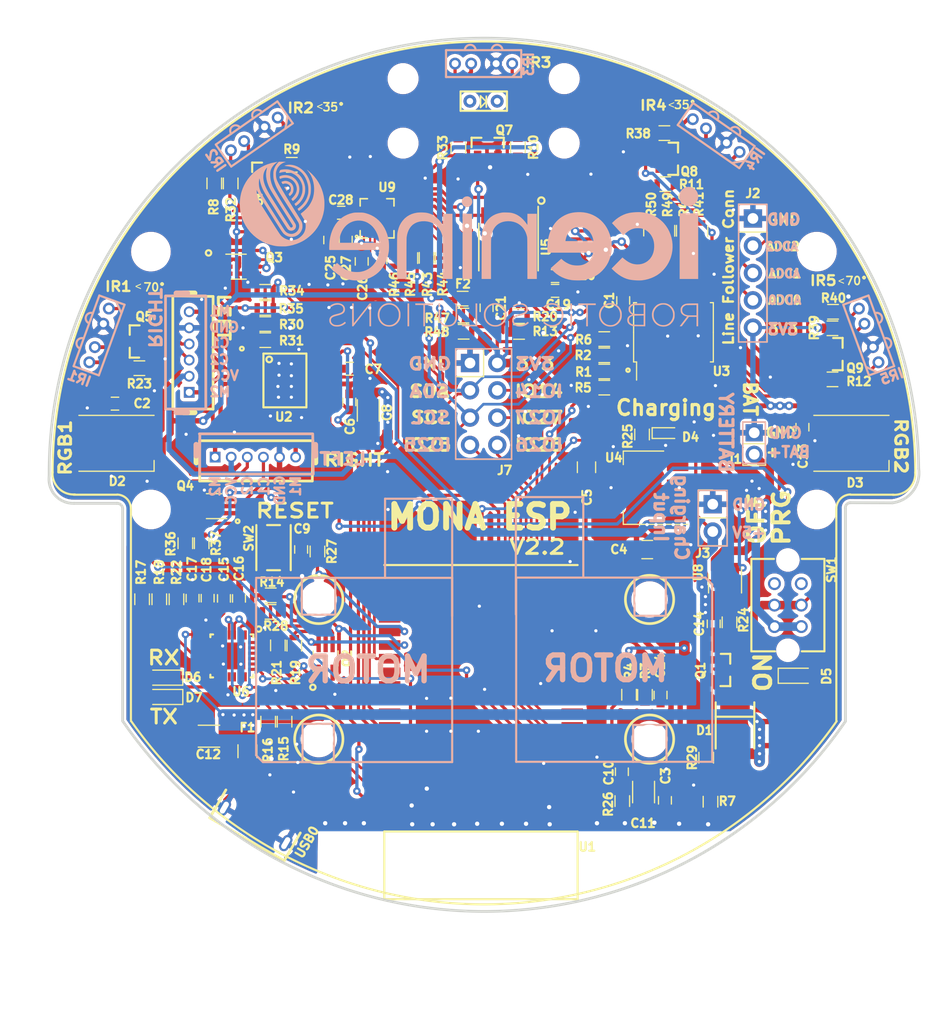
<source format=kicad_pcb>
(kicad_pcb (version 20211014) (generator pcbnew)
  (layers (0 "F.Cu" signal) (31 "B.Cu" signal) (34 "B.Paste" user) (35 "F.Paste" user) (36 "B.SilkS" user "B.Silkscreen") (37 "F.SilkS" user "F.Silkscreen") (38 "B.Mask" user) (39 "F.Mask" user) (44 "Edge.Cuts" user))
  (net 0 "")
  (net 1 "+3V3")
  (net 2 "GND")
  (net 3 "/M2_L")
  (net 4 "/M1_L")
  (net 5 "/M1_R")
  (net 6 "/M2_R")
  (net 7 "/D-")
  (net 8 "/VBUS")
  (net 9 "/D+")
  (net 10 "/VBUS_FIL")
  (net 11 "Net-(R24-Pad2)")
  (net 12 "/CHRG")
  (net 13 "Net-(C6-Pad1)")
  (net 14 "Net-(C7-Pad2)")
  (net 15 "/RAW_BATT")
  (net 16 "/ESP_EN")
  (net 17 "/ESP_IO2")
  (net 18 "/ESP_IO0")
  (net 19 "VCC")
  (net 20 "/BATT_post_Switch")
  (net 21 "/ESP_ADC0")
  (net 22 "Net-(D4-Pad1)")
  (net 23 "Net-(D5-Pad2)")
  (net 24 "Net-(D6-Pad2)")
  (net 25 "Net-(D6-Pad1)")
  (net 26 "Net-(D7-Pad1)")
  (net 27 "Net-(D7-Pad2)")
  (net 28 "/C2_L")
  (net 29 "/C1_L")
  (net 30 "/C1_R")
  (net 31 "/C2_R")
  (net 32 "/CP_RTS")
  (net 33 "Net-(Q2-Pad2)")
  (net 34 "/CP_DTR")
  (net 35 "Net-(Q2-Pad5)")
  (net 36 "Net-(R15-Pad2)")
  (net 37 "Net-(R16-Pad2)")
  (net 38 "Net-(R22-Pad1)")
  (net 39 "Net-(R30-Pad1)")
  (net 40 "/ESP_SDA")
  (net 41 "/ESP_SCL")
  (net 42 "/ESP_GPIO19")
  (net 43 "/ESP_GPIO23")
  (net 44 "/ESP_GPIO27")
  (net 45 "/ESP_GPIO14")
  (net 46 "/CP_TX")
  (net 47 "/CP_RX")
  (net 48 "Net-(C27-Pad2)")
  (net 49 "Net-(C28-Pad2)")
  (net 50 "Net-(R43-Pad1)")
  (net 51 "Net-(R44-Pad2)")
  (net 52 "Net-(R45-Pad1)")
  (net 53 "Net-(R46-Pad1)")
  (net 54 "Net-(R1-Pad2)")
  (net 55 "Net-(R2-Pad2)")
  (net 56 "/MPC_INT")
  (net 57 "/IMU_DRDY")
  (net 58 "/IMU_INT_M")
  (net 59 "/IMU_INT_AG")
  (net 60 "/ESP_GPIO25")
  (net 61 "/ESP_GPIO15")
  (net 62 "/ESP_GPIO18")
  (net 63 "/ESP_GPIO21")
  (net 64 "/ESP_GPIO22")
  (net 65 "/ESP_GPIO4")
  (net 66 "/ESP_GPIO34")
  (net 67 "/ESP_GPIO39")
  (net 68 "/ESP_GPIO35")
  (net 69 "/ESP_GPIO26")
  (net 70 "Net-(C21-Pad2)")
  (net 71 "/IR2_ADC")
  (net 72 "Net-(IR1-Pad2)")
  (net 73 "Net-(IR1-Pad1)")
  (net 74 "/IR3_ADC")
  (net 75 "Net-(IR2-Pad2)")
  (net 76 "Net-(IR2-Pad1)")
  (net 77 "Net-(IR3-Pad1)")
  (net 78 "Net-(IR3-Pad2)")
  (net 79 "/IR1_ADC")
  (net 80 "Net-(IR4-Pad1)")
  (net 81 "Net-(IR4-Pad2)")
  (net 82 "/IR4_ADC")
  (net 83 "Net-(IR5-Pad1)")
  (net 84 "Net-(IR5-Pad2)")
  (net 85 "/IR5_ADC")
  (net 86 "/IR2_E")
  (net 87 "/IR3_E")
  (net 88 "/IR1_E")
  (net 89 "/IR4_E")
  (net 90 "/IR5_E")
  (net 91 "Net-(R13-Pad2)")
  (net 92 "/ADC_0")
  (net 93 "/ADC_1")
  (net 94 "/ADC_2")
  (net 95 "Net-(D2-Pad2)")
  (net 96 "Net-(D3-Pad2)")
  (net 97 "Net-(D8-Pad2)")
  (net 98 "Net-(D8-Pad1)")
  (net 99 "Net-(SW1-Pad3)")
  (net 100 "Net-(SW1-Pad6)")
  (net 101 "Net-(SW2-Pad4)")
  (net 102 "Net-(SW2-Pad1)")
  (net 103 "Net-(U1-Pad32)")
  (net 104 "Net-(U1-Pad28)")
  (net 105 "Net-(U1-Pad29)")
  (net 106 "Net-(U1-Pad20)")
  (net 107 "Net-(U1-Pad22)")
  (net 108 "Net-(U1-Pad21)")
  (net 109 "Net-(U1-Pad27)")
  (net 110 "Net-(U1-Pad19)")
  (net 111 "Net-(U1-Pad18)")
  (net 112 "Net-(U1-Pad17)")
  (net 113 "Net-(U1-Pad14)")
  (net 114 "Net-(U2-Pad8)")
  (net 115 "Net-(U6-Pad24)")
  (net 116 "Net-(U6-Pad22)")
  (net 117 "Net-(U6-Pad12)")
  (net 118 "Net-(U6-Pad11)")
  (net 119 "Net-(U6-Pad10)")
  (net 120 "Net-(U6-Pad1)")
  (net 121 "Net-(U6-Pad15)")
  (net 122 "Net-(U6-Pad16)")
  (net 123 "Net-(U6-Pad17)")
  (net 124 "Net-(U6-Pad18)")
  (net 125 "Net-(U9-Pad12)")
  (net 126 "Net-(U9-Pad13)")
  (net 127 "Net-(USB0-Pad4)")
  (net 128 "Net-(U3-Pad7)")
  (net 129 "Net-(U3-Pad10)")
  (net 130 "Net-(U3-Pad11)")
  (footprint "Mounting_Holes:MountingHole_3mm" (layer "F.Cu") (at 103.975 82.8)
    (fp_text reference "M1" hide)
    (fp_text value "Mounting_Hole" hide)
  )
  (footprint "Mounting_Holes:MountingHole_3mm" (layer "F.Cu") (at 103.975 58.8)
    (fp_text reference "M2" hide)
    (fp_text value "Mounting_Hole" hide)
  )
  (footprint "Mounting_Holes:MountingHole_3mm" (layer "F.Cu") (at 165.975 82.8)
    (fp_text reference "M3" hide)
    (fp_text value "Mounting_Hole" hide)
  )
  (footprint "Mounting_Holes:MountingHole_2.7mm_M2.5" (layer "F.Cu") (at 119.60308 91.17404)
    (fp_text reference "M6" hide)
    (fp_text value "Mounting_Hole" hide)
  )
  (footprint "Mounting_Holes:MountingHole_2.7mm_M2.5" (layer "F.Cu") (at 119.60308 104.17402)
    (fp_text reference "M7" hide)
    (fp_text value "Mounting_Hole" hide)
  )
  (footprint "Mounting_Holes:MountingHole_2.7mm_M2.5" (layer "F.Cu") (at 150.39703 104.17402)
    (fp_text reference "M9" hide)
    (fp_text value "Mounting_Hole" hide)
  )
  (footprint "Mounting_Holes:MountingHole_2.7mm_M2.5" (layer "F.Cu") (at 150.39703 91.17404)
    (fp_text reference "M8" hide)
    (fp_text value "Mounting_Hole" hide)
  )
  (footprint "Mounting_Holes:MountingHole_3mm" (layer "F.Cu") (at 165.975 58.8)
    (fp_text reference "M5" hide)
    (fp_text value "Mounting_Hole" hide)
  )
  (footprint "LEDs:LED_0805" (layer "F.Cu") (at 134.94 44.8 180)
    (fp_text reference "D8" hide)
    (fp_text value "LED" hide)
  )
  (footprint "MONA_lib:Pin_Header_Straight_1x06_Pitch1.27mm" (layer "F.Cu") (at 107.539 71.89599 180)
    (fp_text reference "ML1" hide)
    (fp_text value "Motor connector  01x06 1.5mm" hide)
  )
  (footprint "Capacitors_SMD:C_0603" (layer "F.Cu") (at 122.45 72.79 90)
    (fp_text reference "C6")
    (fp_text value "10nF , 10V" hide)
  )
  (footprint "Capacitors_SMD:C_0603" (layer "F.Cu") (at 122.47 69.7 180)
    (fp_text reference "C7")
    (fp_text value "2.2uF , 10V" hide)
  )
  (footprint "Capacitors_SMD:C_0603" (layer "F.Cu") (at 117.96 86.52 -90)
    (fp_text reference "C9")
    (fp_text value "100pF , 50V" hide)
  )
  (footprint "Capacitors_SMD:C_0603" (layer "F.Cu") (at 110.775 91.075 -90)
    (fp_text reference "C15")
    (fp_text value "0.1uF , 10V" hide)
  )
  (footprint "Capacitors_SMD:C_0603" (layer "F.Cu") (at 112.175 91.075 90)
    (fp_text reference "C16")
    (fp_text value "4.7uF , 6V" hide)
  )
  (footprint "Capacitors_SMD:C_0603" (layer "F.Cu") (at 107.855 91.055 -90)
    (fp_text reference "C17")
    (fp_text value "1uF,10V" hide)
  )
  (footprint "Resistors_SMD:R_0603" (layer "F.Cu") (at 149.97 100.06 -90)
    (fp_text reference "R3")
    (fp_text value "4.7K" hide)
  )
  (footprint "Resistors_SMD:R_0603" (layer "F.Cu") (at 148.49 100.04 90)
    (fp_text reference "R4")
    (fp_text value "18K" hide)
  )
  (footprint "Resistors_SMD:R_0603" (layer "F.Cu") (at 115.13 90.79 180)
    (fp_text reference "R14")
    (fp_text value "1K" hide)
  )
  (footprint "Resistors_SMD:R_0603" (layer "F.Cu") (at 115.795 95.45 90)
    (fp_text reference "R21")
    (fp_text value "10K" hide)
  )
  (footprint "Resistors_SMD:R_0603" (layer "F.Cu") (at 106.355 91.155 90)
    (fp_text reference "R22")
    (fp_text value "1K" hide)
  )
  (footprint "MONA_lib:HTSSOP-16" (layer "F.Cu") (at 116.45 70.79)
    (fp_text reference "U2")
    (fp_text value "DRV8833" hide)
  )
  (footprint "Capacitors_SMD:C_1206" (layer "F.Cu") (at 109.38 103.9)
    (fp_text reference "C12")
    (fp_text value "10uF , 10V" hide)
  )
  (footprint "Capacitors_SMD:C_0603" (layer "F.Cu") (at 156.37 93.44 90)
    (fp_text reference "C14")
    (fp_text value "0.1uF , 10V" hide)
  )
  (footprint "Inductors_SMD:L_0805" (layer "F.Cu") (at 112.96 105.3 90)
    (fp_text reference "F1")
    (fp_text value "Ferrite_Bead" hide)
  )
  (footprint "Resistors_SMD:R_0603" (layer "F.Cu") (at 157.84 93.3 90)
    (fp_text reference "R24")
    (fp_text value "3.3K" hide)
  )
  (footprint "Resistors_SMD:R_0603" (layer "F.Cu") (at 149.7 75.82 90)
    (fp_text reference "R25")
    (fp_text value "330R" hide)
  )
  (footprint "MONA_lib:OS202011MS2QS1" (layer "F.Cu") (at 163.275 91.7 180)
    (fp_text reference "SW1")
    (fp_text value "OS202011MS2QS1" hide)
  )
  (footprint "Capacitors_SMD:C_0805" (layer "F.Cu") (at 150.18 86.53)
    (fp_text reference "C4")
    (fp_text value "10uF , 10V" hide)
  )
  (footprint "Capacitors_SMD:C_0805" (layer "F.Cu") (at 144.526 78.867 90)
    (fp_text reference "C5")
    (fp_text value "10uF , 10V" hide)
  )
  (footprint "Capacitors_SMD:C_0603" (layer "F.Cu") (at 151.42 100.07 -90)
    (fp_text reference "C24")
    (fp_text value "0.1uF , 10V" hide)
  )
  (footprint "hugsmart_diodes:SMB_403A" (layer "F.Cu") (at 158.35 102.9 90)
    (fp_text reference "D1")
    (fp_text value "Schottky_403A" hide)
  )
  (footprint "LEDs:LED_0603" (layer "F.Cu") (at 151.94 75.69)
    (fp_text reference "D4")
    (fp_text value "LED" hide)
  )
  (footprint "LEDs:LED_0805" (layer "F.Cu") (at 105.145 98.45 180)
    (fp_text reference "D6")
    (fp_text value "LED" hide)
  )
  (footprint "LEDs:LED_0805" (layer "F.Cu") (at 105.145 100.25 180)
    (fp_text reference "D7")
    (fp_text value "LED" hide)
  )
  (footprint "MONA_lib:SOT-23" (layer "F.Cu") (at 157.26 97.75 -90)
    (fp_text reference "Q1")
    (fp_text value "CPH3348-TL-W" hide)
  )
  (footprint "TO_SOT_Packages_SMD:SOT-363_SC-70-6_Handsoldering" (layer "F.Cu") (at 120.24 96.66 90)
    (fp_text reference "Q2")
    (fp_text value "MBT3904DW1" hide)
  )
  (footprint "TO_SOT_Packages_SMD:SOT-363_SC-70-6_Handsoldering" (layer "F.Cu") (at 109.84 82.49 180)
    (fp_text reference "Q4")
    (fp_text value "MBT3904DW1" hide)
  )
  (footprint "Resistors_SMD:R_0603" (layer "F.Cu") (at 116.415 102.55 90)
    (fp_text reference "R15")
    (fp_text value "27R" hide)
  )
  (footprint "Resistors_SMD:R_0603" (layer "F.Cu") (at 114.89 102.55 90)
    (fp_text reference "R16")
    (fp_text value "27R" hide)
  )
  (footprint "Resistors_SMD:R_0603" (layer "F.Cu") (at 103.155 91.155 90)
    (fp_text reference "R17")
    (fp_text value "680R" hide)
  )
  (footprint "Resistors_SMD:R_0603" (layer "F.Cu") (at 104.755 91.155 90)
    (fp_text reference "R18")
    (fp_text value "680R" hide)
  )
  (footprint "Resistors_SMD:R_0603" (layer "F.Cu") (at 147.86 109.94 90)
    (fp_text reference "R26")
    (fp_text value "1K" hide)
  )
  (footprint "Resistors_SMD:R_0603" (layer "F.Cu") (at 119.48 86.71 90)
    (fp_text reference "R27")
    (fp_text value "1K" hide)
  )
  (footprint "Resistors_SMD:R_0603" (layer "F.Cu") (at 114.62 65.54)
    (fp_text reference "R30")
    (fp_text value "NC " hide)
  )
  (footprint "Resistors_SMD:R_0603" (layer "F.Cu") (at 114.62 67.04)
    (fp_text reference "R31")
    (fp_text value "0Ohm" hide)
  )
  (footprint "Resistors_SMD:R_0603" (layer "F.Cu") (at 114.61 62.54 180)
    (fp_text reference "R34")
    (fp_text value "1k" hide)
  )
  (footprint "Resistors_SMD:R_0603" (layer "F.Cu") (at 114.62 64.04 180)
    (fp_text reference "R35")
    (fp_text value "1k" hide)
  )
  (footprint "Resistors_SMD:R_0603" (layer "F.Cu") (at 107.18 85.94 90)
    (fp_text reference "R36")
    (fp_text value "1k" hide)
  )
  (footprint "Resistors_SMD:R_0603" (layer "F.Cu") (at 108.7 85.94 90)
    (fp_text reference "R37")
    (fp_text value "1k" hide)
  )
  (footprint "MONA_lib:QFN24-reduce_pads" (layer "F.Cu") (at 111.51 96.43 -90)
    (fp_text reference "U6")
    (fp_text value "CP2102N")
  )
  (footprint "MONA_lib:BAT_conn_1x02_Pitch1.8mm" (layer "F.Cu") (at 160.14 75.66)
    (fp_text reference "J1")
    (fp_text value "Conn_01x02 1.8mm pitch" hide)
  )
  (footprint "Resistors_SMD:R_0603" (layer "F.Cu") (at 155.67 105.9 90)
    (fp_text reference "R29")
    (fp_text value "100K" hide)
  )
  (footprint "MONA_lib:Pin_Header_Straight_1x06_Pitch1.27mm" (layer "F.Cu") (at 109.94888 77.925 90)
    (fp_text reference "MR1" hide)
    (fp_text value "Motor connector  01x06 1.5mm" hide)
  )
  (footprint "Capacitors_SMD:C_1206" (layer "F.Cu") (at 124.21 73.58 -90)
    (fp_text reference "C8")
    (fp_text value "10uF , 10V" hide)
  )
  (footprint "Capacitors_SMD:C_1206" (layer "F.Cu") (at 149.84 109.1 90)
    (fp_text reference "C11")
    (fp_text value "100uF , 6.3V" hide)
  )
  (footprint "Resistors_SMD:R_0603" (layer "F.Cu") (at 115.11 92.33)
    (fp_text reference "R28")
    (fp_text value "1K" hide)
  )
  (footprint "Capacitors_SMD:C_0603" (layer "F.Cu") (at 147.82 107.21 90)
    (fp_text reference "C10")
    (fp_text value "0.1uF , 10V" hide)
  )
  (footprint "TO_SOT_Packages_SMD:SOT-363_SC-70-6_Handsoldering" (layer "F.Cu") (at 112.15 60.2)
    (fp_text reference "Q3")
    (fp_text value "MBT3904DW1" hide)
  )
  (footprint "Resistors_SMD:R_0603" (layer "F.Cu") (at 117.32 95.475 90)
    (fp_text reference "R19")
    (fp_text value "10K" hide)
  )
  (footprint "LEDs:LED_0805" (layer "F.Cu") (at 164.175 98.275)
    (fp_text reference "D5")
    (fp_text value "LED")
  )
  (footprint "Capacitors_SMD:C_0603" (layer "F.Cu") (at 123.6 59.71 90)
    (fp_text reference "C26")
    (fp_text value "0.1uF , 10V" hide)
  )
  (footprint "Resistors_SMD:R_0603" (layer "F.Cu") (at 129.64 59.38 -90)
    (fp_text reference "R43")
    (fp_text value "10k" hide)
  )
  (footprint "Resistors_SMD:R_0603" (layer "F.Cu") (at 131.15 59.4 90)
    (fp_text reference "R44")
    (fp_text value "10k" hide)
  )
  (footprint "Resistors_SMD:R_0603" (layer "F.Cu") (at 128.13 59.4 -90)
    (fp_text reference "R45")
    (fp_text value "10k" hide)
  )
  (footprint "Resistors_SMD:R_0603" (layer "F.Cu") (at 126.62 59.41 -90)
    (fp_text reference "R46")
    (fp_text value "10k" hide)
  )
  (footprint "Resistors_SMD:R_0603" (layer "F.Cu") (at 133.07 64.75)
    (fp_text reference "R47")
    (fp_text value "1k" hide)
  )
  (footprint "Resistors_SMD:R_0603" (layer "F.Cu") (at 133.09 66.26)
    (fp_text reference "R48")
    (fp_text value "1k" hide)
  )
  (footprint "hugsmart_IC_active:LGA24-3.5X3.0MM" (layer "F.Cu") (at 125.03 55.7 90)
    (fp_text reference "U9")
    (fp_text value "LSM9DS1TR" hide)
  )
  (footprint "Capacitors_SMD:C_0603" (layer "F.Cu") (at 109.255 91.055 -90)
    (fp_text reference "C18")
    (fp_text value "0.1uF , 6V" hide)
  )
  (footprint "Homeley_heatpump:ESP32_WROVER_B" (layer "F.Cu") (at 134.7 100.5 180)
    (fp_text reference "U1")
    (fp_text value "ESP32-WROVER-B")
  )
  (footprint "TO_SOT_Packages_SMD:TSOT-23-5" (layer "F.Cu") (at 157.45 89.69 -90)
    (fp_text reference "U8")
    (fp_text value "LTC4054ES5-4.2" hide)
  )
  (footprint "Resistors_SMD:R_0603" (layer "F.Cu") (at 156.07 110 90)
    (fp_text reference "R7")
    (fp_text value "1K" hide)
  )
  (footprint "MONA_lib:PTS810" (layer "F.Cu") (at 115.39 86.35 -90)
    (fp_text reference "SW2")
    (fp_text value "PTS810SJK250SMTR" hide)
  )
  (footprint "Capacitors_SMD:C_0603" (layer "F.Cu") (at 151.83 109.87 90)
    (fp_text reference "C3")
    (fp_text value "1uF , 10V" hide)
  )
  (footprint "hugsmart_connectors:AMPHENOL-10118193-0001LF" (layer "F.Cu") (at 113.67 112.2 -30)
    (fp_text reference "USB0")
    (fp_text value "AMPHENOL-10118193-0001LF" hide)
  )
  (footprint "Capacitors_SMD:C_0603" (layer "F.Cu") (at 147.94484 63.34252 90)
    (fp_text reference "C1")
    (fp_text value "1uF , 10V" hide)
  )
  (footprint "Capacitors_SMD:C_0603" (layer "F.Cu") (at 120.67 57.72 90)
    (fp_text reference "C25")
    (fp_text value "0.1uF , 10V" hide)
  )
  (footprint "Capacitors_SMD:C_0603" (layer "F.Cu") (at 121.69 55.18)
    (fp_text reference "C28")
    (fp_text value "0.01uF , 10V" hide)
  )
  (footprint "Capacitors_SMD:C_0603" (layer "F.Cu") (at 122.11 57.72 90)
    (fp_text reference "C27")
    (fp_text value "0.1uF , 10V" hide)
  )
  (footprint "Capacitors_SMD:C_0603" (layer "F.Cu") (at 100.63 72.95)
    (fp_text reference "C2")
    (fp_text value "1uF , 10V" hide)
  )
  (footprint "Capacitors_SMD:C_0603" (layer "F.Cu") (at 164.63 75.14 -90)
    (fp_text reference "C13")
    (fp_text value "1uF , 10V" hide)
  )
  (footprint "LEDs:LED_WS2812B-PLCC4" (layer "F.Cu") (at 100.77 76.64)
    (fp_text reference "D2")
    (fp_text value "WS2812B")
  )
  (footprint "LEDs:LED_WS2812B-PLCC4" (layer "F.Cu") (at 169.19 76.64)
    (fp_text reference "D3")
    (fp_text value "WS2812B")
  )
  (footprint "Pin_Headers:Pin_Header_Straight_2x04_Pitch2.54mm" (layer "F.Cu") (at 133.68 69.17)
    (fp_text reference "J7")
    (fp_text value "Conn_02x04_Odd_Even" hide)
  )
  (footprint "Mounting_Holes:MountingHole_2.2mm_M2" (layer "F.Cu") (at 127.45 48.7)
    (fp_text reference "M10" hide)
    (fp_text value "Mounting_Hole" hide)
  )
  (footprint "Mounting_Holes:MountingHole_2.2mm_M2" (layer "F.Cu") (at 142.45 48.7)
    (fp_text reference "M11" hide)
    (fp_text value "Mounting_Hole" hide)
  )
  (footprint "Capacitors_SMD:C_0603" (layer "F.Cu") (at 141.6 62.45)
    (fp_text reference "C19")
    (fp_text value "1uf" hide)
  )
  (footprint "Capacitors_SMD:C_0603" (layer "F.Cu") (at 141.6 61.075)
    (fp_text reference "C20")
    (fp_text value "100nF " hide)
  )
  (footprint "Capacitors_SMD:C_0603" (layer "F.Cu") (at 135.225 64.025 90)
    (fp_text reference "C21")
    (fp_text value "100nF " hide)
  )
  (footprint "MONA_lib:SOT-23" (layer "F.Cu") (at 102.65 67.15 90)
    (fp_text reference "Q5")
    (fp_text value "FDV303N" hide)
  )
  (footprint "MONA_lib:SOT-23" (layer "F.Cu") (at 114.05 52 90)
    (fp_text reference "Q6")
    (fp_text value "FDV303N" hide)
  )
  (footprint "MONA_lib:SOT-23" (layer "F.Cu") (at 135.34 48.85)
    (fp_text reference "Q7")
    (fp_text value "FDV303N" hide)
  )
  (footprint "MONA_lib:SOT-23" (layer "F.Cu") (at 152.4 50.17 -90)
    (fp_text reference "Q8")
    (fp_text value "FDV303N" hide)
  )
  (footprint "MONA_lib:SOT-23" (layer "F.Cu") (at 167.72 68.35 -90)
    (fp_text reference "Q9")
    (fp_text value "FDV303N" hide)
  )
  (footprint "Resistors_SMD:R_0603" (layer "F.Cu") (at 109.875 52.45 -90)
    (fp_text reference "R8")
    (fp_text value "18K" hide)
  )
  (footprint "Resistors_SMD:R_0603" (layer "F.Cu") (at 117.09 50.72)
    (fp_text reference "R9")
    (fp_text value "18K" hide)
  )
  (footprint "Resistors_SMD:R_0603" (layer "F.Cu") (at 138.14 49.09 -90)
    (fp_text reference "R10")
    (fp_text value "18K" hide)
  )
  (footprint "Resistors_SMD:R_0603" (layer "F.Cu") (at 151.86 52.52 180)
    (fp_text reference "R11")
    (fp_text value "18K" hide)
  )
  (footprint "Resistors_SMD:R_0603" (layer "F.Cu") (at 167.43 70.69 180)
    (fp_text reference "R12")
    (fp_text value "18K" hide)
  )
  (footprint "Resistors_SMD:R_0603" (layer "F.Cu") (at 138.25 66.275 180)
    (fp_text reference "R13")
    (fp_text value "NC" hide)
  )
  (footprint "Resistors_SMD:R_0603" (layer "F.Cu") (at 138.25 64.8)
    (fp_text reference "R20")
    (fp_text value "0" hide)
  )
  (footprint "Resistors_SMD:R_0603" (layer "F.Cu") (at 102.9 69.65 180)
    (fp_text reference "R23")
    (fp_text value "47" hide)
  )
  (footprint "Resistors_SMD:R_0603" (layer "F.Cu") (at 111.4 52.45 90)
    (fp_text reference "R32")
    (fp_text value "47" hide)
  )
  (footprint "Resistors_SMD:R_0603" (layer "F.Cu") (at 167.425 65.935)
    (fp_text reference "R39")
    (fp_text value "47" hide)
  )
  (footprint "Resistors_SMD:R_0603" (layer "F.Cu") (at 167.48 64.4)
    (fp_text reference "R40")
    (fp_text value "100k" hide)
  )
  (footprint "Resistors_SMD:R_0603" (layer "F.Cu") (at 155.135 56.885 -90)
    (fp_text reference "R41")
    (fp_text value "100k" hide)
  )
  (footprint "Resistors_SMD:R_0603" (layer "F.Cu") (at 153.585 56.86 90)
    (fp_text reference "R42")
    (fp_text value "100k" hide)
  )
  (footprint "Resistors_SMD:R_0603" (layer "F.Cu") (at 152.06 56.86 90)
    (fp_text reference "R49")
    (fp_text value "100k" hide)
  )
  (footprint "Resistors_SMD:R_0603" (layer "F.Cu") (at 150.535 56.835 90)
    (fp_text reference "R50")
    (fp_text value "100k" hide)
  )
  (footprint "Housings_SSOP:TSSOP-16_4.4x5mm_Pitch0.65mm" (layer "F.Cu") (at 137.225 58.375 -90)
    (fp_text reference "U5")
    (fp_text value "ADS7830" hide)
  )
  (footprint "Inductors_SMD:L_0603" (layer "F.Cu") (at 133 63.175)
    (fp_text reference "F2")
    (fp_text value "Ferrite_Bead" hide)
  )
  (footprint "Resistors_SMD:R_0603" (layer "F.Cu") (at 132.6 49.13 90)
    (fp_text reference "R33")
    (fp_text value "47" hide)
  )
  (footprint "Resistors_SMD:R_0603" (layer "F.Cu") (at 151.775 47.77)
    (fp_text reference "R38")
    (fp_text value "47" hide)
  )
  (footprint "Pin_Headers:Pin_Header_Straight_1x02_Pitch2.54mm" (layer "F.Cu") (at 156.28 82.31)
    (fp_text reference "J3")
    (fp_text value "Conn_01x02" hide)
  )
  (footprint "Pin_Headers:Pin_Header_Straight_1x05_Pitch2.54mm" (layer "F.Cu") (at 160.02 55.71)
    (fp_text reference "J2")
    (fp_text value "Conn_01x05" hide)
  )
  (footprint "Mounting_Holes:MountingHole_2.2mm_M2" (layer "F.Cu") (at 127.45 42.7)
    (fp_text reference "M12" hide)
    (fp_text value "Mounting_Hole" hide)
  )
  (footprint "Mounting_Holes:MountingHole_2.2mm_M2" (layer "F.Cu") (at 142.45 42.7)
    (fp_text reference "M13" hide)
    (fp_text value "Mounting_Hole" hide)
  )
  (footprint "Package_TO_SOT_SMD:SOT-223-3_TabPin2" (layer "F.Cu") (at 149.86 80.772 180)
    (fp_text reference "U4")
    (fp_text value "MCP1826S" hide)
  )
  (footprint "Resistors_SMD:R_0603" (layer "F.Cu") (at 146.1793 71.45892)
    (fp_text reference "R5")
    (fp_text value "10k" hide)
  )
  (footprint "Resistors_SMD:R_0603" (layer "F.Cu") (at 146.1793 66.93892 180)
    (fp_text reference "R6")
    (fp_text value "0" hide)
  )
  (footprint "Resistors_SMD:R_0603" (layer "F.Cu") (at 146.1793 69.95892)
    (fp_text reference "R1")
    (fp_text value "10k" hide)
  )
  (footprint "Resistors_SMD:R_0603" (layer "F.Cu") (at 146.1793 68.44892)
    (fp_text reference "R2")
    (fp_text value "NC" hide)
  )
  (footprint "MONA_lib:SSOP-20_5.3x7.2mm_P0.65mm_Reduced_pads" (layer "F.Cu") (at 152.62352 66.3067 90)
    (fp_text reference "U3")
    (fp_text value "MCP23008-xSS" hide)
  )
  (footprint "MONA_lib:TCRT1000" (layer "B.Cu") (at 113.6 47.85 35)
    (fp_text reference "IR2")
    (fp_text value "TCRT1000" hide)
  )
  (footprint "MONA_lib:TCRT1000" (layer "B.Cu") (at 156.6 48 -35)
    (fp_text reference "IR4")
    (fp_text value "TCRT1000" hide)
  )
  (footprint "MONA_lib:TCRT1000" (layer "B.Cu") (at 170.8 66.6 -70)
    (fp_text reference "IR5")
    (fp_text value "TCRT1000" hide)
  )
  (footprint "MONA_lib:TCRT1000" (layer "B.Cu") (at 134.95 41.3)
    (fp_text reference "IR3")
    (fp_text value "TCRT1000" hide)
  )
  (footprint "MONA_lib:TCRT1000" (layer "B.Cu") (at 99.15 66.6 70)
    (fp_text reference "IR1")
    (fp_text value "TCRT1000" hide)
  )
  (footprint "Logos:ice-nine_logo" (layer "B.Cu") (at 133.6 58.1 180)
    (fp_text reference "G***" hide)
    (fp_text value "LOGO" hide)
  )
  (gr_line (start 132.01987 106.30889) (end 132.01987 89.16389) (layer "B.SilkS") (width 0.1999))
  (gr_line (start 109.08393 62.9512) (end 109.08393 73.45105) (layer "B.SilkS") (width 0.254))
  (gr_line (start 109.08393 73.45) (end 105.34 73.45) (layer "B.SilkS") (width 0.254))
  (gr_line (start 106.32987 73.77109) (end 107.37 73.77109) (layer "B.SilkS") (width 0.49987))
  (gr_line (start 105.33413 62.97101) (end 105.33413 73.47086) (layer "B.SilkS") (width 0.254))
  (gr_line (start 105.33413 62.92097) (end 109.08393 62.92) (layer "B.SilkS") (width 0.254))
  (gr_line (start 106.33387 62.67104) (end 107.374 62.67104) (layer "B.SilkS") (width 0.49987))
  (gr_line (start 108.18904 77.8) (end 108.18904 76.76013) (layer "B.SilkS") (width 0.49987))
  (gr_line (start 108.52915 75.76013) (end 108.50908 79.50993) (layer "B.SilkS") (width 0.254))
  (gr_line (start 108.48901 79.50993) (end 118.98912 79.50993) (layer "B.SilkS") (width 0.254))
  (gr_line (start 108.48901 75.76) (end 118.98912 75.76) (layer "B.SilkS") (width 0.254))
  (gr_line (start 119.08868 79.5098) (end 119.0389 75.76) (layer "B.SilkS") (width 0.254))
  (gr_line (start 119.28909 77.8) (end 119.28909 76.76013) (layer "B.SilkS") (width 0.49987))
  (gr_line (start 124.7912 63.3642) (end 125.0198 63.3642) (layer "B.SilkS") (width 0.0254))
  (gr_line (start 124.8166 63.3896) (end 124.9182 63.3896) (layer "B.SilkS") (width 0.0254))
  (gr_line (start 121.7178 60.8496) (end 122.2512 60.8496) (layer "B.SilkS") (width 0.0254))
  (gr_line (start 121.7432 60.875) (end 122.2258 60.875) (layer "B.SilkS") (width 0.0254))
  (gr_line (start 121.7432 60.9004) (end 122.2004 60.9004) (layer "B.SilkS") (width 0.0254))
  (gr_line (start 121.7686 60.9258) (end 122.175 60.9258) (layer "B.SilkS") (width 0.0254))
  (gr_line (start 121.794 60.9512) (end 122.1496 60.9512) (layer "B.SilkS") (width 0.0254))
  (gr_line (start 121.794 60.9766) (end 122.1242 60.9766) (layer "B.SilkS") (width 0.0254))
  (gr_line (start 121.8194 61.002) (end 122.0988 61.002) (layer "B.SilkS") (width 0.0254))
  (gr_line (start 121.8448 61.0274) (end 122.0734 61.0274) (layer "B.SilkS") (width 0.0254))
  (gr_line (start 121.8448 61.0528) (end 122.048 61.0528) (layer "B.SilkS") (width 0.0254))
  (gr_line (start 121.8702 61.0782) (end 122.0226 61.0782) (layer "B.SilkS") (width 0.0254))
  (gr_line (start 121.8956 61.1036) (end 121.9972 61.1036) (layer "B.SilkS") (width 0.0254))
  (gr_line (start 121.921 61.129) (end 121.9718 61.129) (layer "B.SilkS") (width 0.0254))
  (gr_line (start 159.07 78.47) (end 159.07 74.66) (layer "B.SilkS") (width 0.15))
  (gr_line (start 137.97998 89.13892) (end 155.59514 89.13892) (layer "B.SilkS") (width 0.1999))
  (gr_line (start 113.76997 105.67414) (end 114.40497 106.30889) (layer "B.SilkS") (width 0.1999))
  (gr_line (start 144.22889 89.13892) (end 144.22889 81.64592) (layer "B.SilkS") (width 0.1999))
  (gr_line (start 161.18 74.69) (end 161.18 78.51) (layer "B.SilkS") (width 0.15))
  (gr_line (start 157.62 81.02) (end 157.62 86.2) (layer "B.SilkS") (width 0.15))
  (gr_line (start 114.40497 106.30889) (end 132.01987 106.30889) (layer "B.SilkS") (width 0.1999))
  (gr_line (start 154.92 86.19) (end 154.92 81.01) (layer "B.SilkS") (width 0.15))
  (gr_line (start 132.01987 92.72014) (end 132.01987 81.79789) (layer "B.SilkS") (width 0.1999))
  (gr_line (start 161.18 78.51) (end 159.07 78.51) (layer "B.SilkS") (width 0.15))
  (gr_line (start 159.07 74.66) (end 161.17 74.66) (layer "B.SilkS") (width 0.15))
  (gr_line (start 155.59514 89.13892) (end 156.22988 89.77392) (layer "B.SilkS") (width 0.1999))
  (gr_line (start 161.32 54.4) (end 161.32 64.61) (layer "B.SilkS") (width 0.15))
  (gr_line (start 137.97998 106.28392) (end 137.97998 89.13892) (layer "B.SilkS") (width 0.1999))
  (gr_line (start 137.95001 81.64592) (end 144.22889 81.64592) (layer "B.SilkS") (width 0.1999))
  (gr_line (start 158.69 54.4) (end 161.32 54.4) (layer "B.SilkS") (width 0.15))
  (gr_line (start 121.13597 92.59289) (end 121.13597 89.16389) (layer "B.SilkS") (width 0.1999))
  (gr_line (start 118.08797 106.18214) (end 118.08797 102.75314) (layer "B.SilkS") (width 0.1999))
  (gr_line (start 156.22988 106.28392) (end 156.22988 89.77392) (layer "B.SilkS") (width 0.1999))
  (gr_line (start 125.77096 89.16389) (end 125.77096 81.79789) (layer "B.SilkS") (width 0.1999))
  (gr_line (start 151.91214 92.69492) (end 151.91214 89.26592) (layer "B.SilkS") (width 0.1999))
  (gr_line (start 137.97998 106.28392) (end 156.285 106.28392) (layer "B.SilkS") (width 0.1999))
  (gr_line (start 161.32 64.61) (end 161.32 67.21) (layer "B.SilkS") (width 0.15))
  (gr_line (start 132.35 78.11) (end 132.35 67.85) (layer "B.SilkS") (width 0.15))
  (gr_line (start 148.86388 106.28392) (end 148.86388 102.85492) (layer "B.SilkS") (width 0.1999))
  (gr_line (start 137.55 67.85) (end 137.55 78.11) (layer "B.SilkS") (width 0.15))
  (gr_line (start 148.99088 92.69492) (end 148.99088 89.26592) (layer "B.SilkS") (width 0.1999))
  (gr_line (start 137.95001 92.56792) (end 137.95001 81.64592) (layer "B.SilkS") (width 0.1999))
  (gr_line (start 118.08797 102.75314) (end 121.00897 102.75314) (layer "B.SilkS") (width 0.1999))
  (gr_line (start 158.69 67.21) (end 158.69 64.61) (layer "B.SilkS") (width 0.15))
  (gr_line (start 157.62 86.2) (end 154.97 86.2) (layer "B.SilkS") (width 0.15))
  (gr_line (start 132.35 67.85) (end 137.55 67.85) (layer "B.SilkS") (width 0.15))
  (gr_line (start 121.00897 106.18214) (end 121.00897 102.75314) (layer "B.SilkS") (width 0.1999))
  (gr_line (start 118.02396 92.59289) (end 118.02396 89.16389) (layer "B.SilkS") (width 0.1999))
  (gr_line (start 125.77096 81.79789) (end 132.01987 81.79789) (layer "B.SilkS") (width 0.1999))
  (gr_line (start 154.95 81.02) (end 157.62 81.02) (layer "B.SilkS") (width 0.15))
  (gr_line (start 113.76997 105.67414) (end 113.76997 89.29114) (layer "B.SilkS") (width 0.1999))
  (gr_line (start 158.69 64.61) (end 158.69 54.4) (layer "B.SilkS") (width 0.15))
  (gr_line (start 148.99088 92.69492) (end 151.91214 92.69492) (layer "B.SilkS") (width 0.1999))
  (gr_line (start 137.55 78.11) (end 132.35 78.11) (layer "B.SilkS") (width 0.15))
  (gr_line (start 151.97589 106.28392) (end 151.97589 102.85492) (layer "B.SilkS") (width 0.1999))
  (gr_line (start 118.02396 92.59289) (end 121.00897 92.59289) (layer "B.SilkS") (width 0.1999))
  (gr_line (start 113.76997 89.16389) (end 132.01987 89.16389) (layer "B.SilkS") (width 0.1999))
  (gr_line (start 148.99088 102.85492) (end 151.97589 102.85492) (layer "B.SilkS") (width 0.1999))
  (gr_line (start 161.32 67.21) (end 158.69 67.21) (layer "B.SilkS") (width 0.15))
  (gr_line (start 108.49901 76.40013) (end 108.51908 80.14993) (layer "F.SilkS") (width 0.254))
  (gr_line (start 108.49901 76.40013) (end 118.99912 76.40013) (layer "F.SilkS") (width 0.254))
  (gr_line (start 118.99912 80.14993) (end 119.0489 76.40013) (layer "F.SilkS") (width 0.254))
  (gr_line (start 108.49901 80.14993) (end 118.99912 80.14993) (layer "F.SilkS") (width 0.254))
  (gr_line (start 108.19904 78.44) (end 108.19904 77.40013) (layer "F.SilkS") (width 0.49987))
  (gr_line (start 119.29909 78.44) (end 119.29909 77.40013) (layer "F.SilkS") (width 0.49987))
  (gr_circle (center 119.60308 104.17402) (end 121.85308 104.17402) (layer "F.SilkS") (width 0.25) (fill none))
  (gr_circle (center 150.39703 104.17402) (end 152.64703 104.17402) (layer "F.SilkS") (width 0.25) (fill none))
  (gr_circle (center 150.39703 91.17404) (end 152.64703 91.17404) (layer "F.SilkS") (width 0.25) (fill none))
  (gr_arc (start 100.83568 81.41375) (mid 101.746159 81.815087) (end 102.10618 82.74268) (layer "F.SilkS") (width 0.1999))
  (gr_arc (start 96.9 81.4) (mid 95.380218 80.824246) (end 94.82034 79.298544) (layer "F.SilkS") (width 0.2))
  (gr_line (start 109.76393 73.45105) (end 106.01413 73.47086) (layer "F.SilkS") (width 0.254))
  (gr_line (start 106.01413 62.97101) (end 106.01413 73.47086) (layer "F.SilkS") (width 0.254))
  (gr_line (start 106.01413 62.92097) (end 109.76393 62.97101) (layer "F.SilkS") (width 0.254))
  (gr_line (start 109.76393 62.97101) (end 109.76393 73.47086) (layer "F.SilkS") (width 0.254))
  (gr_line (start 107.01387 73.77109) (end 108.054 73.77109) (layer "F.SilkS") (width 0.49987))
  (gr_line (start 107.01387 62.67104) (end 108.054 62.67104) (layer "F.SilkS") (width 0.49987))
  (gr_circle (center 148.39188 69.83476) (end 148.54682 69.86016) (layer "F.SilkS") (width 0.2) (fill none))
  (gr_circle (center 119.05 99.35) (end 119.3 99.33) (layer "F.SilkS") (width 0.2) (fill none))
  (gr_circle (center 140.32 54.05) (end 140.62 54.03) (layer "F.SilkS") (width 0.2) (fill none))
  (gr_circle (center 109.34 58.92) (end 109.59 58.9) (layer "F.SilkS") (width 0.2) (fill none))
  (gr_arc (start 167.82168 102.49699) (mid 134.988738 119.551799) (end 102.147722 102.512542) (layer "F.SilkS") (width 0.1999))
  (gr_line (start 96.78132 81.425) (end 100.825 81.425) (layer "F.SilkS") (width 0.1999))
  (gr_circle (center 119.60308 91.17404) (end 121.85308 91.17404) (layer "F.SilkS") (width 0.25) (fill none))
  (gr_line (start 134.66325 45.3762) (end 134.66325 44.3094) (layer "F.SilkS") (width 0.1524))
  (gr_circle (center 112.046358 83.89366) (end 112.21466 83.8454) (layer "F.SilkS") (width 0.2) (fill none))
  (gr_poly (pts (xy 152.68624 44.97819) (xy 152.28441 45.14354) (xy 152.68624 45.30991) (xy 152.68624 45.4044) (xy 152.179 45.18672) (xy 152.179 45.09807) (xy 152.68624 44.8837)) (layer "F.SilkS") (width 0) (fill solid))
  (gr_arc (start 94.825 79.4) (mid 134.979213 39.24782) (end 175.13344 79.399985) (layer "F.SilkS") (width 0.1999))
  (gr_poly (pts (xy 119.95024 45.13219) (xy 119.54841 45.29754) (xy 119.95024 45.46391) (xy 119.95024 45.5584) (xy 119.443 45.34072) (xy 119.443 45.25207) (xy 119.95024 45.0377)) (layer "F.SilkS") (width 0) (fill solid))
  (gr_line (start 132.80295 45.69192) (end 132.80295 43.89208) (layer "F.SilkS") (width 0.1999))
  (gr_line (start 167.78612 102.49674) (end 167.78612 82.772) (layer "F.SilkS") (width 0.1999))
  (gr_line (start 137.12095 45.69192) (end 137.12095 43.89208) (layer "F.SilkS") (width 0.1999))
  (gr_line (start 134.66325 44.3094) (end 135.19665 44.8428) (layer "F.SilkS") (width 0.1524))
  (gr_arc (start 167.78612 82.772) (mid 168.157179 81.815738) (end 169.095734 81.40193) (layer "F.SilkS") (width 0.1999))
  (gr_line (start 132.80295 43.89208) (end 137.12095 43.89208) (layer "F.SilkS") (width 0.1999))
  (gr_line (start 132.80295 45.69192) (end 137.12095 45.69192) (layer "F.SilkS") (width 0.1999))
  (gr_poly (pts (xy 103.05 61.87) (xy 102.64817 62.03535) (xy 103.05 62.20172) (xy 103.05 62.29621) (xy 102.54276 62.07853) (xy 102.54276 61.98988) (xy 103.05 61.77551)) (layer "F.SilkS") (width 0) (fill solid))
  (gr_arc (start 175.125 79.35) (mid 174.549246 80.869782) (end 173.023544 81.42966) (layer "F.SilkS") (width 0.2))
  (gr_line (start 134.66325 45.3762) (end 135.19665 44.8428) (layer "F.SilkS") (width 0.1524))
  (gr_circle (center 112.44 67.83) (end 112.614642 67.83) (layer "F.SilkS") (width 0.2) (fill none))
  (gr_line (start 102.11188 102.49699) (end 102.11188 82.772) (layer "F.SilkS") (width 0.1999))
  (gr_line (start 135.19665 45.3508) (end 135.19665 44.3348) (layer "F.SilkS") (width 0.1524))
  (gr_line (start 169.10632 81.425) (end 173.15 81.425) (layer "F.SilkS") (width 0.1999))
  (gr_poly (pts (xy 168.5 61.37) (xy 168.09817 61.53535) (xy 168.5 61.70172) (xy 168.5 61.79621) (xy 167.99276 61.57853) (xy 167.99276 61.48988) (xy 168.5 61.27551)) (layer "F.SilkS") (width 0) (fill solid))
  (gr_arc (start 96.82131 82.22641) (mid 95.075086 81.501047) (end 94.499403 79.699926) (layer "Edge.Cuts") (width 0.254))
  (gr_arc (start 168.63473 102.51274) (mid 134.981696 120.210627) (end 101.344377 102.482889) (layer "Edge.Cuts") (width 0.254))
  (gr_line (start 168.63473 102.51274) (end 168.63473 82.70654) (layer "Edge.Cuts") (width 0.254))
  (gr_line (start 101.34455 102.48277) (end 101.34455 82.73847) (layer "Edge.Cuts") (width 0.254))
  (gr_line (start 169.079501 82.169594) (end 173.005576 82.185299) (layer "Edge.Cuts") (width 0.254))
  (gr_arc (start 168.63473 82.70654) (mid 168.73765 82.33911) (end 169.079501 82.169594) (layer "Edge.Cuts") (width 0.254))
  (gr_arc (start 100.79997 82.22641) (mid 101.182922 82.364733) (end 101.344498 82.73847) (layer "Edge.Cuts") (width 0.254))
  (gr_line (start 96.82131 82.22641) (end 100.79997 82.22641) (layer "Edge.Cuts") (width 0.254))
  (gr_arc (start 175.457085 79.000994) (mid 174.903543 81.109786) (end 173.005226 82.182077) (layer "Edge.Cuts") (width 0.254))
  (gr_arc (start 94.5 79.7) (mid 134.629467 38.921427) (end 175.457085 79.000994) (layer "Edge.Cuts") (width 0.254))
  (gr_text "MOTOR" (at 124.2 97.7) (layer "B.SilkS") (effects (font (size 2.3 2.3) (thickness 0.5)) (justify mirror)))
  (gr_text "MOTOR" (at 146.3 97.6) (layer "B.SilkS") (effects (font (size 2.3 2.3) (thickness 0.5)) (justify mirror)))
  (gr_text "GND" (at 129.95 69.25) (layer "B.SilkS") (effects (font (size 1.1 1.3) (thickness 0.275)) (justify mirror)))
  (gr_text "SDA" (at 129.9 71.8) (layer "B.SilkS") (effects (font (size 1.1 1.3) (thickness 0.275)) (justify mirror)))
  (gr_text "SCL" (at 130 74.25) (layer "B.SilkS") (effects (font (size 1.1 1.3) (thickness 0.275)) (justify mirror)))
  (gr_text "IO25" (at 129.7 76.8) (layer "B.SilkS") (effects (font (size 1.1 1.3) (thickness 0.275)) (justify mirror)))
  (gr_text "IO26" (at 140.1 76.8) (layer "B.SilkS") (effects (font (size 1.1 1.3) (thickness 0.275)) (justify mirror)))
  (gr_text "IO27" (at 140.1 74.25) (layer "B.SilkS") (effects (font (size 1.1 1.3) (thickness 0.275)) (justify mirror)))
  (gr_text "IO14" (at 140.1 71.8) (layer "B.SilkS") (effects (font (size 1.1 1.3) (thickness 0.275)) (justify mirror)))
  (gr_text "3V3" (at 139.75 69.25) (layer "B.SilkS") (effects (font (size 1.1 1.3) (thickness 0.275)) (justify mirror)))
  (gr_text "RIGHT" (at 104.33 64.99 270) (layer "B.SilkS") (effects (font (size 1.1 1.3) (thickness 0.275)) (justify mirror)))
  (gr_text "LEFT" (at 121.85 78.1) (layer "B.SilkS") (effects (font (size 1.1 1.3) (thickness 0.275)) (justify mirror)))
  (gr_text "3V3" (at 162.8 66.02) (layer "B.SilkS") (effects (font (size 1 1) (thickness 0.25)) (justify mirror)))
  (gr_text "ADC2" (at 162.68 58.34) (layer "B.SilkS") (effects (font (size 0.8 0.8) (thickness 0.2)) (justify mirror)))
  (gr_text "ADC1" (at 162.89 60.84) (layer "B.SilkS") (effects (font (size 0.8 0.8) (thickness 0.2)) (justify mirror)))
  (gr_text "ADC0" (at 162.98 63.31) (layer "B.SilkS") (effects (font (size 0.8 0.8) (thickness 0.2)) (justify mirror)))
  (gr_text "GND" (at 162.89 55.81) (layer "B.SilkS") (effects (font (size 1 1) (thickness 0.25)) (justify mirror)))
  (gr_text "Charging\nInput" (at 152.41 83.54 270) (layer "B.SilkS") (effects (font (size 1.2 1.2) (thickness 0.3)) (justify mirror)))
  (gr_text "+5V" (at 159.65 84.97) (layer "B.SilkS") (effects (font (size 1 1) (thickness 0.25)) (justify mirror)))
  (gr_text "GND" (at 159.64 82.36) (layer "B.SilkS") (effects (font (size 1 1) (thickness 0.25)) (justify mirror)))
  (gr_text "GND" (at 163.03 75.67) (layer "B.SilkS") (effects (font (size 1 1) (thickness 0.25)) (justify mirror)))
  (gr_text "BAT+" (at 163.39 77.46) (layer "B.SilkS") (effects (font (size 1 1) (thickness 0.25)) (justify mirror)))
  (gr_text "BATTERY" (at 157.5 75.64 270) (layer "B.SilkS") (effects (font (size 1.2 1.2) (thickness 0.3)) (justify mirror)))
  (gr_text "GND" (at 115.97 81.03 90) (layer "B.SilkS") (effects (font (size 0.9 0.9) (thickness 0.225)) (justify mirror)))
  (gr_text "M1" (at 117.45 80.63 90) (layer "B.SilkS") (effects (font (size 0.9 0.9) (thickness 0.225)) (justify mirror)))
  (gr_text "C1" (at 114.51 80.64 90) (layer "B.SilkS") (effects (font (size 0.9 0.9) (thickness 0.225)) (justify mirror)))
  (gr_text "C2" (at 112.95 80.58 90) (layer "B.SilkS") (effects (font (size 0.9 0.9) (thickness 0.225)) (justify mirror)))
  (gr_text "VCC" (at 111.47 81.09 90) (layer "B.SilkS") (effects (font (size 0.9 0.9) (thickness 0.225)) (justify mirror)))
  (gr_text "M2" (at 109.95 80.63 90) (layer "B.SilkS") (effects (font (size 0.9 0.9) (thickness 0.225)) (justify mirror)))
  (gr_text "M2" (at 110.39 71.85) (layer "B.SilkS") (effects (font (size 0.9 0.9) (thickness 0.225)) (justify mirror)))
  (gr_text "VCC" (at 110.85 70.33) (layer "B.SilkS") (effects (font (size 0.9 0.9) (thickness 0.225)) (justify mirror)))
  (gr_text "GND" (at 110.79 65.83) (layer "B.SilkS") (effects (font (size 0.9 0.9) (thickness 0.225)) (justify mirror)))
  (gr_text "C2" (at 110.34 68.85) (layer "B.SilkS") (effects (font (size 0.9 0.9) (thickness 0.225)) (justify mirror)))
  (gr_text "C1" (at 110.4 67.29) (layer "B.SilkS") (effects (font (size 0.9 0.9) (thickness 0.225)) (justify mirror)))
  (gr_text "M1" (at 110.39 64.35) (layer "B.SilkS") (effects (font (size 0.9 0.9) (thickness 0.225)) (justify mirror)))
  (gr_text "70°" (at 169.65 61.52) (layer "F.SilkS") (effects (font (size 0.75 0.75))))
  (gr_text "ON" (at 160.95 97.95 90) (layer "F.SilkS") (effects (font (size 1.5 1.7) (thickness 0.375))))
  (gr_text "70°" (at 104.3 62.12) (layer "F.SilkS") (effects (font (size 0.75 0.75))))
  (gr_text "LEFT" (at 110.75 64.9 270) (layer "F.SilkS") (effects (font (size 1.1 1.3) (thickness 0.275))))
  (gr_text "BAT" (at 159.77 72.5 270) (layer "F.SilkS") (effects (font (size 1.2 1.2) (thickness 0.3))))
  (gr_text "Charging" (at 151.93 73.33) (layer "F.SilkS") (effects (font (size 1.4 1.4) (thickness 0.3))))
  (gr_text "RIGHT" (at 122.91 78.2) (layer "F.SilkS") (effects (font (size 1.1 1.3) (thickness 0.275))))
  (gr_text "RESET" (at 117.36 82.92) (layer "F.SilkS") (effects (font (size 1.3 1.6) (thickness 0.275))))
  (gr_text "MONA ESP" (at 134.6 83.5) (layer "F.SilkS") (effects (font (size 2.2 2.2) (thickness 0.55))))
  (gr_text "RX" (at 105.15 96.6) (layer "F.SilkS") (effects (font (size 1.3 1.5) (thickness 0.275))))
  (gr_text "TX" (at 105.18 102.09) (layer "F.SilkS") (effects (font (size 1.3 1.5) (thickness 0.275))))
  (gr_text "PRG" (at 162.675 83.55 90) (layer "F.SilkS") (effects (font (size 1.5 1.7) (thickness 0.375))))
  (gr_text "OFF" (at 160.375 83.675 90) (layer "F.SilkS") (effects (font (size 1.5 1.7) (thickness 0.375))))
  (gr_text "V2.2" (at 139.95 86.3) (layer "F.SilkS") (effects (font (size 1.3 1.6) (thickness 0.275))))
  (gr_text "GND" (at 129.95 69.25) (layer "F.SilkS") (effects (font (size 1.1 1.3) (thickness 0.275))))
  (gr_text "SDA" (at 129.9 71.8) (layer "F.SilkS") (effects (font (size 1.1 1.3) (thickness 0.275))))
  (gr_text "SCL" (at 130 74.25) (layer "F.SilkS") (effects (font (size 1.1 1.3) (thickness 0.275))))
  (gr_text "IO25" (at 129.7 76.8) (layer "F.SilkS") (effects (font (size 1.1 1.3) (thickness 0.275))))
  (gr_text "IO26" (at 140.1 76.8) (layer "F.SilkS") (effects (font (size 1.1 1.3) (thickness 0.275))))
  (gr_text "IO27" (at 140.1 74.25) (layer "F.SilkS") (effects (font (size 1.1 1.3) (thickness 0.275))))
  (gr_text "IO14" (at 140.1 71.8) (layer "F.SilkS") (effects (font (size 1.1 1.3) (thickness 0.275))))
  (gr_text "3V3" (at 139.75 69.25) (layer "F.SilkS") (effects (font (size 1.1 1.3) (thickness 0.275))))
  (gr_text "35°" (at 153.69 45.14) (layer "F.SilkS") (effects (font (size 0.75 0.75))))
  (gr_text "35°" (at 120.97 45.35) (layer "F.SilkS") (effects (font (size 0.75 0.75))))
  (gr_text "RGB1" (at 96 77.05 90) (layer "F.SilkS") (effects (font (size 1.1 1.3) (thickness 0.275))))
  (gr_text "RGB2" (at 173.8 76.9 270) (layer "F.SilkS") (effects (font (size 1.1 1.3) (thickness 0.275))))
  (gr_text "GND" (at 162.89 55.83) (layer "F.SilkS") (effects (font (size 1 1) (thickness 0.25))))
  (gr_text "3V3" (at 162.83 66.03) (layer "F.SilkS") (effects (font (size 1 1) (thickness 0.25))))
  (gr_text "ADC2" (at 162.82 58.32) (layer "F.SilkS") (effects (font (size 0.8 0.8) (thickness 0.2))))
  (gr_text "ADC1" (at 163 60.85) (layer "F.SilkS") (effects (font (size 0.8 0.8) (thickness 0.2))))
  (gr_text "ADC0" (at 162.98 63.31) (layer "F.SilkS") (effects (font (size 0.8 0.8) (thickness 0.2))))
  (gr_text "Line Follower Conn" (at 157.75 60.23 90) (layer "F.SilkS") (effects (font (size 0.9 1) (thickness 0.225))))
  (gr_text "IR1" (at 100.94 62.05) (layer "F.SilkS") (effects (font (size 0.9 1) (thickness 0.225))))
  (gr_text "IR2" (at 117.92 45.43) (layer "F.SilkS") (effects (font (size 0.9 1) (thickness 0.225))))
  (gr_text "IR3" (at 140.03 41.2) (layer "F.SilkS") (effects (font (size 0.9 1) (thickness 0.225))))
  (gr_text "IR4" (at 150.75 45.19) (layer "F.SilkS") (effects (font (size 0.9 1) (thickness 0.225))))
  (gr_text "IR5" (at 166.57 61.5) (layer "F.SilkS") (effects (font (size 0.9 1) (thickness 0.225))))
  (gr_text "GND" (at 162.62 75.65) (layer "F.SilkS") (effects (font (size 0.9 0.9) (thickness 0.225))))
  (gr_text "+" (at 161.84 77.44) (layer "F.SilkS") (effects (font (size 0.9 0.9) (thickness 0.225))))
  (segment (start 163.38 73.15) (end 164.19 73.15) (width 0.45) (layer "F.Cu") (net 1))
  (segment (start 162.54 73.15) (end 163.38 73.15) (width 0.45) (layer "F.Cu") (net 1))
  (segment (start 161.66 73.15) (end 162.54 73.15) (width 0.45) (layer "F.Cu") (net 1))
  (segment (start 109.82 94.44) (end 109.82 93.761) (width 0.25) (layer "F.Cu") (net 1))
  (segment (start 145.32038 69.85) (end 145.4293 69.95892) (width 0.3) (layer "F.Cu") (net 1))
  (segment (start 118.66 50.99) (end 130.26 50.99) (width 0.3) (layer "F.Cu") (net 1))
  (segment (start 110.26 94.48) (end 109.86 94.48) (width 0.25) (layer "F.Cu") (net 1))
  (segment (start 142.14 75.47) (end 144.82 75.47) (width 0.45) (layer "F.Cu") (net 1))
  (segment (start 123.805 57.205) (end 123.805 57.795) (width 0.2) (layer "F.Cu") (net 1))
  (segment (start 142.185 64.46) (end 143.115 64.46) (width 0.3) (layer "F.Cu") (net 1))
  (segment (start 108.85 94.731) (end 109.82 93.761) (width 0.25) (layer "F.Cu") (net 1))
  (segment (start 103.65 70.7) (end 103.65 69.65) (width 0.35) (layer "F.Cu") (net 1))
  (segment (start 128.79 60.16) (end 128.76 60.19) (width 0.3) (layer "F.Cu") (net 1))
  (segment (start 115.36 62.1) (end 115.8 61.66) (width 0.3) (layer "F.Cu") (net 1))
  (segment (start 149.528001 77.900001) (end 144.559001 77.900001) (width 0.8) (layer "F.Cu") (net 1))
  (segment (start 166.68 70.69) (end 166.21 71.16) (width 0.35) (layer "F.Cu") (net 1))
  (segment (start 146.11 91.19) (end 146.11 87.4) (width 0.5) (layer "F.Cu") (net 1))
  (segment (start 132.25 63.175) (end 130.15 63.175) (width 0.3) (layer "F.Cu") (net 1))
  (segment (start 122.815 56.335) (end 122.825 56.345) (width 0.2) (layer "F.Cu") (net 1))
  (segment (start 141.628 71.478) (end 141.755 71.478) (width 0.3) (layer "F.Cu") (net 1))
  (segment (start 120.17 56.95) (end 112.444974 56.95) (width 0.3) (layer "F.Cu") (net 1))
  (segment (start 132.6 49.88) (end 131.37 49.88) (width 0.3) (layer "F.Cu") (net 1))
  (segment (start 99.8 72.426851) (end 99.8 72.98) (width 0.3) (layer "F.Cu") (net 1))
  (segment (start 133.82 65.78) (end 135.32 65.78) (width 0.3) (layer "F.Cu") (net 1))
  (segment (start 139.32 69.17) (end 136.22 69.17) (width 0.8) (layer "F.Cu") (net 1))
  (segment (start 148.85 52.35) (end 149.225 51.975) (width 0.3) (layer "F.Cu") (net 1))
  (segment (start 123.6 58.96) (end 123.6 58.04) (width 0.2) (layer "F.Cu") (net 1))
  (segment (start 98.27 75.04) (end 99.42 75.04) (width 0.35) (layer "F.Cu") (net 1))
  (segment (start 144.38 85.67) (end 144.38 82.569) (width 0.5) (layer "F.Cu") (net 1))
  (segment (start 108.85 95.145) (end 108.85 94.731) (width 0.25) (layer "F.Cu") (net 1))
  (segment (start 143.018 77.867) (end 143.018 81.207) (width 0.5) (layer "F.Cu") (net 1))
  (segment (start 138.19 49.79) (end 138.14 49.84) (width 0.3) (layer "F.Cu") (net 1))
  (segment (start 131.37 49.88) (end 130.85 50.4) (width 0.3) (layer "F.Cu") (net 1))
  (segment (start 106.57 86.88) (end 106.98 86.69) (width 0.4) (layer "F.Cu") (net 1))
  (segment (start 142.14 77.783) (end 142.14 71.99) (width 0.8) (layer "F.Cu") (net 1))
  (segment (start 164.19 73.15) (end 164.63 73.59) (width 0.45) (layer "F.Cu") (net 1))
  (segment (start 110.405 93.45) (end 110.24 93.45) (width 0.25) (layer "F.Cu") (net 1))
  (segment (start 110.76 94.48) (end 110.76 93.805) (width 0.25) (layer "F.Cu") (net 1))
  (segment (start 113.26 87.9) (end 112.01 86.67) (width 0.4) (layer "F.Cu") (net 1))
  (segment (start 107.2 86.67) (end 107.18 86.69) (width 0.4) (layer "F.Cu") (net 1))
  (segment (start 124.815 58.254239) (end 125.042802 58.482041) (width 0.2) (layer "F.Cu") (net 1))
  (segment (start 106.98 86.69) (end 107.18 86.69) (width 0.4) (layer "F.Cu") (net 1))
  (segment (start 99.8 72.4) (end 101 71.2) (width 0.35) (layer "F.Cu") (net 1))
  (segment (start 150.1 78.472) (end 149.528001 77.900001) (width 0.8) (layer "F.Cu") (net 1))
  (segment (start 110.775 92.475) (end 110.775 91.825) (width 0.25) (layer "F.Cu") (net 1))
  (segment (start 110.76 93.805) (end 110.405 93.45) (width 0.25) (layer "F.Cu") (net 1))
  (segment (start 131.14 60.16) (end 131.15 60.15) (width 0.3) (layer "F.Cu") (net 1))
  (segment (start 148.43 52.77) (end 142.58 52.77) (width 0.4) (layer "F.Cu") (net 1))
  (segment (start 120.67 56.27) (end 120.67 56.45) (width 0.2) (layer "F.Cu") (net 1))
  (segment (start 135.32 65.78) (end 136.22 66.68) (width 0.3) (layer "F.Cu") (net 1))
  (segment (start 149.225 49.53) (end 150.855 47.9) (width 0.3) (layer "F.Cu") (net 1))
  (segment (start 140.825 70.675) (end 141.628 71.478) (width 0.3) (layer "F.Cu") (net 1))
  (segment (start 105.850011 71.433011) (end 105.850011 74.354011) (width 0.5) (layer "F.Cu") (net 1))
  (segment (start 139 67.025) (end 139 66.275) (width 0.3) (layer "F.Cu") (net 1))
  (segment (start 133.82 64.75) (end 133.82 65.78) (width 0.3) (layer "F.Cu") (net 1))
  (segment (start 143.018 81.207) (end 144.38 82.569) (width 0.5) (layer "F.Cu") (net 1))
  (segment (start 109.875 53.2) (end 111.4 53.2) (width 0.3) (layer "F.Cu") (net 1))
  (segment (start 111.325 54.2) (end 111.325 53.275) (width 0.3) (layer "F.Cu") (net 1))
  (segment (start 109.99 86.25) (end 111.61 86.25) (width 0.4) (layer "F.Cu") (net 1))
  (segment (start 109.929 93.761) (end 110.24 93.45) (width 0.25) (layer "F.Cu") (net 1))
  (segment (start 99.8 73.55) (end 99.8 72.4) (width 0.35) (layer "F.Cu") (net 1))
  (segment (start 104.81299 70.39599) (end 105.850011 71.433011) (width 0.5) (layer "F.Cu") (net 1))
  (segment (start 122.71 56.02) (end 120.92 56.02) (width 0.2) (layer "F.Cu") (net 1))
  (segment (start 152.005 110.66) (end 152.095 110.75) (width 0.5) (layer "F.Cu") (net 1))
  (segment (start 106.045 74.549) (end 105.850011 74.354011) (width 0.5) (layer "F.Cu") (net 1))
  (segment (start 145.4293 71.45892) (end 145.4293 68.44892) (width 0.3) (layer "F.Cu") (net 1))
  (segment (start 166.175 65.935) (end 166.11 65.87) (width 0.3) (layer "F.Cu") (net 1))
  (segment (start 99.8 73.655) (end 99.8 72.98) (width 0.3) (layer "F.Cu") (net 1))
  (segment (start 149.48434 62.59252) (end 149.69852 62.8067) (width 0.4) (layer "F.Cu") (net 1))
  (segment (start 144.559001 77.900001) (end 144.526 77.867) (width 0.8) (layer "F.Cu") (net 1))
  (segment (start 110.775 91.825) (end 112.175 91.825) (width 0.4) (layer "F.Cu") (net 1))
  (segment (start 146.165 62.59252) (end 144.29752 64.46) (width 0.3) (layer "F.Cu") (net 1))
  (segment (start 130.26 50.99) (end 130.85 50.4) (width 0.3) (layer "F.Cu") (net 1))
  (segment (start 164.63 74.39) (end 166.04 74.39) (width 0.4) (layer "F.Cu") (net 1))
  (segment (start 136.22 67.045) (end 136.22 69.17) (width 0.3) (layer "F.Cu") (net 1))
  (segment (start 166.04 74.39) (end 166.69 75.04) (width 0.4) (layer "F.Cu") (net 1))
  (segment (start 139.65 49.14) (end 139.65 49.63) (width 0.3) (layer "F.Cu") (net 1))
  (segment (start 139.65 49.63) (end 139.49 49.79) (width 0.3) (layer "F.Cu") (net 1))
  (segment (start 105.11 77.91) (end 106.96 79.76) (width 0.5) (layer "F.Cu") (net 1))
  (segment (start 148.85 52.35) (end 148.43 52.77) (width 0.4) (layer "F.Cu") (net 1))
  (segment (start 107.18 86.69) (end 108.7 86.69) (width 0.4) (layer "F.Cu") (net 1))
  (segment (start 109.82 93.761) (end 109.929 93.761) (width 0.25) (layer "F.Cu") (net 1))
  (segment (start 126.62 60.16) (end 128.79 60.16) (width 0.3) (layer "F.Cu") (net 1))
  (segment (start 108.7 86.69) (end 109.55 86.69) (width 0.4) (layer "F.Cu") (net 1))
  (segment (start 105.850011 75.709989) (end 105.11 76.45) (width 0.5) (layer "F.Cu") (net 1))
  (segment (start 140.6 61.325) (end 140.85 61.075) (width 0.3) (layer "F.Cu") (net 1))
  (segment (start 101 71.2) (end 103.15 71.2) (width 0.35) (layer "F.Cu") (net 1))
  (segment (start 115.36 62.54) (end 115.36 62.1) (width 0.3) (layer "F.Cu") (net 1))
  (segment (start 152.005 110.66) (end 153.25 109.415) (width 0.5) (layer "F.Cu") (net 1))
  (segment (start 139.5 61.325) (end 140.6 61.325) (width 0.3) (layer "F.Cu") (net 1))
  (segment (start 149.15 52.65) (end 151.125 52.65) (width 0.3) (layer "F.Cu") (net 1))
  (segment (start 118.39 50.72) (end 118.66 50.99) (width 0.3) (layer "F.Cu") (net 1))
  (segment (start 140.85 63.125) (end 142.185 64.46) (width 0.3) (layer "F.Cu") (net 1))
  (segment (start 144.29752 64.46) (end 143.915 64.46) (width 0.3) (layer "F.Cu") (net 1))
  (segment (start 108.839 74.549) (end 106.045 74.549) (width 0.5) (layer "F.Cu") (net 1))
  (segment (start 153.25 98.33) (end 146.11 91.19) (width 0.5) (layer "F.Cu") (net 1))
  (segment (start 152.095 110.75) (end 156.07 110.75) (width 0.5) (layer "F.Cu") (net 1))
  (segment (start 143.2 110.66) (end 152.005 110.66) (width 0.5) (layer "F.Cu") (net 1))
  (segment (start 140.85 61.075) (end 140.85 62.45) (width 0.3) (layer "F.Cu") (net 1))
  (segment (start 149.225 51.975) (end 149.225 49.53) (width 0.3) (layer "F.Cu") (net 1))
  (segment (start 143.383 69.85) (end 145.32038 69.85) (width 0.3) (layer "F.Cu") (net 1))
  (segment (start 139.49 49.79) (end 138.19 49.79) (width 0.3) (layer "F.Cu") (net 1))
  (segment (start 123.805 55.915) (end 122.815 55.915) (width 0.2) (layer "F.Cu") (net 1))
  (segment (start 113.71 92.33) (end 114.36 92.33) (width 0.4) (layer "F.Cu") (net 1))
  (segment (start 105.11 76.45) (end 105.11 77.91) (width 0.5) (layer "F.Cu") (net 1))
  (segment (start 146.11 87.4) (end 144.38 85.67) (width 0.5) (layer "F.Cu") (net 1))
  (segment (start 112.444974 56.95) (end 111.95 56.95) (width 0.3) (layer "F.Cu") (net 1))
  (segment (start 113.4 91.375) (end 113.4 92.02) (width 0.4) (layer "F.Cu") (net 1))
  (segment (start 153.25 109.415) (end 153.25 98.33) (width 0.5) (layer "F.Cu") (net 1))
  (segment (start 124.815 57.175) (end 124.815 58.254239) (width 0.2) (layer "F.Cu") (net 1))
  (segment (start 142.224 77.867) (end 142.14 77.783) (width 0.8) (layer "F.Cu") (net 1))
  (segment (start 128.76 60.19) (end 128.76 61.12) (width 0.3) (layer "F.Cu") (net 1))
  (segment (start 140.85 62.45) (end 140.85 63.125) (width 0.3) (layer "F.Cu") (net 1))
  (segment (start 106.355 87.515) (end 106.33 87.49) (width 0.4) (layer "F.Cu") (net 1))
  (segment (start 148.85 52.35) (end 149.15 52.65) (width 0.3) (layer "F.Cu") (net 1))
  (segment (start 133.82 66.24) (end 133.84 66.26) (width 0.3) (layer "F.Cu") (net 1))
  (segment (start 99.8 74.66) (end 99.8 73.55) (width 0.35) (layer "F.Cu") (net 1))
  (segment (start 109.55 86.69) (end 109.99 86.25) (width 0.4) (layer "F.Cu") (net 1))
  (segment (start 115.36 62.54) (end 115.36 65.53) (width 0.3) (layer "F.Cu") (net 1))
  (segment (start 112.175 91.825) (end 112.95 91.825) (width 0.4) (layer "F.Cu") (net 1))
  (segment (start 140.825 70.675) (end 139.32 69.17) (width 0.8) (layer "F.Cu") (net 1))
  (segment (start 143.018 77.867) (end 142.224 77.867) (width 0.8) (layer "F.Cu") (net 1))
  (segment (start 99.8 73.55) (end 99.8 73.655) (width 0.3) (layer "F.Cu") (net 1))
  (segment (start 106.354999 80.365001) (end 106.354999 86.664999) (width 0.35) (layer "F.Cu") (net 1))
  (segment (start 99.42 75.04) (end 99.8 74.66) (width 0.35) (layer "F.Cu") (net 1))
  (segment (start 144.82 75.47) (end 147.14 73.15) (width 0.45) (layer "F.Cu") (net 1))
  (segment (start 103.95401 70.39599) (end 103.65 70.7) (width 0.35) (layer "F.Cu") (net 1))
  (segment (start 106.354999 86.664999) (end 106.57 86.88) (width 0.35) (layer "F.Cu") (net 1))
  (segment (start 139.65 49.84) (end 139.65 49.14) (width 0.4) (layer "F.Cu") (net 1))
  (segment (start 112.95 91.825) (end 113.4 91.375) (width 0.4) (layer "F.Cu") (net 1))
  (segment (start 150.855 47.9) (end 151.025 47.9) (width 0.3) (layer "F.Cu") (net 1))
  (segment (start 113.4 88.06) (end 113.26 87.9) (width 0.4) (layer "F.Cu") (net 1))
  (segment (start 106.355 90.405) (end 106.355 87.515) (width 0.4) (layer "F.Cu") (net 1))
  (segment (start 108.885 95.18) (end 108.85 95.145) (width 0.25) (layer "F.Cu") (net 1))
  (segment (start 147.94484 62.59252) (end 146.165 62.59252) (width 0.3) (layer "F.Cu") (net 1))
  (segment (start 110.24 93.01) (end 110.775 92.475) (width 0.25) (layer "F.Cu") (net 1))
  (segment (start 122.815 55.915) (end 122.71 56.02) (width 0.2) (layer "F.Cu") (net 1))
  (segment (start 138.85 67.175) (end 139 67.025) (width 0.3) (layer "F.Cu") (net 1))
  (segment (start 115.36 65.53) (end 115.37 65.54) (width 0.3) (layer "F.Cu") (net 1))
  (segment (start 136.22 67.045) (end 136.35 67.175) (width 0.3) (layer "F.Cu") (net 1))
  (segment (start 120.67 56.45) (end 120.67 56.97) (width 0.2) (layer "F.Cu") (net 1))
  (segment (start 109.56 95.18) (end 108.885 95.18) (width 0.25) (layer "F.Cu") (net 1))
  (segment (start 106.33 87.49) (end 106.33 87.34) (width 0.4) (layer "F.Cu") (net 1))
  (segment (start 144.526 77.867) (end 143.018 77.867) (width 0.8) (layer "F.Cu") (net 1))
  (segment (start 147.14 73.15) (end 161.66 73.15) (width 0.45) (layer "F.Cu") (net 1))
  (segment (start 113.4 91.375) (end 113.4 90.78) (width 0.4) (layer "F.Cu") (net 1))
  (segment (start 166.675 65.935) (end 166.175 65.935) (width 0.3) (layer "F.Cu") (net 1))
  (segment (start 111.61 86.25) (end 113.26 87.9) (width 0.4) (layer "F.Cu") (net 1))
  (segment (start 147.94484 62.59252) (end 149.48434 62.59252) (width 0.4) (layer "F.Cu") (net 1))
  (segment (start 142.14 77.04) (end 142.14 75.47) (width 0.45) (layer "F.Cu") (net 1))
  (segment (start 120.67 56.45) (end 120.17 56.95) (width 0.3) (layer "F.Cu") (net 1))
  (segment (start 111.325 53.275) (end 111.4 53.2) (width 0.3) (layer "F.Cu") (net 1))
  (segment (start 123.805 57.795) (end 123.58 58.02) (width 0.2) (layer "F.Cu") (net 1))
  (segment (start 122.815 55.915) (end 122.815 56.335) (width 0.2) (layer "F.Cu") (net 1))
  (segment (start 110.24 93.45) (end 110.24 93.01) (width 0.25) (layer "F.Cu") (net 1))
  (segment (start 136.35 67.175) (end 138.85 67.175) (width 0.3) (layer "F.Cu") (net 1))
  (segment (start 109.86 94.48) (end 109.82 94.44) (width 0.25) (layer "F.Cu") (net 1))
  (segment (start 105.850011 74.354011) (end 105.850011 75.709989) (width 0.5) (layer "F.Cu") (net 1))
  (segment (start 120.92 56.02) (end 120.67 56.27) (width 0.2) (layer "F.Cu") (net 1))
  (segment (start 106.96 79.76) (end 106.354999 80.365001) (width 0.35) (layer "F.Cu") (net 1))
  (segment (start 130.75 50.3) (end 130.85 50.4) (width 0.3) (layer "F.Cu") (net 1))
  (segment (start 130.15 63.175) (end 130.1 63.125) (width 0.3) (layer "F.Cu") (net 1))
  (segment (start 106.33 87.34) (end 106.57 86.88) (width 0.4) (layer "F.Cu") (net 1))
  (segment (start 160.02 67.43) (end 160.02 65.87) (width 0.35) (layer "F.Cu") (net 1))
  (segment (start 113.41 90.79) (end 114.38 90.79) (width 0.4) (layer "F.Cu") (net 1))
  (segment (start 142.58 52.77) (end 139.65 49.84) (width 0.4) (layer "F.Cu") (net 1))
  (segment (start 153.01 78.472) (end 150.1 78.472) (width 0.8) (layer "F.Cu") (net 1))
  (segment (start 133.82 65.78) (end 133.82 66.24) (width 0.3) (layer "F.Cu") (net 1))
  (segment (start 104.81299 70.39599) (end 103.95401 70.39599) (width 0.35) (layer "F.Cu") (net 1))
  (segment (start 113.4 92.02) (end 113.71 92.33) (width 0.4) (layer "F.Cu") (net 1))
  (segment (start 163.75 71.16) (end 160.02 67.43) (width 0.35) (layer "F.Cu") (net 1))
  (segment (start 123.805 56.345) (end 122.825 56.345) (width 0.2) (layer "F.Cu") (net 1))
  (segment (start 123.6 58.04) (end 123.58 58.02) (width 0.2) (layer "F.Cu") (net 1))
  (segment (start 103.15 71.2) (end 103.65 70.7) (width 0.35) (layer "F.Cu") (net 1))
  (segment (start 136.22 66.68) (end 136.22 67.045) (width 0.3) (layer "F.Cu") (net 1))
  (segment (start 128.79 60.16) (end 131.14 60.16) (width 0.3) (layer "F.Cu") (net 1))
  (segment (start 113.4 90.78) (end 113.4 88.06) (width 0.4) (layer "F.Cu") (net 1))
  (segment (start 103.155 90.405) (end 106.355 90.405) (width 0.4) (layer "F.Cu") (net 1))
  (segment (start 117.84 50.72) (end 118.39 50.72) (width 0.3) (layer "F.Cu") (net 1))
  (segment (start 164.63 73.59) (end 164.63 74.39) (width 0.4) (layer "F.Cu") (net 1))
  (segment (start 142.14 71.99) (end 140.825 70.675) (width 0.8) (layer "F.Cu") (net 1))
  (segment (start 141.755 71.478) (end 143.383 69.85) (width 0.3) (layer "F.Cu") (net 1))
  (segment (start 113.4 90.78) (end 113.41 90.79) (width 0.4) (layer "F.Cu") (net 1))
  (segment (start 166.21 71.16) (end 163.75 71.16) (width 0.35) (layer "F.Cu") (net 1))
  (via (at 139.65 49.14) (size 0.8) (drill 0.4) (layers "F.Cu" "B.Cu") (net 1))
  (via (at 130.85 50.4) (size 0.8) (drill 0.4) (layers "F.Cu" "B.Cu") (net 1))
  (via (at 166.11 65.87) (size 0.8) (drill 0.4) (layers "F.Cu" "B.Cu") (net 1))
  (via (at 143.115 64.46) (size 0.7) (drill 0.3) (layers "F.Cu" "B.Cu") (net 1))
  (via (at 115.8 61.66) (size 0.7) (drill 0.3) (layers "F.Cu" "B.Cu") (net 1))
  (via (at 108.839 74.549) (size 0.8) (drill 0.4) (layers "F.Cu" "B.Cu") (net 1))
  (via (at 163.38 73.15) (size 0.8) (drill 0.4) (layers "F.Cu" "B.Cu") (net 1))
  (via (at 143.915 64.46) (size 0.7) (drill 0.3) (layers "F.Cu" "B.Cu") (net 1))
  (via (at 111.325 54.2) (size 0.8) (drill 0.4) (layers "F.Cu" "B.Cu") (net 1))
  (via (at 162.54 73.15) (size 0.8) (drill 0.4) (layers "F.Cu" "B.Cu") (net 1))
  (via (at 128.76 61.12) (size 0.7) (drill 0.3) (layers "F.Cu" "B.Cu") (net 1))
  (via (at 123.58 58.02) (size 0.7) (drill 0.3) (layers "F.Cu" "B.Cu") (net 1))
  (via (at 125.042802 58.482041) (size 0.7) (drill 0.3) (layers "F.Cu" "B.Cu") (net 1))
  (via (at 111.95 56.95) (size 0.7) (drill 0.3) (layers "F.Cu" "B.Cu") (net 1))
  (via (at 130.1 63.125) (size 0.8) (drill 0.4) (layers "F.Cu" "B.Cu") (net 1))
  (via (at 161.66 73.15) (size 0.8) (drill 0.4) (layers "F.Cu" "B.Cu") (net 1))
  (segment (start 130.85 50.4) (end 130.85 53.22) (width 0.5) (layer "B.Cu") (net 1))
  (segment (start 111.95 54.825) (end 111.325 54.2) (width 0.3) (layer "B.Cu") (net 1))
  (segment (start 115.88 62.83) (end 115.8 62.75) (width 0.3) (layer "B.Cu") (net 1))
  (segment (start 131.082081 62.83) (end 128.74 62.83) (width 0.5) (layer "B.Cu") (net 1))
  (segment (start 160.02 65.87) (end 160.02 71.51) (width 0.5) (layer "B.Cu") (net 1))
  (segment (start 111.99 62.83) (end 110.48 64.34) (width 0.5) (layer "B.Cu") (net 1))
  (segment (start 115.88 62.83) (end 111.99 62.83) (width 0.5) (layer "B.Cu") (net 1))
  (segment (start 131.082081 62.83) (end 130.787081 63.125) (width 0.3) (layer "B.Cu") (net 1))
  (segment (start 108.966 74.422) (end 108.839 74.549) (width 0.5) (layer "B.Cu") (net 1))
  (segment (start 128.74 62.83) (end 128.74 61.14) (width 0.3) (layer "B.Cu") (net 1))
  (segment (start 130.85 50.4) (end 132.16 49.09) (width 0.4) (layer "B.Cu") (net 1))
  (segment (start 163.38 73.15) (end 161.65 73.15) (width 0.45) (layer "B.Cu") (net 1))
  (segment (start 130.85 53.22) (end 130.85 62.597919) (width 0.5) (layer "B.Cu") (net 1))
  (segment (start 125.042802 59.002802) (end 127.14 61.1) (width 0.3) (layer "B.Cu") (net 1))
  (segment (start 111.95 62.79) (end 111.95 57.444974) (width 0.3) (layer "B.Cu") (net 1))
  (segment (start 130.85 62.597919) (end 131.082081 62.83) (width 0.3) (layer "B.Cu") (net 1))
  (segment (start 161.65 73.15) (end 159.96 71.46) (width 0.45) (layer "B.Cu") (net 1))
  (segment (start 110.48 64.34) (end 110.48 72.908) (width 0.5) (layer "B.Cu") (net 1))
  (segment (start 139.6 49.09) (end 139.65 49.14) (width 0.4) (layer "B.Cu") (net 1))
  (segment (start 166.11 65.87) (end 160.02 65.87) (width 0.3) (layer "B.Cu") (net 1))
  (segment (start 128.74 61.1) (end 128.76 61.12) (width 0.3) (layer "B.Cu") (net 1))
  (segment (start 111.95 54.825) (end 111.95 56.95) (width 0.3) (layer "B.Cu") (net 1))
  (segment (start 136.22 69.17) (end 136.22 67.967919) (width 0.5) (layer "B.Cu") (net 1))
  (segment (start 124.580761 58.02) (end 125.042802 58.482041) (width 0.3) (layer "B.Cu") (net 1))
  (segment (start 110.48 72.908) (end 108.966 74.422) (width 0.5) (layer "B.Cu") (net 1))
  (segment (start 111.99 62.83) (end 111.95 62.79) (width 0.3) (layer "B.Cu") (net 1))
  (segment (start 137.100001 68.289999) (end 137.100001 65.099999) (width 0.3) (layer "B.Cu") (net 1))
  (segment (start 128.74 61.14) (end 128.76 61.12) (width 0.3) (layer "B.Cu") (net 1))
  (segment (start 160.02 71.51) (end 161.66 73.15) (width 0.5) (layer "B.Cu") (net 1))
  (segment (start 128.74 62.83) (end 115.88 62.83) (width 0.5) (layer "B.Cu") (net 1))
  (segment (start 125.042802 58.482041) (end 125.042802 59.002802) (width 0.3) (layer "B.Cu") (net 1))
  (segment (start 143.915 64.46) (end 143.115 64.46) (width 0.3) (layer "B.Cu") (net 1))
  (segment (start 115.8 62.75) (end 115.8 61.66) (width 0.3) (layer "B.Cu") (net 1))
  (segment (start 132.16 49.09) (end 139.6 49.09) (width 0.4) (layer "B.Cu") (net 1))
  (segment (start 136.22 67.967919) (end 131.082081 62.83) (width 0.5) (layer "B.Cu") (net 1))
  (segment (start 123.58 58.02) (end 124.580761 58.02) (width 0.3) (layer "B.Cu") (net 1))
  (segment (start 111.95 57.444974) (end 111.95 56.95) (width 0.3) (layer "B.Cu") (net 1))
  (segment (start 137.74 64.46) (end 143.115 64.46) (width 0.3) (layer "B.Cu") (net 1))
  (segment (start 161.66 73.15) (end 163.38 73.15) (width 0.5) (layer "B.Cu") (net 1))
  (segment (start 127.14 61.1) (end 128.74 61.1) (width 0.3) (layer "B.Cu") (net 1))
  (segment (start 137.100001 65.099999) (end 137.74 64.46) (width 0.3) (layer "B.Cu") (net 1))
  (segment (start 130.787081 63.125) (end 130.1 63.125) (width 0.3) (layer "B.Cu") (net 1))
  (segment (start 136.22 69.17) (end 137.100001 68.289999) (width 0.3) (layer "B.Cu") (net 1))
  (segment (start 116.133333 110.533382) (end 116.133333 110.933381) (width 0.3) (layer "F.Cu") (net 2))
  (segment (start 154.98826 71.70166) (end 156.09834 71.70166) (width 0.3) (layer "F.Cu") (net 2))
  (segment (start 116.55 110.347655) (end 116.55 109.9) (width 0.3) (layer "F.Cu") (net 2))
  (segment (start 125.36 53.59) (end 124.31 53.59) (width 0.2) (layer "F.Cu") (net 2))
  (segment (start 116.133333 110.533382) (end 116.233382 110.533382) (width 0.3) (layer "F.Cu") (net 2))
  (segment (start 108.51 81.84) (end 108.51 81.44) (width 0.3) (layer "F.Cu") (net 2))
  (segment (start 112.26 93.819998) (end 112.459998 93.62) (width 0.25) (layer "F.Cu") (net 2))
  (segment (start 168.23 64.4) (end 168.23 63.66) (width 0.3) (layer "F.Cu") (net 2))
  (segment (start 139 64.3) (end 138.27 63.57) (width 0.3) (layer "F.Cu") (net 2))
  (segment (start 113.55 69.815) (end 110.715 69.815) (width 0.3) (layer "F.Cu") (net 2))
  (segment (start 124.33 53.61) (end 124.31 53.59) (width 0.2) (layer "F.Cu") (net 2))
  (segment (start 109.05 66.15) (end 108.79599 65.89599) (width 0.25) (layer "F.Cu") (net 2))
  (segment (start 125.675 54.225) (end 125.675 53.85) (width 0.2) (layer "F.Cu") (net 2))
  (segment (start 112.05 59.78) (end 112.05 60.65) (width 0.25) (layer "F.Cu") (net 2))
  (segment (start 153.585 56.11) (end 149.41 56.11) (width 0.3) (layer "F.Cu") (net 2))
  (segment (start 124.8 53.59) (end 124.815 53.605) (width 0.2) (layer "F.Cu") (net 2))
  (segment (start 154.89852 69.8067) (end 154.89852 66.66568) (width 0.3) (layer "F.Cu") (net 2))
  (segment (start 152.08504 67.00012) (end 152.08504 66.6623) (width 0.3) (layer "F.Cu") (net 2))
  (segment (start 111.3 75.25) (end 111.65 75.6) (width 0.3) (layer "F.Cu") (net 2))
  (segment (start 125.675 53.85) (end 125.68 53.845) (width 0.2) (layer "F.Cu") (net 2))
  (segment (start 123.2 54.67) (end 123.2 53.86) (width 0.2) (layer "F.Cu") (net 2))
  (segment (start 136.25 64.95) (end 136.23 64.97) (width 0.3) (layer "F.Cu") (net 2))
  (segment (start 142.35 62.45) (end 143.625 62.45) (width 0.3) (layer "F.Cu") (net 2))
  (segment (start 123.2 55.03) (end 123.2 54.67) (width 0.2) (layer "F.Cu") (net 2))
  (segment (start 112.05 60.65) (end 112.25 60.85) (width 0.25) (layer "F.Cu") (net 2))
  (segment (start 110.812116 109.789841) (end 110.812116 110.55) (width 0.2) (layer "F.Cu") (net 2))
  (segment (start 116.05 111.016714) (end 116.05 110.8) (width 0.3) (layer "F.Cu") (net 2))
  (segment (start 136.25 61.325) (end 136.25 64.95) (width 0.3) (layer "F.Cu") (net 2))
  (segment (start 155.135 58.185) (end 154.48 58.97) (width 0.3) (layer "F.Cu") (net 2))
  (segment (start 108.79599 65.89599) (end 107.539 65.89599) (width 0.25) (layer "F.Cu") (net 2))
  (segment (start 143.625 62.45) (end 143.725 62.55) (width 0.3) (layer "F.Cu") (net 2))
  (segment (start 144.526 79.867) (end 145.805 79.867) (width 0.4) (layer "F.Cu") (net 2))
  (segment (start 123.245 54.625) (end 123.805 54.625) (width 0.2) (layer "F.Cu") (net 2))
  (segment (start 116.55 109.9) (end 116.9 109.55) (width 0.3) (layer "F.Cu") (net 2))
  (segment (start 119.35 70.465) (end 122.565 70.465) (width 0.3) (layer "F.Cu") (net 2))
  (segment (start 112.123719 108.478238) (end 110.812116 109.789841) (width 0.2) (layer "F.Cu") (net 2))
  (segment (start 125.68 53.845) (end 125.68 53.59) (width 0.2) (layer "F.Cu") (net 2))
  (segment (start 123.2 54.67) (end 123.245 54.625) (width 0.2) (layer "F.Cu") (net 2))
  (segment (start 151.64852 69.8067) (end 151.64852 67.09882) (width 0.3) (layer "F.Cu") (net 2))
  (segment (start 122.565 70.465) (end 123.24 69.79) (width 0.3) (layer "F.Cu") (net 2))
  (segment (start 136.29 49.85) (end 136.29 50.21) (width 0.3) (layer "F.Cu") (net 2))
  (segment (start 124.31 53.59) (end 123.2 53.59) (width 0.2) (layer "F.Cu") (net 2))
  (segment (start 113.32 82.11) (end 113.65 82.11) (width 0.25) (layer "F.Cu") (net 2))
  (segment (start 154.89852 69.8067) (end 154.89852 71.61192) (width 0.3) (layer "F.Cu") (net 2))
  (segment (start 136.9 61.325) (end 136.9 64.3) (width 0.3) (layer "F.Cu") (net 2))
  (segment (start 164.63 76.14) (end 164.89 76.4) (width 0.2) (layer "F.Cu") (net 2))
  (segment (start 124.385 53.665) (end 124.385 54.225) (width 0.2) (layer "F.Cu") (net 2))
  (segment (start 116.133333 110.933381) (end 116.05 111.016714) (width 0.3) (layer "F.Cu") (net 2))
  (segment (start 111.65 75.6) (end 111.75 75.6) (width 0.3) (layer "F.Cu") (net 2))
  (segment (start 164.63 75.89) (end 164.63 75.93) (width 0.3) (layer "F.Cu") (net 2))
  (segment (start 112.26 94.48) (end 112.26 93.819998) (width 0.25) (layer "F.Cu") (net 2))
  (segment (start 124.33 53.61) (end 123.93 53.61) (width 0.2) (layer "F.Cu") (net 2))
  (segment (start 136.29 50.21) (end 135.55 50.95) (width 0.3) (layer "F.Cu") (net 2))
  (segment (start 112.459998 93.62) (end 113.97 93.62) (width 0.25) (layer "F.Cu") (net 2))
  (segment (start 154.89852 71.61192) (end 154.98826 71.70166) (width 0.3) (layer "F.Cu") (net 2))
  (segment (start 109.05 68.45) (end 109.05 66.15) (width 0.25) (layer "F.Cu") (net 2))
  (segment (start 123.805 55.055) (end 123.225 55.055) (width 0.2) (layer "F.Cu") (net 2))
  (segment (start 123.805 53.735) (end 123.805 54.195) (width 0.2) (layer "F.Cu") (net 2))
  (segment (start 116.233382 110.533382) (end 116.5 110.8) (width 0.3) (layer "F.Cu") (net 2))
  (segment (start 164.63 75.89) (end 164.63 76.14) (width 0.2) (layer "F.Cu") (net 2))
  (segment (start 123.2 53.59) (end 123.2 53.86) (width 0.2) (layer "F.Cu") (net 2))
  (segment (start 113.48 61.17) (end 113 61.65) (width 0.25) (layer "F.Cu") (net 2))
  (segment (start 124.31 53.59) (end 124.385 53.665) (width 0.2) (layer "F.Cu") (net 2))
  (segment (start 164.89 76.4) (end 165.79 76.4) (width 0.2) (layer "F.Cu") (net 2))
  (segment (start 111.82 59.55) (end 112.05 59.78) (width 0.25) (layer "F.Cu") (net 2))
  (segment (start 110.415 69.815) (end 109.05 68.45) (width 0.25) (layer "F.Cu") (net 2))
  (segment (start 139 64.8) (end 139 64.3) (width 0.3) (layer "F.Cu") (net 2))
  (segment (start 112.29 83.14) (end 113.32 82.11) (width 0.25) (layer "F.Cu") (net 2))
  (segment (start 125.36 53.59) (end 125.245 53.705) (width 0.2) (layer "F.Cu") (net 2))
  (segment (start 116.364273 110.533382) (end 116.55 110.347655) (width 0.3) (layer "F.Cu") (net 2))
  (segment (start 108.51 81.44) (end 108.95 81) (width 0.3) (layer "F.Cu") (net 2))
  (segment (start 113.48 60.85) (end 113.48 61.17) (width 0.25) (layer "F.Cu") (net 2))
  (segment (start 116.5 110.8) (end 116.6 110.8) (width 0.3) (layer "F.Cu") (net 2))
  (segment (start 135.6 64.775) (end 136.35 65.525) (width 0.3) (layer "F.Cu") (net 2))
  (segment (start 151.64852 67.09882) (end 152.08504 66.6623) (width 0.3) (layer "F.Cu") (net 2))
  (segment (start 110.82 59.55) (end 111.82 59.55) (width 0.25) (layer "F.Cu") (net 2))
  (segment (start 111.735 71.765) (end 111.3 72.2) (width 0.3) (layer "F.Cu") (net 2))
  (segment (start 116.6 110.8) (end 117.5 109.9) (width 0.3) (layer "F.Cu") (net 2))
  (segment (start 116.05 110.8) (end 117.1 109.75) (width 0.3) (layer "F.Cu") (net 2))
  (segment (start 154.32 59) (end 154.45 59) (width 0.3) (layer "F.Cu") (net 2))
  (segment (start 155.135 57.635) (end 155.135 58.185) (width 0.3) (layer "F.Cu") (net 2))
  (segment (start 145.805 79.867) (end 146.71 80.772) (width 0.4) (layer "F.Cu") (net 2))
  (segment (start 113.55 71.765) (end 111.735 71.765) (width 0.3) (layer "F.Cu") (net 2))
  (segment (start 154.89852 66.66568) (end 154.9273 66.6369) (width 0.3) (layer "F.Cu") (net 2))
  (segment (start 136.9 64.3) (end 136.23 64.97) (width 0.3) (layer "F.Cu") (net 2))
  (segment (start 124.815 53.605) (end 124.815 54.225) (width 0.2) (layer "F.Cu") (net 2))
  (segment (start 150.99852 68.08664) (end 152.08504 67.00012) (width 0.3) (layer "F.Cu") (net 2))
  (segment (start 123.225 55.055) (end 123.2 55.03) (width 0.2) (layer "F.Cu") (net 2))
  (segment (start 116.133333 110.533382) (end 116.364273 110.533382) (width 0.3) (layer "F.Cu") (net 2))
  (segment (start 135.225 64.775) (end 135.6 64.775) (width 0.3) (layer "F.Cu") (net 2))
  (segment (start 125.68 53.59) (end 125.36 53.59) (width 0.2) (layer "F.Cu") (net 2))
  (segment (start 125.245 53.705) (end 125.245 54.225) (width 0.2) (layer "F.Cu") (net 2))
  (segment (start 156.09834 71.70166) (end 156.53 71.27) (width 0.3) (layer "F.Cu") (net 2))
  (segment (start 150.99852 69.8067) (end 150.99852 68.08664) (width 0.3) (layer "F.Cu") (net 2))
  (segment (start 111.17 83.14) (end 112.29 83.14) (width 0.25) (layer "F.Cu") (net 2))
  (segment (start 123.2 53.86) (end 122.86 53.86) (width 0.25) (layer "F.Cu") (net 2))
  (segment (start 168.23 63.66) (end 168.91 62.98) (width 0.3) (layer "F.Cu") (net 2))
  (segment (start 112.25 60.85) (end 113.48 60.85) (width 0.25) (layer "F.Cu") (net 2))
  (segment (start 111.3 72.2) (end 111.3 75.25) (width 0.3) (layer "F.Cu") (net 2))
  (segment (start 123.93 53.61) (end 123.805 53.735) (width 0.2) (layer "F.Cu") (net 2))
  (segment (start 113.55 69.815) (end 110.415 69.815) (width 0.25) (layer "F.Cu") (net 2))
  (segment (start 149.41 56.11) (end 149.26 56.26) (width 0.3) (layer "F.Cu") (net 2))
  (segment (start 154.45 59) (end 154.48 58.97) (width 0.3) (layer "F.Cu") (net 2))
  (via (at 100.3 79.7) (size 0.7) (drill 0.3) (layers "F.Cu" "B.Cu") (net 2))
  (via (at 144.526 81.153) (size 0.7) (drill 0.3) (layers "F.Cu" "B.Cu") (net 2))
  (via (at 158.21 54.91) (size 0.7) (drill 0.3) (layers "F.Cu" "B.Cu") (net 2))
  (via (at 132.78 60.29) (size 0.7) (drill 0.3) (layers "F.Cu" "B.Cu") (net 2))
  (via (at 109.093 93.091) (size 0.7) (drill 0.3) (layers "F.Cu" "B.Cu") (net 2))
  (via (at 154.5 108.45) (size 0.7) (drill 0.3) (layers "F.Cu" "B.Cu") (net 2))
  (via (at 115.85 72.35) (size 0.7) (drill 0.3) (layers "F.Cu" "B.Cu") (net 2))
  (via (at 128.25 110.35) (size 0.8) (drill 0.4) (layers "F.Cu" "B.Cu") (net 2))
  (via (at 151.95 106.95) (size 0.7) (drill 0.3) (layers "F.Cu" "B.Cu") (net 2))
  (via (at 117.65 106.35) (size 0.7) (drill 0.3) (layers "F.Cu" "B.Cu") (net 2))
  (via (at 123.8 112) (size 0.8) (drill 0.4) (layers "F.Cu" "B.Cu") (net 2))
  (via (at 168.91 62.98) (size 0.8) (drill 0.4) (layers "F.Cu" "B.Cu") (net 2))
  (via (at 134.46 103.44) (size 0.7) (drill 0.3) (layers "F.Cu" "B.Cu") (net 2))
  (via (at 153.15 112.05) (size 0.8) (drill 0.4) (layers "F.Cu" "B.Cu") (net 2))
  (via (at 113 61.65) (size 0.7) (drill 0.3) (layers "F.Cu" "B.Cu") (net 2))
  (via (at 141.92758 68.03136) (size 0.7) (drill 0.3) (layers "F.Cu" "B.Cu") (net 2))
  (via (at 115.6 99.65) (size 0.7) (drill 0.3) (layers "F.Cu" "B.Cu") (net 2))
  (via (at 154.55 74.65) (size 0.7) (drill 0.3) (layers "F.Cu" "B.Cu") (net 2))
  (via (at 121.1 100) (size 0.7) (drill 0.3) (layers "F.Cu" "B.Cu") (net 2))
  (via (at 159.93 80.16) (size 0.7) (drill 0.3) (layers "F.Cu" "B.Cu") (net 2))
  (via (at 122.49 50) (size 0.7) (drill 0.3) (layers "F.Cu" "B.Cu") (net 2))
  (via (at 149.26 56.26) (size 0.7) (drill 0.3) (layers "F.Cu" "B.Cu") (net 2))
  (via (at 117.05 69.25) (size 0.7) (drill 0.3) (layers "F.Cu" "B.Cu") (net 2))
  (via (at 112.33 95.59) (size 0.7) (drill 0.3) (layers "F.Cu" "B.Cu") (net 2))
  (via (at 116.72 52.89) (size 0.7) (drill 0.3) (layers "F.Cu" "B.Cu") (net 2))
  (via (at 124.35 64.05) (size 0.7) (drill 0.3) (layers "F.Cu" "B.Cu") (net 2))
  (via (at 116.95 65.9) (size 0.8) (drill 0.4) (layers "F.Cu" "B.Cu") (net 2))
  (via (at 108.7 63.25) (size 0.7) (drill 0.3) (layers "F.Cu" "B.Cu") (net 2))
  (via (at 104.3 71.75) (size 0.7) (drill 0.3) (layers "F.Cu" "B.Cu") (net 2))
  (via (at 120.55 64) (size 0.7) (drill 0.3) (layers "F.Cu" "B.Cu") (net 2))
  (via (at 117.55 104.65) (size 0.7) (drill 0.3) (layers "F.Cu" "B.Cu") (net 2))
  (via (at 148.1 112) (size 0.8) (drill 0.4) (layers "F.Cu" "B.Cu") (net 2))
  (via (at 128.3 112.1) (size 0.8) (drill 0.4) (layers "F.Cu" "B.Cu") (net 2))
  (via (at 135.55 50.95) (size 0.8) (drill 0.4) (layers "F.Cu" "B.Cu") (net 2))
  (via (at 122.05 112) (size 0.8) (drill 0.4) (layers "F.Cu" "B.Cu") (net 2))
  (via (at 110.9 62.2) (size 0.7) (drill 0.3) (layers "F.Cu" "B.Cu") (net 2))
  (via (at 117.05 71.35) (size 0.7) (drill 0.3) (layers "F.Cu" "B.Cu") (net 2))
  (via (at 107.85 89.33) (size 0.7) (drill 0.3) (layers "F.Cu" "B.Cu") (net 2))
  (via (at 141.1 112.1) (size 0.8) (drill 0.4) (layers "F.Cu" "B.Cu") (net 2))
  (via (at 115.2 106) (size 0.8) (drill 0.4) (layers "F.Cu" "B.Cu") (net 2))
  (via (at 141.32 94.09) (size 0.7) (drill 0.3) (layers "F.Cu" "B.Cu") (net 2))
  (via (at 162.04 75.06) (size 0.7) (drill 0.3) (layers "F.Cu" "B.Cu") (net 2))
  (via (at 115.9 70.3) (size 0.7) (drill 0.3) (layers "F.Cu" "B.Cu") (net 2))
  (via (at 138.84 73.68) (size 0.7) (drill 0.3) (layers "F.Cu" "B.Cu") (net 2))
  (via (at 141.05 110.5) (size 0.8) (drill 0.4) (layers "F.Cu" "B.Cu") (net 2))
  (via (at 131.9 103.44) (size 0.7) (drill 0.3) (layers "F.Cu" "B.Cu") (net 2))
  (via (at 129.64 100.38) (size 0.7) (drill 0.3) (layers "F.Cu" "B.Cu") (net 2))
  (via (at 117.05 57.65) (size 0.7) (drill 0.3) (layers "F.Cu" "B.Cu") (net 2))
  (via (at 118.05 89) (size 0.8) (drill 0.4) (layers "F.Cu" "B.Cu") (net 2))
  (via (at 129.9 61.65) (size 0.8) (drill 0.4) (layers "F.Cu" "B.Cu") (net 2))
  (via (at 136.65 112.05) (size 0.8) (drill 0.4) (layers "F.Cu" "B.Cu") (net 2))
  (via (at 138.2 75.95) (size 0.7) (drill 0.3) (layers "F.Cu" "B.Cu") (net 2))
  (via (at 140.26 99) (size 0.7) (drill 0.3) (layers "F.Cu" "B.Cu") (net 2))
  (via (at 105.29 68.78) (size 0.7) (drill 0.3) (layers "F.Cu" "B.Cu") (net 2))
  (via (at 154.9273 66.6369) (size 0.7) (drill 0.3) (layers "F.Cu" "B.Cu") (net 2))
  (via (at 126.01 79.28) (size 0.7) (drill 0.3) (layers "F.Cu" "B.Cu") (net 2))
  (via (at 136.23 64.97) (size 0.8) (drill 0.4) (layers "F.Cu" "B.Cu") (net 2))
  (via (at 138.27 63.57) (size 0.7) (drill 0.3) (layers "F.Cu" "B.Cu") (net 2))
  (via (at 120.2 112) (size 0.8) (drill 0.4) (layers "F.Cu" "B.Cu") (net 2))
  (via (at 117.05 70.35) (size 0.7) (drill 0.3) (layers "F.Cu" "B.Cu") (net 2))
  (via (at 117.75 67.9) (size 0.7) (drill 0.3) (layers "F.Cu" "B.Cu") (net 2))
  (via (at 140.5128 66.3829) (size 0.8) (drill 0.4) (layers "F.Cu" "B.Cu") (net 2))
  (via (at 148.34362 67.55638) (size 0.7) (drill 0.3) (layers "F.Cu" "B.Cu") (net 2))
  (via (at 115.1 74.1) (size 0.7) (drill 0.3) (layers "F.Cu" "B.Cu") (net 2))
  (via (at 124.37 70.6) (size 0.7) (drill 0.3) (layers "F.Cu" "B.Cu") (net 2))
  (via (at 143 87.65) (size 0.7) (drill 0.3) (layers "F.Cu" "B.Cu") (net 2))
  (via (at 118.35 55.99) (size 0.7) (drill 0.3) (layers "F.Cu" "B.Cu") (net 2))
  (via (at 159.43 81.02) (size 0.7) (drill 0.3) (layers "F.Cu" "B.Cu") (net 2))
  (via (at 118.7 61.85) (size 0.7) (drill 0.3) (layers "F.Cu" "B.Cu") (net 2))
  (via (at 103.62 80.17) (size 0.7) (drill 0.3) (layers "F.Cu" "B.Cu") (net 2))
  (via (at 124.4 49.95) (size 0.7) (drill 0.3) (layers "F.Cu" "B.Cu") (net 2))
  (via (at 139.16914 70.70598) (size 0.7) (drill 0.3) (layers "F.Cu" "B.Cu") (net 2))
  (via (at 112.35 97.2) (size 0.7) (drill 0.3) (layers "F.Cu" "B.Cu") (net 2))
  (via (at 165.79 76.4) (size 0.7) (drill 0.3) (layers "F.Cu" "B.Cu") (net 2))
  (via (at 144.94 51.59) (size 0.7) (drill 0.3) (layers "F.Cu" "B.Cu") (net 2))
  (via (at 131.9 100.36) (size 0.7) (drill 0.3) (layers "F.Cu" "B.Cu") (net 2))
  (via (at 114.55 93.8) (size 0.7) (drill 0.3) (layers "F.Cu" "B.Cu") (net 2))
  (via (at 132.57 52.04) (size 0.7) (drill 0.3) (layers "F.Cu" "B.Cu") (net 2))
  (via (at 111.15 100.05) (size 0.7) (drill 0.3) (layers "F.Cu" "B.Cu") (net 2))
  (via (at 117.05 72.35) (size 0.7) (drill 0.3) (layers "F.Cu" "B.Cu") (net 2))
  (via (at 125.1 76.65) (size 0.7) (drill 0.3) (layers "F.Cu" "B.Cu") (net 2))
  (via (at 115.8 71.35) (size 0.7) (drill 0.3) (layers "F.Cu" "B.Cu") (net 2))
  (via (at 130.2 112.1) (size 0.8) (drill 0.4) (layers "F.Cu" "B.Cu") (net 2))
  (via (at 121.85 61.8) (size 0.7) (drill 0.3) (layers "F.Cu" "B.Cu") (net 2))
  (via (at 143.725 62.55) (size 0.7) (drill 0.3) (layers "F.Cu" "B.Cu") (net 2))
  (via (at 140.4 72.12) (size 0.7) (drill 0.3) (layers "F.Cu" "B.Cu") (net 2))
  (via (at 154.24 86.08) (size 0.7) (drill 0.3) (layers "F.Cu" "B.Cu") (net 2))
  (via (at 143.47 83.06) (size 0.7) (drill 0.3) (layers "F.Cu" "B.Cu") (net 2))
  (via (at 145.5 112) (size 0.8) (drill 0.4) (layers "F.Cu" "B.Cu") (net 2))
  (via (at 156.40558 60.90412) (size 0.7) (drill 0.3) (layers "F.Cu" "B.Cu") (net 2))
  (via (at 129.66 108.78) (size 0.8) (drill 0.4) (layers "F.Cu" "B.Cu") (net 2))
  (via (at 144.7 73.21) (size 0.7) (drill 0.3) (layers "F.Cu" "B.Cu") (net 2))
  (via (at 155.85 112.1) (size 0.8) (drill 0.4) (layers "F.Cu" "B.Cu") (net 2))
  (via (at 156.53 71.27) (size 0.7) (drill 0.3) (layers "F.Cu" "B.Cu") (net 2))
  (via (at 145.5 105.85) (size 0.7) (drill 0.3) (layers "F.Cu" "B.Cu") (net 2))
  (via (at 129.51 51.96) (size 0.7) (drill 0.3) (layers "F.Cu" "B.Cu") (net 2))
  (via (at 138.9 112.05) (size 0.8) (drill 0.4) (layers "F.Cu" "B.Cu") (net 2))
  (via (at 150.85 111.95) (size 0.8) (drill 0.4) (layers "F.Cu" "B.Cu") (net 2))
  (via (at 120.45 61.9) (size 0.7) (drill 0.3) (layers "F.Cu" "B.Cu") (net 2))
  (via (at 146.812 80.772) (size 0.7) (drill 0.3) (layers "F.Cu" "B.Cu") (net 2))
  (via (at 139.06 51.61) (size 0.7) (drill 0.3) (layers "F.Cu" "B.Cu") (net 2))
  (via (at 153.162 80.772) (size 0.7) (drill 0.3) (layers "F.Cu" "B.Cu") (net 2))
  (via (at 117.25 109.1) (size 0.7) (drill 0.3) (layers "F.Cu" "B.Cu") (net 2))
  (via (at 154.48 58.97) (size 0.7) (drill 0.3) (layers "F.Cu" "B.Cu") (net 2))
  (via (at 151.892 76.835) (size 0.7) (drill 0.3) (layers "F.Cu" "B.Cu") (net 2))
  (via (at 147.96 49.51) (size 0.7) (drill 0.3) (layers "F.Cu" "B.Cu") (net 2))
  (via (at 111.04 87.43) (size 0.7) (drill 0.3) (layers "F.Cu" "B.Cu") (net 2))
  (via (at 107.25 75.8) (size 0.7) (drill 0.3) (layers "F.Cu" "B.Cu") (net 2))
  (via (at 143.1036 71.24954) (size 0.7) (drill 0.3) (layers "F.Cu" "B.Cu") (net 2))
  (via (at 115.9 69.2) (size 0.7) (drill 0.3) (layers "F.Cu" "B.Cu") (net 2))
  (via (at 140.54 106.43) (size 0.7) (drill 0.3) (layers "F.Cu" "B.Cu") (net 2))
  (via (at 111.75 75.6) (size 0.7) (drill 0.3) (layers "F.Cu" "B.Cu") (net 2))
  (via (at 122.65 64) (size 0.7) (drill 0.3) (layers "F.Cu" "B.Cu") (net 2))
  (via (at 156.35 75.9) (size 0.7) (drill 0.3) (layers "F.Cu" "B.Cu") (net 2))
  (via (at 134.35 112.05) (size 0.8) (drill 0.4) (layers "F.Cu" "B.Cu") (net 2))
  (via (at 161.64 70.48) (size 0.7) (drill 0.3) (layers "F.Cu" "B.Cu") (net 2))
  (via (at 110.78 89.31) (size 0.7) (drill 0.3) (layers "F.Cu" "B.Cu") (net 2))
  (via (at 145.4 94.09) (size 0.7) (drill 0.3) (layers "F.Cu" "B.Cu") (net 2))
  (via (at 98.05 73.35) (size 0.7) (drill 0.3) (layers "F.Cu" "B.Cu") (net 2))
  (via (at 141.18 56.65) (size 0.7) (drill 0.3) (layers "F.Cu" "B.Cu") (net 2))
  (via (at 110.65 95.5) (size 0.7) (drill 0.3) (layers "F.Cu" "B.Cu") (net 2))
  (via (at 112.55 65.9) (size 0.7) (drill 0.3) (layers "F.Cu" "B.Cu") (net 2))
  (via (at 132.2 112.1) (size 0.8) (drill 0.4) (layers "F.Cu" "B.Cu") (net 2))
  (via (at 158.86176 67.73926) (size 0.7) (drill 0.3) (layers "F.Cu" "B.Cu") (net 2))
  (via (at 118 74.25) (size 0.7) (drill 0.3) (layers "F.Cu" "B.Cu") (net 2))
  (via (at 152.08504 66.6623) (size 0.7) (drill 0.3) (layers "F.Cu" "B.Cu") (net 2))
  (via (at 129.64 103.44) (size 0.7) (drill 0.3) (layers "F.Cu" "B.Cu") (net 2))
  (via (at 126.05 82.8) (size 0.7) (drill 0.3) (layers "F.Cu" "B.Cu") (net 2))
  (via (at 160.6 80.85) (size 0.7) (drill 0.3) (layers "F.Cu" "B.Cu") (net 2))
  (via (at 108.95 81) (size 0.7) (drill 0.3) (layers "F.Cu" "B.Cu") (net 2))
  (via (at 115.05 107.5) (size 0.7) (drill 0.3) (layers "F.Cu" "B.Cu") (net 2))
  (via (at 134.55 91.8) (size 0.7) (drill 0.3) (layers "F.Cu" "B.Cu") (net 2))
  (via (at 147.02 76.95) (size 0.7) (drill 0.3) (layers "F.Cu" "B.Cu") (net 2))
  (via (at 115.05 104.5) (size 0.7) (drill 0.3) (layers "F.Cu" "B.Cu") (net 2))
  (via (at 135.04 99.54) (size 0.7) (drill 0.3) (layers "F.Cu" "B.Cu") (net 2))
  (via (at 163.75 78.6) (size 0.7) (drill 0.3) (layers "F.Cu" "B.Cu") (net 2))
  (via (at 110.72 97.19) (size 0.7) (drill 0.3) (layers "F.Cu" "B.Cu") (net 2))
  (segment (start 113.55 70.465) (end 110.275 70.465) (width 0.4) (layer "F.Cu") (net 3))
  (segment (start 108.84401 71.89599) (end 107.539 71.89599) (width 0.4) (layer "F.Cu") (net 3))
  (segment (start 110.275 70.465) (end 108.84401 71.89599) (width 0.4) (layer "F.Cu") (net 3))
  (segment (start 111.425 69.165) (end 109.99 67.73) (width 0.4) (layer "F.Cu") (net 4))
  (segment (start 109.99 65.68) (end 108.70599 64.39599) (width 0.4) (layer "F.Cu") (net 4))
  (segment (start 109.99 67.73) (end 109.99 65.68) (width 0.4) (layer "F.Cu") (net 4))
  (segment (start 108.70599 64.39599) (end 107.539 64.39599) (width 0.4) (layer "F.Cu") (net 4))
  (segment (start 113.55 69.165) (end 111.425 69.165) (width 0.4) (layer "F.Cu") (net 4))
  (segment (start 111.88 73.09) (end 111.88 74.12) (width 0.4) (layer "F.Cu") (net 5))
  (segment (start 111.88 74.12) (end 113.1 75.34) (width 0.4) (layer "F.Cu") (net 5))
  (segment (start 113.55 72.415) (end 112.555 72.415) (width 0.4) (layer "F.Cu") (net 5))
  (segment (start 117.44888 76.27888) (end 117.44888 77.925) (width 0.4) (layer "F.Cu") (net 5))
  (segment (start 113.1 75.34) (end 116.51 75.34) (width 0.4) (layer "F.Cu") (net 5))
  (segment (start 112.555 72.415) (end 111.88 73.09) (width 0.4) (layer "F.Cu") (net 5))
  (segment (start 116.51 75.34) (end 117.44888 76.27888) (width 0.4) (layer "F.Cu") (net 5))
  (segment (start 117.46388 77.94) (end 117.44888 77.925) (width 0.45) (layer "F.Cu") (net 5))
  (segment (start 110.46 71.39) (end 110.735 71.115) (width 0.4) (layer "F.Cu") (net 6))
  (segment (start 109.94888 77.025) (end 110.46 76.51388) (width 0.4) (layer "F.Cu") (net 6))
  (segment (start 110.46 76.51388) (end 110.46 71.39) (width 0.4) (layer "F.Cu") (net 6))
  (segment (start 109.94888 77.925) (end 109.94888 77.025) (width 0.4) (layer "F.Cu") (net 6))
  (segment (start 110.735 71.115) (end 113.55 71.115) (width 0.4) (layer "F.Cu") (net 6))
  (segment (start 116.1 104.4) (end 115.05 103.35) (width 0.25) (layer "F.Cu") (net 7))
  (segment (start 114.717382 109.193592) (end 114.717382 109.012618) (width 0.25) (layer "F.Cu") (net 7))
  (segment (start 115.05 103.35) (end 115.05 103.31) (width 0.25) (layer "F.Cu") (net 7))
  (segment (start 114.398588 109.512387) (end 114.398587 109.512387) (width 0.25) (layer "F.Cu") (net 7))
  (segment (start 114.717382 109.012618) (end 116.1 107.63) (width 0.25) (layer "F.Cu") (net 7))
  (segment (start 116.1 107.63) (end 116.1 104.4) (width 0.25) (layer "F.Cu") (net 7))
  (segment (start 114.444583 109.558382) (end 114.398588 109.512387) (width 0.25) (layer "F.Cu") (net 7))
  (segment (start 115.280298 109.518593) (end 115.280298 109.369702) (width 0.25) (layer "F.Cu") (net 9))
  (segment (start 116.65 103.62) (end 116.575 103.545) (width 0.25) (layer "F.Cu") (net 9))
  (segment (start 115.280298 109.369702) (end 116.65 108) (width 0.25) (layer "F.Cu") (net 9))
  (segment (start 116.65 108) (end 116.65 103.62) (width 0.25) (layer "F.Cu") (net 9))
  (segment (start 116.575 103.545) (end 116.575 103.31) (width 0.25) (layer "F.Cu") (net 9))
  (segment (start 107.855 94.435) (end 107.855 91.805) (width 0.25) (layer "F.Cu") (net 10))
  (segment (start 154.7 77.484) (end 152.906 75.69) (width 0.3) (layer "F.Cu") (net 10))
  (segment (start 156.37 92.69) (end 156.37 91.13) (width 0.8) (layer "F.Cu") (net 10))
  (segment (start 160.62 103.29) (end 160.64 103.27) (width 0.8) (layer "F.Cu") (net 10))
  (segment (start 160.64 105.53) (end 158.82 105.53) (width 1) (layer "F.Cu") (net 10))
  (segment (start 160.62 106.27) (end 160.62 103.29) (width 1) (layer "F.Cu") (net 10))
  (segment (start 154.7 83.27) (end 154.7 77.484) (width 0.3) (layer "F.Cu") (net 10))
  (segment (start 109.255 91.805) (end 107.855 91.805) (width 0.25) (layer "F.Cu") (net 10))
  (segment (start 156.25 91) (end 155.27 90.02) (width 0.8) (layer "F.Cu") (net 10))
  (segment (start 162.18 104.78) (end 162.61 104.35) (width 0.5) (layer "F.Cu") (net 10))
  (segment (start 156.26 96.8) (end 155.27 95.81) (width 0.3) (layer "F.Cu") (net 10))
  (segment (start 160.405 102.535) (end 161.595 102.535) (width 0.5) (layer "F.Cu") (net 10))
  (segment (start 160.64 103.27) (end 160.64 102.77) (width 1) (layer "F.Cu") (net 10))
  (segment (start 158.82 105.53) (end 158.35 105.06) (width 0.8) (layer "F.Cu") (net 10))
  (segment (start 107.855 94.435) (end 107.195 94.435) (width 0.25) (layer "F.Cu") (net 10))
  (segment (start 156.28 84.85) (end 154.7 83.27) (width 0.3) (layer "F.Cu") (net 10))
  (segment (start 156.37 91.13) (end 156.5 91) (width 0.8) (layer "F.Cu") (net 10))
  (segment (start 156.5 91) (end 156.25 91) (width 0.8) (layer "F.Cu") (net 10))
  (segment (start 155.27 95.81) (end 155.27 91.98) (width 0.3) (layer "F.Cu") (net 10))
  (segment (start 161.595 102.535) (end 162.61 103.55) (width 0.5) (layer "F.Cu") (net 10))
  (segment (start 160.64 104.78) (end 162.18 104.78) (width 0.5) (layer "F.Cu") (net 10))
  (segment (start 108.59 95.68) (end 107.855 94.945) (width 0.25) (layer "F.Cu") (net 10))
  (segment (start 109.56 95.68) (end 108.59 95.68) (width 0.25) (layer "F.Cu") (net 10))
  (segment (start 155.27 91.98) (end 155.6 91.65) (width 0.3) (layer "F.Cu") (net 10))
  (segment (start 107.855 94.945) (end 107.855 94.435) (width 0.25) (layer "F.Cu") (net 10))
  (segment (start 152.906 75.69) (end 152.74 75.69) (width 0.3) (layer "F.Cu") (net 10))
  (segment (start 158.35 105.06) (end 155.18 105.06) (width 0.8) (layer "F.Cu") (net 10))
  (segment (start 160.64 102.77) (end 160.405 102.535) (width 1) (layer "F.Cu") (net 10))
  (segment (start 155.6 92.39) (end 155.6 90.91) (width 0.8) (layer "F.Cu") (net 10))
  (segment (start 162.61 103.55) (end 162.61 104.35) (width 0.5) (layer "F.Cu") (net 10))
  (segment (start 107.195 94.435) (end 107.19 94.43) (width 0.25) (layer "F.Cu") (net 10))
  (via (at 160.405 102.535) (size 0.7) (drill 0.3) (layers "F.Cu" "B.Cu") (net 10))
  (via (at 155.27 90.02) (size 0.7) (drill 0.3) (layers "F.Cu" "B.Cu") (net 10))
  (via (at 113.46 101.9) (size 0.7) (drill 0.3) (layers "F.Cu" "B.Cu") (net 10))
  (via (at 155.6 90.91) (size 0.7) (drill 0.3) (layers "F.Cu" "B.Cu") (net 10))
  (via (at 107.19 94.43) (size 0.7) (drill 0.3) (layers "F.Cu" "B.Cu") (net 10))
  (via (at 155.6 91.65) (size 0.7) (drill 0.3) (layers "F.Cu" "B.Cu") (net 10))
  (via (at 111.72 101.93) (size 0.7) (drill 0.3) (layers "F.Cu" "B.Cu") (net 10))
  (via (at 112.64 102.9) (size 0.7) (drill 0.3) (layers "F.Cu" "B.Cu") (net 10))
  (via (at 160.64 104.78) (size 0.7) (drill 0.3) (layers "F.Cu" "B.Cu") (net 10))
  (via (at 160.64 105.53) (size 0.7) (drill 0.3) (layers "F.Cu" "B.Cu") (net 10))
  (via (at 112.64 101.92) (size 0.7) (drill 0.3) (layers "F.Cu" "B.Cu") (net 10))
  (via (at 113.46 102.89) (size 0.7) (drill 0.3) (layers "F.Cu" "B.Cu") (net 10))
  (via (at 160.64 104.04) (size 0.7) (drill 0.3) (layers "F.Cu" "B.Cu") (net 10))
  (via (at 155.6 92.39) (size 0.7) (drill 0.3) (layers "F.Cu" "B.Cu") (net 10))
  (via (at 110.68 101.89) (size 0.7) (drill 0.3) (layers "F.Cu" "B.Cu") (net 10))
  (via (at 160.64 103.27) (size 0.7) (drill 0.3) (layers "F.Cu" "B.Cu") (net 10))
  (via (at 160.62 106.27) (size 0.7) (drill 0.3) (layers "F.Cu" "B.Cu") (net 10))
  (segment (start 160.64 104.04) (end 160.64 104.78) (width 1) (layer "B.Cu") (net 10))
  (segment (start 160.64 104.78) (end 160.64 105.53) (width 1) (layer "B.Cu") (net 10))
  (segment (start 160.64 105.53) (end 160.64 106.25) (width 1) (layer "B.Cu") (net 10))
  (segment (start 155.6 90.91) (end 155.6 90.35) (width 1) (layer "B.Cu") (net 10))
  (segment (start 155.6 91.65) (end 155.6 90.91) (width 1) (layer "B.Cu") (net 10))
  (segment (start 155.6 92.39) (end 155.6 91.65) (width 1) (layer "B.Cu") (net 10))
  (segment (start 117.71 101.89) (end 155.6 101.89) (width 1) (layer "B.Cu") (net 10))
  (segment (start 110.68 101.89) (end 117.71 101.89) (width 1) (layer "B.Cu") (net 10))
  (segment (start 107.19 98.4) (end 110.330001 101.540001) (width 0.25) (layer "B.Cu") (net 10))
  (segment (start 155.6 90.35) (end 155.27 90.02) (width 1) (layer "B.Cu") (net 10))
  (segment (start 160.405 102.535) (end 160.64 102.77) (width 1) (layer "B.Cu") (net 10))
  (segment (start 155.6 101.89) (end 155.6 92.39) (width 1) (layer "B.Cu") (net 10))
  (segment (start 156.28 86.28) (end 156.28 84.85) (width 1) (layer "B.Cu") (net 10))
  (segment (start 160.64 106.25) (end 160.62 106.27) (width 0.8) (layer "B.Cu") (net 10))
  (segment (start 155.27 90.02) (end 155.27 87.29) (width 1) (layer "B.Cu") (net 10))
  (segment (start 110.330001 101.540001) (end 110.68 101.89) (width 0.25) (layer "B.Cu") (net 10))
  (segment (start 107.19 94.43) (end 107.19 98.4) (width 0.25) (layer "B.Cu") (net 10))
  (segment (start 160.64 102.77) (end 160.64 104.04) (width 1) (layer "B.Cu") (net 10))
  (segment (start 155.6 101.89) (end 159.76 101.89) (width 1) (layer "B.Cu") (net 10))
  (segment (start 159.76 101.89) (end 160.405 102.535) (width 1) (layer "B.Cu") (net 10))
  (segment (start 155.27 87.29) (end 156.28 86.28) (width 1) (layer "B.Cu") (net 10))
  (segment (start 158.4 91.99) (end 157.84 92.55) (width 0.3) (layer "F.Cu") (net 11))
  (segment (start 158.4 91) (end 158.4 91.99) (width 0.3) (layer "F.Cu") (net 11))
  (segment (start 159.025 88.38) (end 159.09 88.315) (width 0.3) (layer "F.Cu") (net 12))
  (segment (start 150.651 74.52) (end 153.000002 74.52) (width 0.3) (layer "F.Cu") (net 12))
  (segment (start 159.09 88.315) (end 159.09 88.23) (width 0.3) (layer "F.Cu") (net 12))
  (segment (start 150.101 75.07) (end 150.651 74.52) (width 0.3) (layer "F.Cu") (net 12))
  (segment (start 153.000002 74.52) (end 158.4 79.919998) (width 0.3) (layer "F.Cu") (net 12))
  (segment (start 158.4 88.38) (end 159.025 88.38) (width 0.3) (layer "F.Cu") (net 12))
  (segment (start 149.7 75.07) (end 150.101 75.07) (width 0.3) (layer "F.Cu") (net 12))
  (segment (start 158.4 79.919998) (end 158.4 82.37) (width 0.3) (layer "F.Cu") (net 12))
  (segment (start 158.4 82.37) (end 158.93 82.9) (width 0.3) (layer "F.Cu") (net 12))
  (via (at 158.93 82.9) (size 0.7) (drill 0.3) (layers "F.Cu" "B.Cu") (net 12))
  (via (at 159.09 88.23) (size 0.7) (drill 0.3) (layers "F.Cu" "B.Cu") (net 12))
  (segment (start 158.93 82.9) (end 158.76 83.07) (width 0.3) (layer "B.Cu") (net 12))
  (segment (start 158.76 87.9) (end 159.09 88.23) (width 0.3) (layer "B.Cu") (net 12))
  (segment (start 158.76 83.07) (end 158.76 87.9) (width 0.3) (layer "B.Cu") (net 12))
  (segment (start 120.565 71.765) (end 122.35 73.55) (width 0.3) (layer "F.Cu") (net 13))
  (segment (start 119.35 71.765) (end 120.565 71.765) (width 0.3) (layer "F.Cu") (net 13))
  (segment (start 121.605 69.815) (end 121.72 69.7) (width 0.3) (layer "F.Cu") (net 14))
  (segment (start 119.35 69.815) (end 121.605 69.815) (width 0.3) (layer "F.Cu") (net 14))
  (segment (start 161.2 84.73) (end 161.2 82.980001) (width 0.8) (layer "F.Cu") (net 15))
  (segment (start 161.2 84.79) (end 161.2 84.73) (width 0.8) (layer "F.Cu") (net 15))
  (segment (start 161.2 82.19) (end 161.58 81.81) (width 0.8) (layer "F.Cu") (net 15))
  (segment (start 156.5 88.38) (end 156.5 87.46) (width 0.8) (layer "F.Cu") (net 15))
  (segment (start 161.58 79.19) (end 159.85 77.46) (width 0.8) (layer "F.Cu") (net 15))
  (segment (start 156.5 87.46) (end 157.32 86.64) (width 0.8) (layer "F.Cu") (net 15))
  (segment (start 161.58 81.81) (end 161.58 79.19) (width 0.8) (layer "F.Cu") (net 15))
  (segment (start 157.32 86.64) (end 159.29 86.64) (width 0.8) (layer "F.Cu") (net 15))
  (segment (start 160.29 85.7) (end 161.2 84.79) (width 0.8) (layer "F.Cu") (net 15))
  (segment (start 161.2 82.19) (end 161.2 82.980001) (width 0.8) (layer "F.Cu") (net 15))
  (segment (start 159.29 86.64) (end 160.29 85.64) (width 0.8) (layer "F.Cu") (net 15))
  (segment (start 160.29 85.64) (end 160.29 85.7) (width 0.8) (layer "F.Cu") (net 15))
  (via (at 161.2 82.19) (size 0.7) (drill 0.3) (layers "F.Cu" "B.Cu") (net 15))
  (via (at 161.2 83.88) (size 0.7) (drill 0.3) (layers "F.Cu" "B.Cu") (net 15))
  (via (at 161.2 82.980001) (size 0.7) (drill 0.3) (layers "F.Cu" "B.Cu") (net 15))
  (via (at 161.2 84.73) (size 0.7) (drill 0.3) (layers "F.Cu" "B.Cu") (net 15))
  (via (at 160.29 85.7) (size 0.7) (drill 0.3) (layers "F.Cu" "B.Cu") (net 15))
  (segment (start 161.2 83.88) (end 161.2 84.79) (width 0.8) (layer "B.Cu") (net 15))
  (segment (start 162.025 93.7) (end 160.29 91.965) (width 0.8) (layer "B.Cu") (net 15))
  (segment (start 161.2 82.19) (end 161.2 83.88) (width 0.8) (layer "B.Cu") (net 15))
  (segment (start 162.025 93.7) (end 164.525 93.7) (width 0.8) (layer "B.Cu") (net 15))
  (segment (start 161.2 84.79) (end 160.29 85.7) (width 0.8) (layer "B.Cu") (net 15))
  (segment (start 160.29 86.194974) (end 160.29 85.7) (width 0.8) (layer "B.Cu") (net 15))
  (segment (start 160.29 91.965) (end 160.29 86.194974) (width 0.8) (layer "B.Cu") (net 15))
  (segment (start 139.01 105.22) (end 133.36 99.57) (width 0.3) (layer "F.Cu") (net 16))
  (segment (start 117.62 87.27) (end 116.465 88.425) (width 0.3) (layer "F.Cu") (net 16))
  (segment (start 119.1 95.33) (end 118.9 95.13) (width 0.3) (layer "F.Cu") (net 16))
  (segment (start 117.96 87.27) (end 117.62 87.27) (width 0.3) (layer "F.Cu") (net 16))
  (segment (start 147.66 109.39) (end 143.2 109.39) (width 0.3) (layer "F.Cu") (net 16))
  (segment (start 147.82 107.96) (end 147.82 109.23) (width 0.3) (layer "F.Cu") (net 16))
  (segment (start 116.465 90.205) (end 115.88 90.79) (width 0.3) (layer "F.Cu") (net 16))
  (segment (start 116.465 88.425) (end 116.465 90.205) (width 0.3) (layer "F.Cu") (net 16))
  (segment (start 141.9 109.39) (end 139.01 106.5) (width 0.3) (layer "F.Cu") (net 16))
  (segment (start 116.01 90.92) (end 115.88 90.79) (width 0.3) (layer "F.Cu") (net 16))
  (segment (start 119.59 95.33) (end 119.1 95.33) (width 0.3) (layer "F.Cu") (net 16))
  (segment (start 143.2 109.39) (end 141.9 109.39) (width 0.3) (layer "F.Cu") (net 16))
  (segment (start 147.82 109.23) (end 147.66 109.39) (width 0.3) (layer "F.Cu") (net 16))
  (segment (start 139.01 106.5) (end 139.01 105.22) (width 0.3) (layer "F.Cu") (net 16))
  (segment (start 116.9 90.92) (end 116.01 90.92) (width 0.3) (layer "F.Cu") (net 16))
  (segment (start 133.36 99.57) (end 133.36 97.76) (width 0.3) (layer "F.Cu") (net 16))
  (via (at 118.9 95.13) (size 0.7) (drill 0.3) (layers "F.Cu" "B.Cu") (net 16))
  (via (at 116.9 90.92) (size 0.7) (drill 0.3) (layers "F.Cu" "B.Cu") (net 16))
  (via (at 133.36 97.76) (size 0.7) (drill 0.3) (layers "F.Cu" "B.Cu") (net 16))
  (segment (start 117.05 93.46) (end 117.05 91.07) (width 0.3) (layer "B.Cu") (net 16))
  (segment (start 117.05 91.07) (end 116.9 90.92) (width 0.3) (layer "B.Cu") (net 16))
  (segment (start 126.03 95.13) (end 128.66 97.76) (width 0.3) (layer "B.Cu") (net 16))
  (segment (start 118.9 95.13) (end 126.03 95.13) (width 0.3) (layer "B.Cu") (net 16))
  (segment (start 118.9 95.13) (end 118.72 95.13) (width 0.3) (layer "B.Cu") (net 16))
  (segment (start 128.66 97.76) (end 133.36 97.76) (width 0.3) (layer "B.Cu") (net 16))
  (segment (start 118.72 95.13) (end 117.05 93.46) (width 0.3) (layer "B.Cu") (net 16))
  (segment (start 119.48 87.46) (end 119.48 88.68) (width 0.3) (layer "F.Cu") (net 17))
  (segment (start 126.2 94.15) (end 127.57999 94.15) (width 0.3) (layer "F.Cu") (net 17))
  (segment (start 119.48 88.68) (end 119.63 88.83) (width 0.3) (layer "F.Cu") (net 17))
  (via (at 127.57999 94.15) (size 0.7) (drill 0.3) (layers "F.Cu" "B.Cu") (net 17))
  (via (at 119.63 88.83) (size 0.7) (drill 0.3) (layers "F.Cu" "B.Cu") (net 17))
  (segment (start 127.11999 93.69) (end 125.02 93.69) (width 0.3) (layer "B.Cu") (net 17))
  (segment (start 127.57999 94.15) (end 127.11999 93.69) (width 0.3) (layer "B.Cu") (net 17))
  (segment (start 125.02 93.69) (end 120.16 88.83) (width 0.3) (layer "B.Cu") (net 17))
  (segment (start 120.16 88.83) (end 119.63 88.83) (width 0.3) (layer "B.Cu") (net 17))
  (segment (start 126.2 95.42) (end 127.57999 95.42) (width 0.3) (layer "F.Cu") (net 18))
  (segment (start 115.86 92.33) (end 116.41 92.33) (width 0.3) (layer "F.Cu") (net 18))
  (segment (start 117.23 93.15) (end 120.731292 93.15) (width 0.3) (layer "F.Cu") (net 18))
  (segment (start 120.731292 93.15) (end 121.131283 93.549991) (width 0.3) (layer "F.Cu") (net 18))
  (segment (start 121.481282 97.948718) (end 121.481282 94.394964) (width 0.35) (layer "F.Cu") (net 18))
  (segment (start 116.41 92.33) (end 117.23 93.15) (width 0.3) (layer "F.Cu") (net 18))
  (segment (start 120.89 97.99) (end 121.44 97.99) (width 0.35) (layer "F.Cu") (net 18))
  (segment (start 121.131283 93.549991) (end 121.481282 93.89999) (width 0.3) (layer "F.Cu") (net 18))
  (segment (start 121.44 97.99) (end 121.481282 97.948718) (width 0.35) (layer "F.Cu") (net 18))
  (segment (start 121.481282 94.394964) (end 121.481282 93.89999) (width 0.35) (layer "F.Cu") (net 18))
  (via (at 127.57999 95.42) (size 0.7) (drill 0.3) (layers "F.Cu" "B.Cu") (net 18))
  (via (at 121.481282 93.89999) (size 0.7) (drill 0.3) (layers "F.Cu" "B.Cu") (net 18))
  (segment (start 127.57999 95.42) (end 127.085016 95.42) (width 0.3) (layer "B.Cu") (net 18))
  (segment (start 127.085016 95.42) (end 126.215016 94.55) (width 0.3) (layer "B.Cu") (net 18))
  (segment (start 122.626266 94.55) (end 121.976256 93.89999) (width 0.3) (layer "B.Cu") (net 18))
  (segment (start 121.976256 93.89999) (end 121.481282 93.89999) (width 0.3) (layer "B.Cu") (net 18))
  (segment (start 126.215016 94.55) (end 122.626266 94.55) (width 0.3) (layer "B.Cu") (net 18))
  (segment (start 151.79 84.21) (end 152.6 84.21) (width 0.8) (layer "F.Cu") (net 19))
  (segment (start 150.99 84.21) (end 151.79 84.21) (width 0.8) (layer "F.Cu") (net 19))
  (segment (start 126.03 73.13) (end 126.03 73.9) (width 0.8) (layer "F.Cu") (net 19))
  (segment (start 126.03 73.9) (end 126.03 74.68) (width 0.8) (layer "F.Cu") (net 19))
  (segment (start 123.265 71.135) (end 124.04 71.91) (width 0.45) (layer "F.Cu") (net 19))
  (segment (start 125.5 71.85) (end 126.03 72.38) (width 0.8) (layer "F.Cu") (net 19))
  (segment (start 153.01 84.049) (end 153.171 84.21) (width 0.8) (layer "F.Cu") (net 19))
  (segment (start 158.3 100.74) (end 156.26 98.7) (width 1) (layer "F.Cu") (net 19))
  (segment (start 151.18 84.9) (end 150.49 84.21) (width 1) (layer "F.Cu") (net 19))
  (segment (start 124.04 71.91) (end 124.94 71.91) (width 0.45) (layer "F.Cu") (net 19))
  (segment (start 122.45 71.37) (end 122.45 72.04) (width 0.45) (layer "F.Cu") (net 19))
  (segment (start 153.63 96.24) (end 156.09 98.7) (width 1) (layer "F.Cu") (net 19))
  (segment (start 153.01 83.072) (end 152.928 83.072) (width 0.8) (layer "F.Cu") (net 19))
  (segment (start 126.03 72.38) (end 126.03 73.13) (width 0.8) (layer "F.Cu") (net 19))
  (segment (start 122.705 71.115) (end 122.45 71.37) (width 0.45) (layer "F.Cu") (net 19))
  (segment (start 148.49 99.29) (end 148.49 95.95) (width 0.3) (layer "F.Cu") (net 19))
  (segment (start 153.01 83.82) (end 153.39 84.2) (width 0.8) (layer "F.Cu") (net 19))
  (segment (start 119.35 71.115) (end 123.265 71.115) (width 0.45) (layer "F.Cu") (net 19))
  (segment (start 124.21 72.08) (end 124.77 72.08) (width 0.8) (layer "F.Cu") (net 19))
  (segment (start 153.63 87.68) (end 153.63 95.7) (width 1) (layer "F.Cu") (net 19))
  (segment (start 148.49 95.95) (end 148.47 95.93) (width 0.3) (layer "F.Cu") (net 19))
  (segment (start 152.928 83.072) (end 151.79 84.21) (width 0.8) (layer "F.Cu") (net 19))
  (segment (start 152.6 84.21) (end 153.171 84.21) (width 0.8) (layer "F.Cu") (net 19))
  (segment (start 123.265 71.115) (end 123.265 71.135) (width 0.45) (layer "F.Cu") (net 19))
  (segment (start 153.38 84.21) (end 153.39 84.2) (width 0.8) (layer "F.Cu") (net 19))
  (segment (start 153.01 83.072) (end 153.01 83.82) (width 0.8) (layer "F.Cu") (net 19))
  (segment (start 123.265 71.115) (end 122.705 71.115) (width 0.45) (layer "F.Cu") (net 19))
  (segment (start 153.01 83.072) (end 153.01 84.049) (width 0.8) (layer "F.Cu") (net 19))
  (segment (start 156.09 98.7) (end 156.26 98.7) (width 1) (layer "F.Cu") (net 19))
  (segment (start 153.171 84.21) (end 153.38 84.21) (width 0.8) (layer "F.Cu") (net 19))
  (segment (start 151.18 86.53) (end 151.18 84.9) (width 1) (layer "F.Cu") (net 19))
  (segment (start 124.77 72.08) (end 124.94 71.91) (width 0.8) (layer "F.Cu") (net 19))
  (segment (start 150.49 84.21) (end 150.16 84.21) (width 0.8) (layer "F.Cu") (net 19))
  (segment (start 125.5 71.85) (end 124.44 71.85) (width 0.8) (layer "F.Cu") (net 19))
  (segment (start 158.35 100.74) (end 158.3 100.74) (width 0.8) (layer "F.Cu") (net 19))
  (segment (start 152.48 86.53) (end 153.63 87.68) (width 1) (layer "F.Cu") (net 19))
  (segment (start 151.18 86.53) (end 152.48 86.53) (width 1) (layer "F.Cu") (net 19))
  (segment (start 124.44 71.85) (end 124.21 72.08) (width 0.8) (layer "F.Cu") (net 19))
  (segment (start 153.63 95.7) (end 153.63 96.24) (width 1) (layer "F.Cu") (net 19))
  (via (at 126.03 73.9) (size 0.7) (drill 0.3) (layers "F.Cu" "B.Cu") (net 19))
  (via (at 151.79 84.21) (size 0.7) (drill 0.3) (layers "F.Cu" "B.Cu") (net 19))
  (via (at 153.63 95.7) (size 0.7) (drill 0.3) (layers "F.Cu" "B.Cu") (net 19))
  (via (at 150.99 84.21) (size 0.7) (drill 0.3) (layers "F.Cu" "B.Cu") (net 19))
  (via (at 153.39 84.2) (size 0.7) (drill 0.3) (layers "F.Cu" "B.Cu") (net 19))
  (via (at 126.03 72.38) (size 0.7) (drill 0.3) (layers "F.Cu" "B.Cu") (net 19))
  (via (at 148.47 95.93) (size 0.7) (drill 0.3) (layers "F.Cu" "B.Cu") (net 19))
  (via (at 150.16 84.21) (size 0.7) (drill 0.3) (layers "F.Cu" "B.Cu") (net 19))
  (via (at 152.6 84.21) (size 0.7) (drill 0.3) (layers "F.Cu" "B.Cu") (net 19))
  (via (at 125.5 71.85) (size 0.7) (drill 0.3) (layers "F.Cu" "B.Cu") (net 19))
  (via (at 126.03 74.68) (size 0.7) (drill 0.3) (layers "F.Cu" "B.Cu") (net 19))
  (via (at 126.03 73.13) (size 0.7) (drill 0.3) (layers "F.Cu" "B.Cu") (net 19))
  (segment (start 126.050001 76.770001) (end 126.050001 76.193999) (width 0.8) (layer "B.Cu") (net 19))
  (segment (start 111.44888 79.19088) (end 111.44888 77.925) (width 0.5) (layer "B.Cu") (net 19))
  (segment (start 106.89601 70.39599) (end 107.539 70.39599) (width 0.5) (layer "B.Cu") (net 19))
  (segment (start 149.44 84.93) (end 134.21 84.93) (width 0.8) (layer "B.Cu") (net 19))
  (segment (start 111.76 79.502) (end 107.95 79.502) (width 0.5) (layer "B.Cu") (net 19))
  (segment (start 105.664 71.628) (end 106.89601 70.39599) (width 0.5) (layer "B.Cu") (net 19))
  (segment (start 148.7 95.7) (end 148.47 95.93) (width 0.3) (layer "B.Cu") (net 19))
  (segment (start 126.03 76.173998) (end 126.03 74.68) (width 0.8) (layer "B.Cu") (net 19))
  (segment (start 126.03 74.68) (end 126.03 72.38) (width 0.8) (layer "B.Cu") (net 19))
  (segment (start 111.76 79.502) (end 111.44888 79.19088) (width 0.5) (layer "B.Cu") (net 19))
  (segment (start 121.793 79.502) (end 111.76 79.502) (width 0.5) (layer "B.Cu") (net 19))
  (segment (start 134.21 84.93) (end 127.129 77.849) (width 0.8) (layer "B.Cu") (net 19))
  (segment (start 126.03 72.38) (end 125.5 71.85) (width 0.8) (layer "B.Cu") (net 19))
  (segment (start 123.446 77.849) (end 121.793 79.502) (width 0.5) (layer "B.Cu") (net 19))
  (segment (start 126.050001 76.193999) (end 126.03 76.173998) (width 0.8) (layer "B.Cu") (net 19))
  (segment (start 150.16 84.21) (end 149.44 84.93) (width 0.8) (layer "B.Cu") (net 19))
  (segment (start 105.664 77.216) (end 105.664 71.628) (width 0.5) (layer "B.Cu") (net 19))
  (segment (start 127.129 77.849) (end 123.446 77.849) (width 0.5) (layer "B.Cu") (net 19))
  (segment (start 153.63 95.7) (end 148.7 95.7) (width 0.3) (layer "B.Cu") (net 19))
  (segment (start 127.129 77.849) (end 126.050001 76.770001) (width 0.8) (layer "B.Cu") (net 19))
  (segment (start 153.38 84.21) (end 150.16 84.21) (width 0.8) (layer "B.Cu") (net 19))
  (segment (start 107.95 79.502) (end 105.664 77.216) (width 0.5) (layer "B.Cu") (net 19))
  (segment (start 153.39 84.2) (end 153.38 84.21) (width 0.8) (layer "B.Cu") (net 19))
  (segment (start 118.13 67.04) (end 115.37 67.04) (width 0.3) (layer "F.Cu") (net 20))
  (segment (start 160.08 92.525) (end 160.08 94.96) (width 0.8) (layer "F.Cu") (net 20))
  (segment (start 118.570001 66.599999) (end 118.13 67.04) (width 0.3) (layer "F.Cu") (net 20))
  (segment (start 163.25 84.74) (end 163.25 81.644974) (width 0.3) (layer "F.Cu") (net 20))
  (segment (start 162.025 91.7) (end 160.905 91.7) (width 0.8) (layer "F.Cu") (net 20))
  (segment (start 166.54 88.03) (end 163.25 84.74) (width 0.3) (layer "F.Cu") (net 20))
  (segment (start 124.4 67.31) (end 123.689999 66.599999) (width 0.3) (layer "F.Cu") (net 20))
  (segment (start 158.26 96.78) (end 158.26 97.75) (width 0.8) (layer "F.Cu") (net 20))
  (segment (start 164.525 91.7) (end 166.54 89.685) (width 0.3) (layer "F.Cu") (net 20))
  (segment (start 160.905 91.7) (end 160.08 92.525) (width 0.8) (layer "F.Cu") (net 20))
  (segment (start 164.525 91.7) (end 162.025 91.7) (width 0.8) (layer "F.Cu") (net 20))
  (segment (start 160.08 94.96) (end 158.26 96.78) (width 0.8) (layer "F.Cu") (net 20))
  (segment (start 163.25 81.644974) (end 163.25 81.15) (width 0.3) (layer "F.Cu") (net 20))
  (segment (start 123.689999 66.599999) (end 118.570001 66.599999) (width 0.3) (layer "F.Cu") (net 20))
  (segment (start 166.54 89.685) (end 166.54 88.03) (width 0.3) (layer "F.Cu") (net 20))
  (via (at 124.4 67.31) (size 0.7) (drill 0.3) (layers "F.Cu" "B.Cu") (net 20))
  (via (at 163.25 81.15) (size 0.7) (drill 0.3) (layers "F.Cu" "B.Cu") (net 20))
  (segment (start 134.74 84.15) (end 147.39 84.15) (width 0.3) (layer "B.Cu") (net 20))
  (segment (start 162.900001 80.800001) (end 163.25 81.15) (width 0.3) (layer "B.Cu") (net 20))
  (segment (start 124.4 69.01) (end 124.4 67.31) (width 0.3) (layer "B.Cu") (net 20))
  (segment (start 147.39 84.15) (end 152.59 78.95) (width 0.3) (layer "B.Cu") (net 20))
  (segment (start 124.4 67.31) (end 124.4 69.28) (width 0.3) (layer "B.Cu") (net 20))
  (segment (start 161.05 78.95) (end 162.900001 80.800001) (width 0.3) (layer "B.Cu") (net 20))
  (segment (start 126.82 76.23) (end 134.74 84.15) (width 0.3) (layer "B.Cu") (net 20))
  (segment (start 152.59 78.95) (end 161.05 78.95) (width 0.3) (layer "B.Cu") (net 20))
  (segment (start 126.82 71.7) (end 126.82 76.23) (width 0.3) (layer "B.Cu") (net 20))
  (segment (start 124.4 69.28) (end 126.82 71.7) (width 0.3) (layer "B.Cu") (net 20))
  (segment (start 146.89 107.17) (end 145.94 108.12) (width 0.3) (layer "F.Cu") (net 21))
  (segment (start 151.39 100.79) (end 151.42 100.82) (width 0.3) (layer "F.Cu") (net 21))
  (segment (start 145.94 108.12) (end 143.2 108.12) (width 0.3) (layer "F.Cu") (net 21))
  (segment (start 146.89 101.28) (end 146.89 107.17) (width 0.3) (layer "F.Cu") (net 21))
  (segment (start 147.38 100.79) (end 146.89 101.28) (width 0.3) (layer "F.Cu") (net 21))
  (segment (start 148.49 100.79) (end 151.39 100.79) (width 0.3) (layer "F.Cu") (net 21))
  (segment (start 148.49 100.79) (end 147.38 100.79) (width 0.3) (layer "F.Cu") (net 21))
  (segment (start 150.58 75.69) (end 149.7 76.57) (width 0.3) (layer "F.Cu") (net 22))
  (segment (start 151.14 75.69) (end 150.58 75.69) (width 0.3) (layer "F.Cu") (net 22))
  (segment (start 165.275 104.335) (end 160.36 109.25) (width 0.3) (layer "F.Cu") (net 23))
  (segment (start 165.275 98.275) (end 165.275 104.335) (width 0.3) (layer "F.Cu") (net 23))
  (segment (start 160.36 109.25) (end 156.07 109.25) (width 0.3) (layer "F.Cu") (net 23))
  (segment (start 104.045 98.45) (end 103.37 97.775) (width 0.3) (layer "F.Cu") (net 24))
  (segment (start 104.691 91.905) (end 104.755 91.905) (width 0.3) (layer "F.Cu") (net 24))
  (segment (start 103.37 97.775) (end 103.37 93.226) (width 0.3) (layer "F.Cu") (net 24))
  (segment (start 103.37 93.226) (end 104.691 91.905) (width 0.3) (layer "F.Cu") (net 24))
  (segment (start 110.26 98.38) (end 106.315 98.38) (width 0.3) (layer "F.Cu") (net 25))
  (segment (start 106.315 98.38) (end 106.245 98.45) (width 0.3) (layer "F.Cu") (net 25))
  (segment (start 110.551 99.314) (end 107.315 99.314) (width 0.3) (layer "F.Cu") (net 26))
  (segment (start 107.315 99.314) (end 106.379 100.25) (width 0.3) (layer "F.Cu") (net 26))
  (segment (start 106.379 100.25) (end 106.245 100.25) (width 0.3) (layer "F.Cu") (net 26))
  (segment (start 110.76 98.38) (end 110.76 99.105) (width 0.3) (layer "F.Cu") (net 26))
  (segment (start 110.76 99.105) (end 110.551 99.314) (width 0.3) (layer "F.Cu") (net 26))
  (segment (start 102.77 99.875) (end 102.77 92.84) (width 0.3) (layer "F.Cu") (net 27))
  (segment (start 102.77 92.84) (end 103.155 92.455) (width 0.3) (layer "F.Cu") (net 27))
  (segment (start 104.045 100.25) (end 103.145 100.25) (width 0.3) (layer "F.Cu") (net 27))
  (segment (start 103.145 100.25) (end 102.77 99.875) (width 0.3) (layer "F.Cu") (net 27))
  (segment (start 103.155 92.455) (end 103.155 91.905) (width 0.3) (layer "F.Cu") (net 27))
  (segment (start 113.48 60.2) (end 114.61307 60.2) (width 0.3) (layer "F.Cu") (net 28))
  (segment (start 114.61307 60.2) (end 114.727155 60.314085) (width 0.3) (layer "F.Cu") (net 28))
  (segment (start 105.84 63.081366) (end 110.231366 58.69) (width 0.3) (layer "F.Cu") (net 28))
  (segment (start 107.539 68.89599) (end 105.84 67.19699) (width 0.3) (layer "F.Cu") (net 28))
  (segment (start 110.231366 58.69) (end 113.895026 58.69) (width 0.3) (layer "F.Cu") (net 28))
  (segment (start 113.895026 58.69) (end 114.39 58.69) (width 0.3) (layer "F.Cu") (net 28))
  (segment (start 105.84 67.19699) (end 105.84 63.081366) (width 0.3) (layer "F.Cu") (net 28))
  (via (at 114.39 58.69) (size 0.7) (drill 0.3) (layers "F.Cu" "B.Cu") (net 28))
  (via (at 114.727155 60.314085) (size 0.8) (drill 0.4) (layers "F.Cu" "B.Cu") (net 28))
  (segment (start 114.727155 59.027155) (end 114.39 58.69) (width 0.3) (layer "B.Cu") (net 28))
  (segment (start 114.727155 60.314085) (end 114.727155 59.027155) (width 0.3) (layer "B.Cu") (net 28))
  (segment (start 114.49 58.79) (end 114.39 58.69) (width 0.3) (layer "B.Cu") (net 28))
  (segment (start 106.831894 67.39599) (end 106.45 67.014096) (width 0.3) (layer "F.Cu") (net 29))
  (segment (start 106.45 67.014096) (end 106.45 63.34) (width 0.3) (layer "F.Cu") (net 29))
  (segment (start 106.45 63.34) (end 109.59 60.2) (width 0.3) (layer "F.Cu") (net 29))
  (segment (start 109.59 60.2) (end 110.82 60.2) (width 0.3) (layer "F.Cu") (net 29))
  (segment (start 107.539 67.39599) (end 106.831894 67.39599) (width 0.3) (layer "F.Cu") (net 29))
  (segment (start 114.44888 80.25112) (end 112.21 82.49) (width 0.3) (layer "F.Cu") (net 30))
  (segment (start 112.21 82.49) (end 111.17 82.49) (width 0.3) (layer "F.Cu") (net 30))
  (segment (start 114.44888 77.925) (end 114.44888 80.25112) (width 0.3) (layer "F.Cu") (net 30))
  (segment (start 107.87 80.15) (end 111.65 80.15) (width 0.3) (layer "F.Cu") (net 31))
  (segment (start 107.12 80.9) (end 107.87 80.15) (width 0.3) (layer "F.Cu") (net 31))
  (segment (start 111.65 80.15) (end 112.94888 78.85112) (width 0.3) (layer "F.Cu") (net 31))
  (segment (start 107.12 82.12) (end 107.12 80.9) (width 0.3) (layer "F.Cu") (net 31))
  (segment (start 107.49 82.49) (end 107.12 82.12) (width 0.3) (layer "F.Cu") (net 31))
  (segment (start 112.94888 78.85112) (end 112.94888 77.925) (width 0.3) (layer "F.Cu") (net 31))
  (segment (start 108.51 82.49) (end 107.49 82.49) (width 0.3) (layer "F.Cu") (net 31))
  (segment (start 118.21 97.36) (end 118.03 97.36) (width 0.25) (layer "F.Cu") (net 32))
  (segment (start 117.32 96.73) (end 117.99 97.4) (width 0.3) (layer "F.Cu") (net 32))
  (segment (start 118.03 97.36) (end 117.99 97.4) (width 0.25) (layer "F.Cu") (net 32))
  (segment (start 117.99 97.4) (end 118.535 97.99) (width 0.3) (layer "F.Cu") (net 32))
  (segment (start 113.95 97.68) (end 114.38 98.11) (width 0.25) (layer "F.Cu") (net 32))
  (segment (start 117.32 96.225) (end 117.32 96.73) (width 0.3) (layer "F.Cu") (net 32))
  (segment (start 113.46 97.68) (end 113.95 97.68) (width 0.25) (layer "F.Cu") (net 32))
  (segment (start 118.535 97.99) (end 119.09 97.99) (width 0.3) (layer "F.Cu") (net 32))
  (segment (start 119.09 97.99) (end 119.59 97.99) (width 0.3) (layer "F.Cu") (net 32))
  (segment (start 114.38 98.11) (end 114.38 98.56) (width 0.25) (layer "F.Cu") (net 32))
  (via (at 118.21 97.36) (size 0.7) (drill 0.3) (layers "F.Cu" "B.Cu") (net 32))
  (via (at 114.38 98.56) (size 0.7) (drill 0.3) (layers "F.Cu" "B.Cu") (net 32))
  (segment (start 118.21 97.36) (end 117.01 98.56) (width 0.25) (layer "B.Cu") (net 32))
  (segment (start 117.01 98.56) (end 114.38 98.56) (width 0.25) (layer "B.Cu") (net 32))
  (segment (start 120.24 99.04) (end 120.24 97.99) (width 0.3) (layer "F.Cu") (net 33))
  (segment (start 118.9 99.25) (end 120.03 99.25) (width 0.3) (layer "F.Cu") (net 33))
  (segment (start 120.03 99.25) (end 120.24 99.04) (width 0.3) (layer "F.Cu") (net 33))
  (segment (start 115.85 96.2) (end 118.9 99.25) (width 0.3) (layer "F.Cu") (net 33))
  (segment (start 120.89 95.33) (end 120.89 94.28) (width 0.3) (layer "F.Cu") (net 34))
  (segment (start 120.790001 94.112881) (end 120.327131 93.650011) (width 0.3) (layer "F.Cu") (net 34))
  (segment (start 120.89 94.28) (end 120.790001 94.180001) (width 0.3) (layer "F.Cu") (net 34))
  (segment (start 115.015 94.8) (end 115.015 94.78) (width 0.25) (layer "F.Cu") (net 34))
  (segment (start 115.015 94.78) (end 115.095 94.7) (width 0.25) (layer "F.Cu") (net 34))
  (segment (start 114.135 95.68) (end 115.015 94.8) (width 0.25) (layer "F.Cu") (net 34))
  (segment (start 120.327131 93.650011) (end 116.179989 93.650011) (width 0.3) (layer "F.Cu") (net 34))
  (segment (start 116.179989 93.650011) (end 115.75 94.08) (width 0.3) (layer "F.Cu") (net 34))
  (segment (start 113.46 95.68) (end 114.135 95.68) (width 0.25) (layer "F.Cu") (net 34))
  (segment (start 115.795 94.15) (end 115.795 94.7) (width 0.3) (layer "F.Cu") (net 34))
  (segment (start 120.790001 94.180001) (end 120.790001 94.112881) (width 0.3) (layer "F.Cu") (net 34))
  (segment (start 115.095 94.7) (end 115.795 94.7) (width 0.25) (layer "F.Cu") (net 34))
  (segment (start 120.110022 94.150022) (end 120.24 94.28) (width 0.3) (layer "F.Cu") (net 35))
  (segment (start 117.32 94.38) (end 117.549978 94.150022) (width 0.3) (layer "F.Cu") (net 35))
  (segment (start 117.549978 94.150022) (end 120.110022 94.150022) (width 0.3) (layer "F.Cu") (net 35))
  (segment (start 120.24 94.28) (end 120.24 95.33) (width 0.3) (layer "F.Cu") (net 35))
  (segment (start 117.32 94.725) (end 117.32 94.38) (width 0.3) (layer "F.Cu") (net 35))
  (segment (start 111.76 93.431039) (end 112.189447 93.001592) (width 0.25) (layer "F.Cu") (net 36))
  (segment (start 113.644974 99.35) (end 113.15 99.35) (width 0.25) (layer "F.Cu") (net 36))
  (segment (start 116.575 101.81) (end 114.115 99.35) (width 0.25) (layer "F.Cu") (net 36))
  (segment (start 111.76 94.48) (end 111.76 93.431039) (width 0.25) (layer "F.Cu") (net 36))
  (segment (start 114.115 99.35) (end 113.644974 99.35) (width 0.25) (layer "F.Cu") (net 36))
  (via (at 112.189447 93.001592) (size 0.7) (drill 0.3) (layers "F.Cu" "B.Cu") (net 36))
  (via (at 113.15 99.35) (size 0.7) (drill 0.3) (layers "F.Cu" "B.Cu") (net 36))
  (segment (start 113.15 98.855026) (end 113.15 99.35) (width 0.25) (layer "B.Cu") (net 36))
  (segment (start 112.189447 93.001592) (end 113.15 93.962145) (width 0.25) (layer "B.Cu") (net 36))
  (segment (start 113.15 93.962145) (end 113.15 98.855026) (width 0.25) (layer "B.Cu") (net 36))
  (segment (start 111.26 93.106299) (end 111.195065 93.041364) (width 0.25) (layer "F.Cu") (net 37))
  (segment (start 115.05 101.3) (end 113.85 100.1) (width 0.25) (layer "F.Cu") (net 37))
  (segment (start 115.05 101.81) (end 115.05 101.3) (width 0.25) (layer "F.Cu") (net 37))
  (segment (start 112.994974 100.1) (end 112.5 100.1) (width 0.25) (layer "F.Cu") (net 37))
  (segment (start 111.26 94.48) (end 111.26 93.106299) (width 0.25) (layer "F.Cu") (net 37))
  (segment (start 113.85 100.1) (end 112.994974 100.1) (width 0.25) (layer "F.Cu") (net 37))
  (via (at 112.5 100.1) (size 0.7) (drill 0.3) (layers "F.Cu" "B.Cu") (net 37))
  (via (at 111.195065 93.041364) (size 0.7) (drill 0.3) (layers "F.Cu" "B.Cu") (net 37))
  (segment (start 111.195065 93.041364) (end 111.545064 93.391363) (width 0.25) (layer "B.Cu") (net 37))
  (segment (start 111.545064 99.145064) (end 112.150001 99.750001) (width 0.25) (layer "B.Cu") (net 37))
  (segment (start 111.545064 93.391363) (end 111.545064 99.145064) (width 0.25) (layer "B.Cu") (net 37))
  (segment (start 112.150001 99.750001) (end 112.5 100.1) (width 0.25) (layer "B.Cu") (net 37))
  (segment (start 106.355 94.775) (end 106.355 91.905) (width 0.25) (layer "F.Cu") (net 38))
  (segment (start 109.56 96.18) (end 107.76 96.18) (width 0.25) (layer "F.Cu") (net 38))
  (segment (start 107.76 96.18) (end 106.355 94.775) (width 0.25) (layer "F.Cu") (net 38))
  (segment (start 113.82 68.245) (end 113.82 65.59) (width 0.3) (layer "F.Cu") (net 39))
  (segment (start 113.82 65.59) (end 113.87 65.54) (width 0.3) (layer "F.Cu") (net 39))
  (segment (start 113.55 68.515) (end 113.82 68.245) (width 0.3) (layer "F.Cu") (net 39))
  (segment (start 125.7 61.81) (end 125.7 59.71) (width 0.3) (layer "F.Cu") (net 40))
  (segment (start 141.09024 103.04) (end 141.08 103.04) (width 0.25) (layer "F.Cu") (net 40))
  (segment (start 137.87 99.83) (end 137.87 81.83) (width 0.25) (layer "F.Cu") (net 40))
  (segment (start 138.85 62.280002) (end 138.85 61.325) (width 0.3) (layer "F.Cu") (net 40))
  (segment (start 131.59999 77.9664) (end 131.59999 72.98001) (width 0.25) (layer "F.Cu") (net 40))
  (segment (start 143.2 103.04) (end 141.09024 103.04) (width 0.3) (layer "F.Cu") (net 40))
  (segment (start 149.71776 65.35674) (end 150.34852 65.9875) (width 0.3) (layer "F.Cu") (net 40))
  (segment (start 143.46826 65.35674) (end 149.71776 65.35674) (width 0.3) (layer "F.Cu") (net 40))
  (segment (start 142.975 65.85) (end 142.419998 65.85) (width 0.3) (layer "F.Cu") (net 40))
  (segment (start 141.08 103.04) (end 137.87 99.83) (width 0.25) (layer "F.Cu") (net 40))
  (segment (start 131.54 64.75) (end 130.86 64.07) (width 0.3) (layer "F.Cu") (net 40))
  (segment (start 131.96 64.75) (end 131.54 64.75) (width 0.3) (layer "F.Cu") (net 40))
  (segment (start 137.87 81.83) (end 135.37002 79.33002) (width 0.25) (layer "F.Cu") (net 40))
  (segment (start 131.96 64.75) (end 128.64 64.75) (width 0.3) (layer "F.Cu") (net 40))
  (segment (start 128.64 64.75) (end 125.7 61.81) (width 0.3) (layer "F.Cu") (net 40))
  (segment (start 142.975 65.85) (end 143.46826 65.35674) (width 0.3) (layer "F.Cu") (net 40))
  (segment (start 125.245 57.175) (end 125.245 57.765) (width 0.2) (layer "F.Cu") (net 40))
  (segment (start 132.963609 79.330019) (end 131.59999 77.9664) (width 0.25) (layer "F.Cu") (net 40))
  (segment (start 125.7 58.22) (end 125.7 59.71) (width 0.2) (layer "F.Cu") (net 40))
  (segment (start 150.34852 65.9875) (end 150.34852 69.8067) (width 0.3) (layer "F.Cu") (net 40))
  (segment (start 133.34 72.05) (end 133.68 71.71) (width 0.25) (layer "F.Cu") (net 40))
  (segment (start 125.245 57.765) (end 125.7 58.22) (width 0.2) (layer "F.Cu") (net 40))
  (segment (start 135.37002 79.33002) (end 132.963609 79.330019) (width 0.25) (layer "F.Cu") (net 40))
  (segment (start 142.419998 65.85) (end 138.85 62.280002) (width 0.3) (layer "F.Cu") (net 40))
  (segment (start 132.32 64.75) (end 131.96 64.75) (width 0.3) (layer "F.Cu") (net 40))
  (segment (start 131.59999 72.98001) (end 132.53 72.05) (width 0.25) (layer "F.Cu") (net 40))
  (segment (start 132.53 72.05) (end 133.34 72.05) (width 0.25) (layer "F.Cu") (net 40))
  (via (at 142.975 65.85) (size 0.7) (drill 0.3) (layers "F.Cu" "B.Cu") (net 40))
  (via (at 130.86 64.07) (size 0.7) (drill 0.3) (layers "F.Cu" "B.Cu") (net 40))
  (segment (start 133.68 71.71) (end 134.94 70.45) (width 0.25) (layer "B.Cu") (net 40))
  (segment (start 130.86 64.07) (end 130.86 70.71) (width 0.3) (layer "B.Cu") (net 40))
  (segment (start 130.86 70.71) (end 131.86 71.71) (width 0.3) (layer "B.Cu") (net 40))
  (segment (start 134.94 70.45) (end 138.3634 70.45) (width 0.25) (layer "B.Cu") (net 40))
  (segment (start 131.86 71.71) (end 133.68 71.71) (width 0.3) (layer "B.Cu") (net 40))
  (segment (start 138.3634 70.45) (end 142.9634 65.85) (width 0.25) (layer "B.Cu") (net 40))
  (segment (start 142.9634 65.85) (end 142.975 65.85) (width 0.25) (layer "B.Cu") (net 40))
  (segment (start 124.385 57.175) (end 124.385 59.225) (width 0.2) (layer "F.Cu") (net 41))
  (segment (start 129.8 66.26) (end 129.44288 66.26) (width 0.3) (layer "F.Cu") (net 41))
  (segment (start 144.13738 65.85966) (end 149.18944 65.85966) (width 0.3) (layer "F.Cu") (net 41))
  (segment (start 149.18944 65.85966) (end 149.69852 66.36874) (width 0.3) (layer "F.Cu") (net 41))
  (segment (start 142.547495 66.807531) (end 143.042469 66.807531) (width 0.3) (layer "F.Cu") (net 41))
  (segment (start 133.68 74.25) (end 132.05 75.88) (width 0.25) (layer "F.Cu") (net 41))
  (segment (start 132.07 77.8) (end 132.05 77.63) (width 0.25) (layer "F.Cu") (net 41))
  (segment (start 129.44288 66.26) (end 125.03 61.84712) (width 0.3) (layer "F.Cu") (net 41))
  (segment (start 129.88 66.34) (end 129.88 66.86) (width 0.3) (layer "F.Cu") (net 41))
  (segment (start 138.2 62.460036) (end 142.547495 66.807531) (width 0.3) (layer "F.Cu") (net 41))
  (segment (start 143.042469 66.807531) (end 143.189509 66.807531) (width 0.3) (layer "F.Cu") (net 41))
  (segment (start 149.69852 66.36874) (end 149.69852 69.8067) (width 0.3) (layer "F.Cu") (net 41))
  (segment (start 138.4 99.62) (end 138.4 81.63) (width 0.25) (layer "F.Cu") (net 41))
  (segment (start 135.65001 78.88001) (end 133.15001 78.88001) (width 0.25) (layer "F.Cu") (net 41))
  (segment (start 138.2 61.325) (end 138.2 62.460036) (width 0.3) (layer "F.Cu") (net 41))
  (segment (start 124.385 59.225) (end 125.03 59.87) (width 0.2) (layer "F.Cu") (net 41))
  (segment (start 133.68 74.4) (end 133.68 74.25) (width 0.25) (layer "F.Cu") (net 41))
  (segment (start 132.05 75.88) (end 132.05 77.63) (width 0.25) (layer "F.Cu") (net 41))
  (segment (start 140.55 101.77) (end 138.4 99.62) (width 0.25) (layer "F.Cu") (net 41))
  (segment (start 129.8 66.26) (end 129.88 66.34) (width 0.3) (layer "F.Cu") (net 41))
  (segment (start 125.03 61.84712) (end 125.03 59.87) (width 0.3) (layer "F.Cu") (net 41))
  (segment (start 133.15001 78.88001) (end 132.07 77.8) (width 0.25) (layer "F.Cu") (net 41))
  (segment (start 143.2 101.77) (end 140.55 101.77) (width 0.25) (layer "F.Cu") (net 41))
  (segment (start 132.34 66.26) (end 129.8 66.26) (width 0.3) (layer "F.Cu") (net 41))
  (segment (start 143.189509 66.807531) (end 144.13738 65.85966) (width 0.3) (layer "F.Cu") (net 41))
  (segment (start 138.4 81.63) (end 135.65001 78.88001) (width 0.25) (layer "F.Cu") (net 41))
  (via (at 143.042469 66.807531) (size 0.7) (drill 0.3) (layers "F.Cu" "B.Cu") (net 41))
  (via (at 129.88 66.86) (size 0.7) (drill 0.3) (layers "F.Cu" "B.Cu") (net 41))
  (segment (start 138.200998 73) (end 143.042469 68.158529) (width 0.25) (layer "B.Cu") (net 41))
  (segment (start 143.042469 68.158529) (end 143.042469 67.302505) (width 0.25) (layer "B.Cu") (net 41))
  (segment (start 133.68 74.25) (end 134.93 73) (width 0.25) (layer "B.Cu") (net 41))
  (segment (start 134.93 73) (end 138.200998 73) (width 0.25) (layer "B.Cu") (net 41))
  (segment (start 143.042469 67.302505) (end 143.042469 66.807531) (width 0.25) (layer "B.Cu") (net 41))
  (segment (start 129.88 70.45) (end 133.68 74.25) (width 0.3) (layer "B.Cu") (net 41))
  (segment (start 129.88 66.86) (end 129.88 70.45) (width 0.3) (layer "B.Cu") (net 41))
  (segment (start 123.8 77.97) (end 120.63 74.8) (width 0.3) (layer "F.Cu") (net 42))
  (segment (start 120.63 72.645) (end 120.4 72.415) (width 0.3) (layer "F.Cu") (net 42))
  (segment (start 120.4 72.415) (end 119.35 72.415) (width 0.3) (layer "F.Cu") (net 42))
  (segment (start 120.63 74.8) (end 120.63 72.645) (width 0.3) (layer "F.Cu") (net 42))
  (segment (start 126.2 103.04) (end 125.21 103.04) (width 0.3) (layer "F.Cu") (net 42))
  (segment (start 125.21 103.04) (end 123.8 101.63) (width 0.3) (layer "F.Cu") (net 42))
  (segment (start 123.8 101.63) (end 123.8 77.97) (width 0.3) (layer "F.Cu") (net 42))
  (segment (start 122.56 102.37) (end 122.56 83.29) (width 0.3) (layer "F.Cu") (net 43))
  (segment (start 111.33 81.68) (end 111.17 81.84) (width 0.25) (layer "F.Cu") (net 43))
  (segment (start 126.2 110.66) (end 124.8 110.66) (width 0.3) (layer "F.Cu") (net 43))
  (segment (start 123.34 105.12) (end 123.34 103.15) (width 0.3) (layer "F.Cu") (net 43))
  (segment (start 123.34 103.15) (end 122.56 102.37) (width 0.3) (layer "F.Cu") (net 43))
  (segment (start 115.664974 81.68) (end 115.17 81.68) (width 0.25) (layer "F.Cu") (net 43))
  (segment (start 122.56 83.29) (end 121.43 82.16) (width 0.3) (layer "F.Cu") (net 43))
  (segment (start 124.8 110.66) (end 123.15 109.01) (width 0.3) (layer "F.Cu") (net 43))
  (segment (start 111.33 81.23) (end 111.33 81.68) (width 0.25) (layer "F.Cu") (net 43))
  (segment (start 121.43 82.16) (end 116.144974 82.16) (width 0.3) (layer "F.Cu") (net 43))
  (segment (start 116.144974 82.16) (end 115.664974 81.68) (width 0.3) (layer "F.Cu") (net 43))
  (segment (start 108.7 85.19) (end 109.55 85.19) (width 0.25) (layer "F.Cu") (net 43))
  (segment (start 109.55 85.19) (end 109.61 85.13) (width 0.25) (layer "F.Cu") (net 43))
  (via (at 115.17 81.68) (size 0.7) (drill 0.3) (layers "F.Cu" "B.Cu") (net 43))
  (via (at 123.34 105.12) (size 0.7) (drill 0.3) (layers "F.Cu" "B.Cu") (net 43))
  (via (at 109.61 85.13) (size 0.7) (drill 0.3) (layers "F.Cu" "B.Cu") (net 43))
  (via (at 111.33 81.23) (size 0.7) (drill 0.3) (layers "F.Cu" "B.Cu") (net 43))
  (via (at 123.15 109.01) (size 0.7) (drill 0.3) (layers "F.Cu" "B.Cu") (net 43))
  (segment (start 114.72 81.23) (end 115.17 81.68) (width 0.3) (layer "B.Cu") (net 43))
  (segment (start 109.959999 84.780001) (end 109.61 85.13) (width 0.25) (layer "B.Cu") (net 43))
  (segment (start 111.33 81.23) (end 114.72 81.23) (width 0.3) (layer "B.Cu") (net 43))
  (segment (start 123.15 105.31) (end 123.34 105.12) (width 0.25) (layer "B.Cu") (net 43))
  (segment (start 123.15 109.01) (end 123.15 105.31) (width 0.3) (layer "B.Cu") (net 43))
  (segment (start 111.33 83.41) (end 109.959999 84.780001) (width 0.3) (layer "B.Cu") (net 43))
  (segment (start 111.33 81.23) (end 111.33 83.41) (width 0.3) (layer "B.Cu") (net 43))
  (segment (start 139.91 96.01) (end 139.91 76.12) (width 0.25) (layer "F.Cu") (net 44))
  (segment (start 137.422081 74.25) (end 136.22 74.25) (width 0.25) (layer "F.Cu") (net 44))
  (segment (start 139.91 76.12) (end 138.04 74.25) (width 0.25) (layer "F.Cu") (net 44))
  (segment (start 138.04 74.25) (end 137.422081 74.25) (width 0.25) (layer "F.Cu") (net 44))
  (segment (start 141.86 97.96) (end 139.91 96.01) (width 0.25) (layer "F.Cu") (net 44))
  (segment (start 143.2 97.96) (end 141.86 97.96) (width 0.25) (layer "F.Cu") (net 44))
  (segment (start 141.74 96.69) (end 140.380022 95.330022) (width 0.25) (layer "F.Cu") (net 45))
  (segment (start 137.422081 71.71) (end 136.22 71.71) (width 0.25) (layer "F.Cu") (net 45))
  (segment (start 143.2 96.69) (end 141.74 96.69) (width 0.25) (layer "F.Cu") (net 45))
  (segment (start 140.38 73.42) (end 138.67 71.71) (width 0.25) (layer "F.Cu") (net 45))
  (segment (start 140.38 78.467178) (end 140.38 73.42) (width 0.25) (layer "F.Cu") (net 45))
  (segment (start 140.380022 95.330022) (end 140.380022 78.4672) (width 0.25) (layer "F.Cu") (net 45))
  (segment (start 140.380022 78.4672) (end 140.38 78.467178) (width 0.25) (layer "F.Cu") (net 45))
  (segment (start 138.67 71.71) (end 137.422081 71.71) (width 0.25) (layer "F.Cu") (net 45))
  (segment (start 123.530998 106.85) (end 122.450011 105.769013) (width 0.25) (layer "F.Cu") (net 46))
  (segment (start 120.156411 101.09) (end 118.77641 101.09) (width 0.25) (layer "F.Cu") (net 46))
  (segment (start 122.450011 103.3836) (end 120.156411 101.09) (width 0.25) (layer "F.Cu") (net 46))
  (segment (start 118.77641 101.09) (end 114.36641 96.68) (width 0.25) (layer "F.Cu") (net 46))
  (segment (start 114.36641 96.68) (end 114.135 96.68) (width 0.25) (layer "F.Cu") (net 46))
  (segment (start 114.135 96.68) (end 113.46 96.68) (width 0.25) (layer "F.Cu") (net 46))
  (segment (start 122.450011 105.769013) (end 122.450011 103.3836) (width 0.25) (layer "F.Cu") (net 46))
  (segment (start 126.2 106.85) (end 123.530998 106.85) (width 0.25) (layer "F.Cu") (net 46))
  (segment (start 124.95 108.12) (end 126.2 108.12) (width 0.25) (layer "F.Cu") (net 47))
  (segment (start 114.23 97.18) (end 118.61 101.56) (width 0.25) (layer "F.Cu") (net 47))
  (segment (start 119.99 101.56) (end 122 103.57) (width 0.25) (layer "F.Cu") (net 47))
  (segment (start 122 103.57) (end 122 106.32) (width 0.25) (layer "F.Cu") (net 47))
  (segment (start 118.61 101.56) (end 119.99 101.56) (width 0.25) (layer "F.Cu") (net 47))
  (segment (start 113.46 97.18) (end 114.23 97.18) (width 0.25) (layer "F.Cu") (net 47))
  (segment (start 122 106.32) (end 123.8 108.12) (width 0.25) (layer "F.Cu") (net 47))
  (segment (start 123.8 108.12) (end 124.95 108.12) (width 0.25) (layer "F.Cu") (net 47))
  (segment (start 122.305 56.775) (end 122.11 56.97) (width 0.2) (layer "F.Cu") (net 48))
  (segment (start 123.805 56.775) (end 122.305 56.775) (width 0.2) (layer "F.Cu") (net 48))
  (segment (start 123.805 55.485) (end 122.785 55.485) (width 0.2) (layer "F.Cu") (net 49))
  (segment (start 122.785 55.485) (end 122.41 55.11) (width 0.2) (layer "F.Cu") (net 49))
  (segment (start 126.255 56.775) (end 128.575 56.775) (width 0.2) (layer "F.Cu") (net 50))
  (segment (start 128.575 56.775) (end 129.64 57.84) (width 0.2) (layer "F.Cu") (net 50))
  (segment (start 129.64 57.84) (end 129.64 58.63) (width 0.2) (layer "F.Cu") (net 50))
  (segment (start 129.295 56.345) (end 131.15 58.2) (width 0.2) (layer "F.Cu") (net 51))
  (segment (start 126.255 56.345) (end 129.295 56.345) (width 0.2) (layer "F.Cu") (net 51))
  (segment (start 131.15 58.2) (end 131.15 58.65) (width 0.2) (layer "F.Cu") (net 51))
  (segment (start 127.135 57.205) (end 128.13 58.2) (width 0.2) (layer "F.Cu") (net 52))
  (segment (start 128.13 58.2) (end 128.13 58.65) (width 0.2) (layer "F.Cu") (net 52))
  (segment (start 126.255 57.205) (end 127.135 57.205) (width 0.2) (layer "F.Cu") (net 52))
  (segment (start 126.62 58.21) (end 126.62 58.66) (width 0.2) (layer "F.Cu") (net 53))
  (segment (start 125.675 57.55) (end 126.025 57.9) (width 0.2) (layer "F.Cu") (net 53))
  (segment (start 126.025 57.9) (end 126.31 57.9) (width 0.2) (layer "F.Cu") (net 53))
  (segment (start 126.31 57.9) (end 126.62 58.21) (width 0.2) (layer "F.Cu") (net 53))
  (segment (start 125.675 57.175) (end 125.675 57.55) (width 0.2) (layer "F.Cu") (net 53))
  (segment (start 147.14344 69.95892) (end 148.88581 71.70129) (width 0.3) (layer "F.Cu") (net 54))
  (segment (start 146.9293 69.95892) (end 147.14344 69.95892) (width 0.3) (layer "F.Cu") (net 54))
  (segment (start 148.88581 71.70129) (end 152.08795 71.70129) (width 0.3) (layer "F.Cu") (net 54))
  (segment (start 152.08795 71.70129) (end 152.94852 70.84072) (width 0.3) (layer "F.Cu") (net 54))
  (segment (start 152.94852 70.84072) (end 152.94852 69.8067) (width 0.3) (layer "F.Cu") (net 54))
  (segment (start 151.85394 71.20128) (end 149.09292 71.20128) (width 0.3) (layer "F.Cu") (net 55))
  (segment (start 152.29852 70.7567) (end 151.85394 71.20128) (width 0.3) (layer "F.Cu") (net 55))
  (segment (start 146.9293 66.93892) (end 146.9293 68.44892) (width 0.3) (layer "F.Cu") (net 55))
  (segment (start 148.22424 69.74386) (end 146.9293 68.44892) (width 0.3) (layer "F.Cu") (net 55))
  (segment (start 152.29852 69.8067) (end 152.29852 70.7567) (width 0.3) (layer "F.Cu") (net 55))
  (segment (start 149.09292 71.20128) (end 148.22424 70.3326) (width 0.3) (layer "F.Cu") (net 55))
  (segment (start 148.22424 70.3326) (end 148.22424 69.74386) (width 0.3) (layer "F.Cu") (net 55))
  (segment (start 146.9293 71.45892) (end 147.93632 71.45892) (width 0.3) (layer "F.Cu") (net 56))
  (segment (start 141.95 92.88) (end 141.09 92.02) (width 0.25) (layer "F.Cu") (net 56))
  (segment (start 146.9293 71.45892) (end 146.9293 71.94758) (width 0.3) (layer "F.Cu") (net 56))
  (segment (start 154.24852 71.31618) (end 154.24852 69.8067) (width 0.3) (layer "F.Cu") (net 56))
  (segment (start 146.4183 72.45858) (end 143.89862 72.45858) (width 0.3) (layer "F.Cu") (net 56))
  (segment (start 141.09 76.284974) (end 141.09 75.79) (width 0.25) (layer "F.Cu") (net 56))
  (segment (start 153.3634 72.2013) (end 154.24852 71.31618) (width 0.3) (layer "F.Cu") (net 56))
  (segment (start 148.6787 72.2013) (end 153.3634 72.2013) (width 0.3) (layer "F.Cu") (net 56))
  (segment (start 141.09 92.02) (end 141.09 76.284974) (width 0.25) (layer "F.Cu") (net 56))
  (segment (start 143.89862 72.45858) (end 143.16 73.1972) (width 0.3) (layer "F.Cu") (net 56))
  (segment (start 146.9293 71.94758) (end 146.4183 72.45858) (width 0.3) (layer "F.Cu") (net 56))
  (segment (start 143.2 92.88) (end 141.95 92.88) (width 0.25) (layer "F.Cu") (net 56))
  (segment (start 147.93632 71.45892) (end 148.6787 72.2013) (width 0.3) (layer "F.Cu") (net 56))
  (segment (start 143.16 73.1972) (end 143.16 73.59) (width 0.3) (layer "F.Cu") (net 56))
  (via (at 143.16 73.59) (size 0.7) (drill 0.3) (layers "F.Cu" "B.Cu") (net 56))
  (via (at 141.09 75.79) (size 0.7) (drill 0.3) (layers "F.Cu" "B.Cu") (net 56))
  (segment (start 141.09 75.79) (end 143.16 73.72) (width 0.3) (layer "B.Cu") (net 56))
  (segment (start 143.16 73.72) (end 143.16 73.59) (width 0.3) (layer "B.Cu") (net 56))
  (segment (start 129.79 55.915) (end 133.75 59.875) (width 0.2) (layer "F.Cu") (net 57))
  (segment (start 149.999382 61.18502) (end 144.06002 61.18502) (width 0.2) (layer "F.Cu") (net 57))
  (segment (start 150.34852 62.8067) (end 150.34852 61.534158) (width 0.2) (layer "F.Cu") (net 57))
  (segment (start 126.255 55.915) (end 129.79 55.915) (width 0.2) (layer "F.Cu") (net 57))
  (segment (start 150.34852 61.534158) (end 149.999382 61.18502) (width 0.2) (layer "F.Cu") (net 57))
  (segment (start 144.06002 61.18502) (end 142.75 59.875) (width 0.2) (layer "F.Cu") (net 57))
  (segment (start 133.75 59.875) (end 142.75 59.875) (width 0.2) (layer "F.Cu") (net 57))
  (segment (start 126.255 55.485) (end 129.935 55.485) (width 0.2) (layer "F.Cu") (net 58))
  (segment (start 129.935 55.485) (end 132.5125 58.0625) (width 0.2) (layer "F.Cu") (net 58))
  (segment (start 150.16507 60.78501) (end 144.23501 60.78501) (width 0.2) (layer "F.Cu") (net 58))
  (segment (start 150.99852 62.8067) (end 150.99852 61.61846) (width 0.2) (layer "F.Cu") (net 58))
  (segment (start 150.99852 61.61846) (end 150.16507 60.78501) (width 0.2) (layer "F.Cu") (net 58))
  (segment (start 142.92499 59.47499) (end 133.92499 59.47499) (width 0.2) (layer "F.Cu") (net 58))
  (segment (start 133.92499 59.47499) (end 132.5125 58.0625) (width 0.2) (layer "F.Cu") (net 58))
  (segment (start 144.23501 60.78501) (end 144.08827 60.63827) (width 0.2) (layer "F.Cu") (net 58))
  (segment (start 144.08827 60.63827) (end 142.92499 59.47499) (width 0.2) (layer "F.Cu") (net 58))
  (segment (start 132.5125 58.0625) (end 132.575 58.125) (width 0.2) (layer "F.Cu") (net 58))
  (segment (start 144.040698 60.025) (end 144.05 60.025) (width 0.2) (layer "F.Cu") (net 59))
  (segment (start 132.5 57.484302) (end 134.090678 59.07498) (width 0.2) (layer "F.Cu") (net 59))
  (segment (start 150.52359 60.385) (end 151.64852 61.50993) (width 0.2) (layer "F.Cu") (net 59))
  (segment (start 132.5 57.45) (end 132.5 57.484302) (width 0.2) (layer "F.Cu") (net 59))
  (segment (start 126.255 55.055) (end 130.105 55.055) (width 0.2) (layer "F.Cu") (net 59))
  (segment (start 143.090679 59.07498) (end 144.040698 60.025) (width 0.2) (layer "F.Cu") (net 59))
  (segment (start 144.05 60.025) (end 144.41 60.385) (width 0.2) (layer "F.Cu") (net 59))
  (segment (start 151.64852 61.50993) (end 151.64852 62.8067) (width 0.2) (layer "F.Cu") (net 59))
  (segment (start 144.41 60.385) (end 150.52359 60.385) (width 0.2) (layer "F.Cu") (net 59))
  (segment (start 134.090678 59.07498) (end 143.090679 59.07498) (width 0.2) (layer "F.Cu") (net 59))
  (segment (start 132.5 57.45) (end 132.575 57.525) (width 0.2) (layer "F.Cu") (net 59))
  (segment (start 130.105 55.055) (end 132.5 57.45) (width 0.2) (layer "F.Cu") (net 59))
  (segment (start 133.68 76.8) (end 133.68 76.79) (width 0.25) (layer "F.Cu") (net 60))
  (segment (start 138.91 81.24) (end 138.91 82.18001) (width 0.25) (layer "F.Cu") (net 60))
  (segment (start 136.1 78.43) (end 138.91 81.24) (width 0.25) (layer "F.Cu") (net 60))
  (segment (start 135.32 78.43) (end 136.1 78.43) (width 0.25) (layer "F.Cu") (net 60))
  (segment (start 138.91 99.49359) (end 138.91 82.03) (width 0.25) (layer "F.Cu") (net 60))
  (segment (start 139.91641 100.5) (end 138.91 99.49359) (width 0.25) (layer "F.Cu") (net 60))
  (segment (start 143.2 100.5) (end 139.91641 100.5) (width 0.25) (layer "F.Cu") (net 60))
  (segment (start 133.68 76.79) (end 135.32 78.43) (width 0.25) (layer "F.Cu") (net 60))
  (segment (start 156.65 74.2) (end 155.12 74.2) (width 0.25) (layer "F.Cu") (net 61))
  (segment (start 154.62001 73.70001) (end 147.36782 73.70001) (width 0.25) (layer "F.Cu") (net 61))
  (segment (start 144.70783 76.36) (end 143.33 76.36) (width 0.25) (layer "F.Cu") (net 61))
  (segment (start 162.67 74.2) (end 156.65 74.2) (width 0.25) (layer "F.Cu") (net 61))
  (segment (start 134.8 83.224974) (end 134.8 82.73) (width 0.3) (layer "F.Cu") (net 61))
  (segment (start 126.2 92.88) (end 129.55 92.88) (width 0.3) (layer "F.Cu") (net 61))
  (segment (start 147.36782 73.70001) (end 144.70783 76.36) (width 0.25) (layer "F.Cu") (net 61))
  (segment (start 163 76.88) (end 163 74.53) (width 0.3) (layer "F.Cu") (net 61))
  (segment (start 134.8 87.63) (end 134.8 83.224974) (width 0.3) (layer "F.Cu") (net 61))
  (segment (start 170.32 77.21) (end 163.33 77.21) (width 0.3) (layer "F.Cu") (net 61))
  (segment (start 162.9 74.43) (end 162.67 74.2) (width 0.25) (layer "F.Cu") (net 61))
  (segment (start 156.65 74.2) (end 156.639999 74.210001) (width 0.25) (layer "F.Cu") (net 61))
  (segment (start 163 74.53) (end 162.9 74.43) (width 0.3) (layer "F.Cu") (net 61))
  (segment (start 163.33 77.21) (end 163 76.88) (width 0.3) (layer "F.Cu") (net 61))
  (segment (start 171.69 75.04) (end 171.69 75.84) (width 0.3) (layer "F.Cu") (net 61))
  (segment (start 171.69 75.84) (end 170.32 77.21) (width 0.3) (layer "F.Cu") (net 61))
  (segment (start 155.12 74.2) (end 154.62001 73.70001) (width 0.25) (layer "F.Cu") (net 61))
  (segment (start 129.55 92.88) (end 134.8 87.63) (width 0.3) (layer "F.Cu") (net 61))
  (via (at 143.33 76.36) (size 0.7) (drill 0.3) (layers "F.Cu" "B.Cu") (net 61))
  (via (at 134.8 82.73) (size 0.7) (drill 0.3) (layers "F.Cu" "B.Cu") (net 61))
  (segment (start 136.96 82.73) (end 134.8 82.73) (width 0.25) (layer "B.Cu") (net 61))
  (segment (start 143.33 76.36) (end 136.96 82.73) (width 0.25) (layer "B.Cu") (net 61))
  (segment (start 126.2 101.77) (end 124.9 101.77) (width 0.3) (layer "F.Cu") (net 62))
  (segment (start 124.300011 77.370011) (end 121.739999 74.809999) (width 0.3) (layer "F.Cu") (net 62))
  (segment (start 121.739999 74.809999) (end 121.39 74.46) (width 0.3) (layer "F.Cu") (net 62))
  (segment (start 120.680026 69.165) (end 120.4 69.165) (width 0.3) (layer "F.Cu") (net 62))
  (segment (start 121.785026 68.06) (end 120.680026 69.165) (width 0.3) (layer "F.Cu") (net 62))
  (segment (start 122.28 68.06) (end 121.785026 68.06) (width 0.3) (layer "F.Cu") (net 62))
  (segment (start 120.4 69.165) (end 119.35 69.165) (width 0.3) (layer "F.Cu") (net 62))
  (segment (start 124.300011 101.170011) (end 124.300011 77.370011) (width 0.3) (layer "F.Cu") (net 62))
  (segment (start 124.9 101.77) (end 124.300011 101.170011) (width 0.3) (layer "F.Cu") (net 62))
  (via (at 122.28 68.06) (size 0.7) (drill 0.3) (layers "F.Cu" "B.Cu") (net 62))
  (via (at 121.39 74.46) (size 0.7) (drill 0.3) (layers "F.Cu" "B.Cu") (net 62))
  (segment (start 122.28 73.57) (end 121.39 74.46) (width 0.3) (layer "B.Cu") (net 62))
  (segment (start 122.28 68.06) (end 122.28 73.57) (width 0.3) (layer "B.Cu") (net 62))
  (segment (start 119.455 73.065) (end 119.35 73.065) (width 0.3) (layer "F.Cu") (net 63))
  (segment (start 120.03 75) (end 120.03 73.64) (width 0.3) (layer "F.Cu") (net 63))
  (segment (start 123.29 78.26) (end 120.03 75) (width 0.3) (layer "F.Cu") (net 63))
  (segment (start 120.03 73.64) (end 119.455 73.065) (width 0.3) (layer "F.Cu") (net 63))
  (segment (start 124.9 105.58) (end 124.64 105.32) (width 0.3) (layer "F.Cu") (net 63))
  (segment (start 126.2 105.58) (end 124.9 105.58) (width 0.3) (layer "F.Cu") (net 63))
  (segment (start 124.64 103.29) (end 123.29 101.94) (width 0.3) (layer "F.Cu") (net 63))
  (segment (start 124.64 105.32) (end 124.64 103.29) (width 0.3) (layer "F.Cu") (net 63))
  (segment (start 123.29 101.94) (end 123.29 78.26) (width 0.3) (layer "F.Cu") (net 63))
  (segment (start 128.14 108.7) (end 128.14 98.53) (width 0.3) (layer "F.Cu") (net 64))
  (segment (start 104.270001 87.810001) (end 104.62 88.16) (width 0.3) (layer "F.Cu") (net 64))
  (segment (start 127.45 109.39) (end 128.14 108.7) (width 0.3) (layer "F.Cu") (net 64))
  (segment (start 101.89 75.32) (end 101.89 85.43) (width 0.3) (layer "F.Cu") (net 64))
  (segment (start 101.89 85.43) (end 104.270001 87.810001) (width 0.3) (layer "F.Cu") (net 64))
  (segment (start 103.27 75.04) (end 102.17 75.04) (width 0.3) (layer "F.Cu") (net 64))
  (segment (start 102.17 75.04) (end 101.89 75.32) (width 0.3) (layer "F.Cu") (net 64))
  (segment (start 126.2 109.39) (end 127.45 109.39) (width 0.3) (layer "F.Cu") (net 64))
  (via (at 104.62 88.16) (size 0.7) (drill 0.3) (layers "F.Cu" "B.Cu") (net 64))
  (via (at 128.14 98.53) (size 0.7) (drill 0.3) (layers "F.Cu" "B.Cu") (net 64))
  (segment (start 110.930998 88.16) (end 105.114974 88.16) (width 0.25) (layer "B.Cu") (net 64))
  (segment (start 105.114974 88.16) (end 104.62 88.16) (width 0.25) (layer "B.Cu") (net 64))
  (segment (start 121.300998 98.53) (end 110.930998 88.16) (width 0.25) (layer "B.Cu") (net 64))
  (segment (start 128.14 98.53) (end 121.300998 98.53) (width 0.25) (layer "B.Cu") (net 64))
  (segment (start 124.77502 78.65498) (end 126.97 76.46) (width 0.25) (layer "F.Cu") (net 65))
  (segment (start 123.064999 67.384999) (end 121.591001 67.384999) (width 0.25) (layer "F.Cu") (net 65))
  (segment (start 121.591001 67.384999) (end 120.461 68.515) (width 0.25) (layer "F.Cu") (net 65))
  (segment (start 124.95 96.69) (end 124.77502 96.51502) (width 0.25) (layer "F.Cu") (net 65))
  (segment (start 126.97 76.46) (end 126.97 71.29) (width 0.25) (layer "F.Cu") (net 65))
  (segment (start 120.461 68.515) (end 119.35 68.515) (width 0.25) (layer "F.Cu") (net 65))
  (segment (start 126.97 71.29) (end 123.064999 67.384999) (width 0.25) (layer "F.Cu") (net 65))
  (segment (start 126.2 96.69) (end 124.95 96.69) (width 0.25) (layer "F.Cu") (net 65))
  (segment (start 124.77502 96.51502) (end 124.77502 78.65498) (width 0.25) (layer "F.Cu") (net 65))
  (segment (start 134.900038 80.230038) (end 132.590807 80.230037) (width 0.25) (layer "F.Cu") (net 66))
  (segment (start 143.2 105.58) (end 142.28 105.58) (width 0.25) (layer "F.Cu") (net 66))
  (segment (start 118.11001 65.21001) (end 116.92 64.02) (width 0.25) (layer "F.Cu") (net 66))
  (segment (start 130.69997 70.34638) (end 125.5636 65.21001) (width 0.25) (layer "F.Cu") (net 66))
  (segment (start 111.04 64.04) (end 112.54 64.03) (width 0.3) (layer "F.Cu") (net 66))
  (segment (start 109.7 61.65) (end 109.7 62.7) (width 0.3) (layer "F.Cu") (net 66))
  (segment (start 130.69997 78.3392) (end 130.69997 70.34638) (width 0.25) (layer "F.Cu") (net 66))
  (segment (start 142.28 105.58) (end 136.95999 100.25999) (width 0.25) (layer "F.Cu") (net 66))
  (segment (start 112.54 64.03) (end 112.76 64.05) (width 0.3) (layer "F.Cu") (net 66))
  (segment (start 116.92 64.02) (end 116.41 64.02) (width 0.25) (layer "F.Cu") (net 66))
  (segment (start 110.36 60.99) (end 109.7 61.65) (width 0.3) (layer "F.Cu") (net 66))
  (segment (start 109.7 62.7) (end 111.04 64.04) (width 0.3) (layer "F.Cu") (net 66))
  (segment (start 125.5636 65.21001) (end 118.11001 65.21001) (width 0.25) (layer "F.Cu") (net 66))
  (segment (start 112.91 64.04) (end 113.32 64.04) (width 0.3) (layer "F.Cu") (net 66))
  (segment (start 136.95999 82.28999) (end 134.900038 80.230038) (width 0.25) (layer "F.Cu") (net 66))
  (segment (start 113.32 64.04) (end 113.87 64.04) (width 0.3) (layer "F.Cu") (net 66))
  (segment (start 132.590807 80.230037) (end 130.69997 78.3392) (width 0.25) (layer "F.Cu") (net 66))
  (segment (start 136.95999 100.25999) (end 136.95999 82.28999) (width 0.25) (layer "F.Cu") (net 66))
  (segment (start 112.76 64.05) (end 112.91 64.04) (width 0.3) (layer "F.Cu") (net 66))
  (via (at 112.76 64.05) (size 0.7) (drill 0.3) (layers "F.Cu" "B.Cu") (net 66))
  (via (at 116.41 64.02) (size 0.7) (drill 0.3) (layers "F.Cu" "B.Cu") (net 66))
  (segment (start 112.79 64.02) (end 112.76 64.05) (width 0.25) (layer "B.Cu") (net 66))
  (segment (start 116.41 64.02) (end 112.79 64.02) (width 0.25) (layer "B.Cu") (net 66))
  (segment (start 134.846002 81.479998) (end 129.810002 81.479998) (width 0.3) (layer "F.Cu") (net 67))
  (segment (start 129.319999 81.970001) (end 128.97 82.32) (width 0.3) (layer "F.Cu") (net 67))
  (segment (start 121.60758 84.25242) (end 121.5 84.36) (width 0.25) (layer "F.Cu") (net 67))
  (segment (start 107.18 85.19) (end 107.18 83.47) (width 0.25) (layer "F.Cu") (net 67))
  (segment (start 136.35 100.765002) (end 136.35 82.983996) (width 0.3) (layer "F.Cu") (net 67))
  (segment (start 142.434998 106.85) (end 136.35 100.765002) (width 0.3) (layer "F.Cu") (net 67))
  (segment (start 113.78 82.88) (end 121.19336 82.88) (width 0.3) (layer "F.Cu") (net 67))
  (segment (start 121.19336 82.88) (end 121.5 83.18664) (width 0.3) (layer "F.Cu") (net 67))
  (segment (start 143.2 106.85) (end 142.434998 106.85) (width 0.25) (layer "F.Cu") (net 67))
  (segment (start 107.18 83.47) (end 107.51 83.14) (width 0.25) (layer "F.Cu") (net 67))
  (segment (start 108.51 83.14) (end 108.51 83.59) (width 0.3) (layer "F.Cu") (net 67))
  (segment (start 129.810002 81.479998) (end 129.319999 81.970001) (width 0.3) (layer "F.Cu") (net 67))
  (segment (start 112.57 84.09) (end 113.78 82.88) (width 0.3) (layer "F.Cu") (net 67))
  (segment (start 107.51 83.14) (end 108.51 83.14) (width 0.25) (layer "F.Cu") (net 67))
  (segment (start 136.35 82.983996) (end 134.846002 81.479998) (width 0.3) (layer "F.Cu") (net 67))
  (segment (start 121.5 83.18664) (end 121.5 84.36) (width 0.3) (layer "F.Cu") (net 67))
  (segment (start 109.01 84.09) (end 112.57 84.09) (width 0.3) (layer "F.Cu") (net 67))
  (segment (start 108.51 83.59) (end 109.01 84.09) (width 0.3) (layer "F.Cu") (net 67))
  (via (at 121.5 84.36) (size 0.7) (drill 0.3) (layers "F.Cu" "B.Cu") (net 67))
  (via (at 128.97 82.32) (size 0.7) (drill 0.3) (layers "F.Cu" "B.Cu") (net 67))
  (segment (start 121.994974 84.36) (end 121.5 84.36) (width 0.25) (layer "B.Cu") (net 67))
  (segment (start 128.97 82.32) (end 126.93 84.36) (width 0.3) (layer "B.Cu") (net 67))
  (segment (start 126.93 84.36) (end 121.994974 84.36) (width 0.3) (layer "B.Cu") (net 67))
  (segment (start 137.41 82.07) (end 135.120029 79.780029) (width 0.25) (layer "F.Cu") (net 68))
  (segment (start 114.59 61.63) (end 115.98 60.24) (width 0.25) (layer "F.Cu") (net 68))
  (segment (start 135.120029 79.780029) (end 132.777208 79.780028) (width 0.25) (layer "F.Cu") (net 68))
  (segment (start 115.98 60.24) (end 115.98 60.19) (width 0.25) (layer "F.Cu") (net 68))
  (segment (start 125.75 64.76) (end 118.49 64.76) (width 0.25) (layer "F.Cu") (net 68))
  (segment (start 115.98 60.19) (end 115.34 59.55) (width 0.25) (layer "F.Cu") (net 68))
  (segment (start 131.14998 78.1528) (end 131.14998 70.15998) (width 0.25) (layer "F.Cu") (net 68))
  (segment (start 116.63 60.84) (end 115.34 59.55) (width 0.25) (layer "F.Cu") (net 68))
  (segment (start 143.2 104.31) (end 141.688475 104.31) (width 0.25) (layer "F.Cu") (net 68))
  (segment (start 137.41 100.031525) (end 137.41 82.07) (width 0.25) (layer "F.Cu") (net 68))
  (segment (start 115.34 59.55) (end 113.48 59.55) (width 0.25) (layer "F.Cu") (net 68))
  (segment (start 116.63 62.9) (end 116.63 60.84) (width 0.25) (layer "F.Cu") (net 68))
  (segment (start 141.688475 104.31) (end 137.41 100.031525) (width 0.25) (layer "F.Cu") (net 68))
  (segment (start 118.49 64.76) (end 116.63 62.9) (width 0.25) (layer "F.Cu") (net 68))
  (segment (start 113.86 61.84) (end 114.07 61.63) (width 0.25) (layer "F.Cu") (net 68))
  (segment (start 113.86 62.54) (end 113.86 61.84) (width 0.25) (layer "F.Cu") (net 68))
  (segment (start 114.07 61.63) (end 114.59 61.63) (width 0.25) (layer "F.Cu") (net 68))
  (segment (start 131.14998 70.15998) (end 125.75 64.76) (width 0.25) (layer "F.Cu") (net 68))
  (segment (start 132.777208 79.780028) (end 131.14998 78.1528) (width 0.25) (layer "F.Cu") (net 68))
  (segment (start 136.22 77.673) (end 136.22 76.79) (width 0.25) (layer "F.Cu") (net 69))
  (segment (start 141.95 99.23) (end 139.38 96.66) (width 0.25) (layer "F.Cu") (net 69))
  (segment (start 139.38 96.66) (end 139.38 80.833) (width 0.25) (layer "F.Cu") (net 69))
  (segment (start 143.2 99.23) (end 141.95 99.23) (width 0.25) (layer "F.Cu") (net 69))
  (segment (start 139.38 80.833) (end 136.22 77.673) (width 0.25) (layer "F.Cu") (net 69))
  (segment (start 135.6 61.325) (end 135.6 62.9) (width 0.3) (layer "F.Cu") (net 70))
  (segment (start 135.6 62.9) (end 135.225 63.275) (width 0.3) (layer "F.Cu") (net 70))
  (segment (start 135.125 63.175) (end 135.225 63.275) (width 0.3) (layer "F.Cu") (net 70))
  (segment (start 133.75 63.175) (end 135.125 63.175) (width 0.3) (layer "F.Cu") (net 70))
  (segment (start 116.3 51.05) (end 116.3 50.15) (width 0.3) (layer "F.Cu") (net 71))
  (segment (start 116.3 50.15) (end 116.3 46.845343) (width 0.3) (layer "F.Cu") (net 71))
  (segment (start 118.9 51.87) (end 116.74 51.87) (width 0.3) (layer "F.Cu") (net 71))
  (segment (start 116.3 46.845343) (end 115.778944 46.324287) (width 0.3) (layer "F.Cu") (net 71))
  (segment (start 119.279989 51.490011) (end 118.9 51.87) (width 0.3) (layer "F.Cu") (net 71))
  (segment (start 130.87135 52.94999) (end 128.63923 52.94999) (width 0.3) (layer "F.Cu") (net 71))
  (segment (start 116.74 51.87) (end 116.34 51.47) (width 0.3) (layer "F.Cu") (net 71))
  (segment (start 131.67136 53.75) (end 130.87135 52.94999) (width 0.3) (layer "F.Cu") (net 71))
  (segment (start 135.1 53.75) (end 131.67136 53.75) (width 0.3) (layer "F.Cu") (net 71))
  (segment (start 116.34 51.47) (end 116.34 50.72) (width 0.3) (layer "F.Cu") (net 71))
  (segment (start 135.6 55.425) (end 135.6 54.25) (width 0.3) (layer "F.Cu") (net 71))
  (segment (start 135.6 54.25) (end 135.1 53.75) (width 0.3) (layer "F.Cu") (net 71))
  (segment (start 128.63923 52.94999) (end 127.179251 51.490011) (width 0.3) (layer "F.Cu") (net 71))
  (segment (start 127.179251 51.490011) (end 119.279989 51.490011) (width 0.3) (layer "F.Cu") (net 71))
  (segment (start 101.109957 67.690043) (end 101.65 67.15) (width 0.35) (layer "F.Cu") (net 72))
  (segment (start 98.753257 67.690043) (end 101.109957 67.690043) (width 0.35) (layer "F.Cu") (net 72))
  (segment (start 101.599582 69.099582) (end 102.15 69.65) (width 0.35) (layer "F.Cu") (net 73))
  (segment (start 98.240226 69.099582) (end 101.599582 69.099582) (width 0.35) (layer "F.Cu") (net 73))
  (segment (start 136.25 55.425) (end 136.25 54.19288) (width 0.3) (layer "F.Cu") (net 74))
  (segment (start 136.25 52.34) (end 136.25 55.425) (width 0.3) (layer "F.Cu") (net 74))
  (segment (start 137.15 51.44) (end 136.25 52.34) (width 0.3) (layer "F.Cu") (net 74))
  (segment (start 137.74 47.94) (end 137.74 48.12) (width 0.3) (layer "F.Cu") (net 74))
  (segment (start 137.74 47.94) (end 138.14 48.34) (width 0.3) (layer "F.Cu") (net 74))
  (segment (start 137.61 47.81) (end 137.74 47.94) (width 0.3) (layer "F.Cu") (net 74))
  (segment (start 137.74 48.12) (end 137.15 48.71) (width 0.3) (layer "F.Cu") (net 74))
  (segment (start 137.15 48.71) (end 137.15 51.44) (width 0.3) (layer "F.Cu") (net 74))
  (segment (start 137.61 41.3) (end 137.61 47.81) (width 0.3) (layer "F.Cu") (net 74))
  (segment (start 113.05 48.915565) (end 112.649784 48.515349) (width 0.3) (layer "F.Cu") (net 75))
  (segment (start 113.05 52) (end 113.05 48.915565) (width 0.3) (layer "F.Cu") (net 75))
  (segment (start 111.4 51.7) (end 111.4 49.396769) (width 0.3) (layer "F.Cu") (net 76))
  (segment (start 111.4 49.396769) (end 111.421056 49.375713) (width 0.3) (layer "F.Cu") (net 76))
  (segment (start 132.6 47.15) (end 131.7 46.25) (width 0.3) (layer "F.Cu") (net 77))
  (segment (start 131.7 43.29) (end 132.29 42.7) (width 0.3) (layer "F.Cu") (net 77))
  (segment (start 132.6 48.38) (end 132.6 47.15) (width 0.3) (layer "F.Cu") (net 77))
  (segment (start 132.29 42.7) (end 132.29 41.3) (width 0.3) (layer "F.Cu") (net 77))
  (segment (start 131.7 46.25) (end 131.7 43.29) (width 0.3) (layer "F.Cu") (net 77))
  (segment (start 133.79 41.3) (end 133.79 42.077817) (width 0.35) (layer "F.Cu") (net 78))
  (segment (start 135.34 47.85) (end 135.34 47.1) (width 0.3) (layer "F.Cu") (net 78))
  (segment (start 133.79 42.077817) (end 132.3 43.567817) (width 0.35) (layer "F.Cu") (net 78))
  (segment (start 135.34 47.1) (end 134.9 46.66) (width 0.3) (layer "F.Cu") (net 78))
  (segment (start 134.9 46.66) (end 133.06 46.66) (width 0.3) (layer "F.Cu") (net 78))
  (segment (start 132.3 45.9) (end 132.3 43.567817) (width 0.3) (layer "F.Cu") (net 78))
  (segment (start 133.06 46.66) (end 132.3 45.9) (width 0.3) (layer "F.Cu") (net 78))
  (segment (start 108.525 55.675) (end 108.525 52.3) (width 0.3) (layer "F.Cu") (net 79))
  (segment (start 126.765029 52.490033) (end 128.225008 53.950012) (width 0.3) (layer "F.Cu") (net 79))
  (segment (start 109.109998 56.259998) (end 108.525 55.675) (width 0.3) (layer "F.Cu") (net 79))
  (segment (start 128.225008 53.950012) (end 130.457128 53.950012) (width 0.3) (layer "F.Cu") (net 79))
  (segment (start 109.109998 57.300002) (end 109.109998 56.259998) (width 0.3) (layer "F.Cu") (net 79))
  (segment (start 110.75001 55.64999) (end 116.59289 55.64999) (width 0.3) (layer "F.Cu") (net 79))
  (segment (start 116.59289 55.64999) (end 119.752849 52.490033) (width 0.3) (layer "F.Cu") (net 79))
  (segment (start 134.425 55.425) (end 134.95 55.425) (width 0.3) (layer "F.Cu") (net 79))
  (segment (start 109.109998 57.300002) (end 109.109998 57.290002) (width 0.3) (layer "F.Cu") (net 79))
  (segment (start 102.309582 64.100418) (end 109.109998 57.300002) (width 0.3) (layer "F.Cu") (net 79))
  (segment (start 131.932116 55.425) (end 134.425 55.425) (width 0.3) (layer "F.Cu") (net 79))
  (segment (start 109.109998 57.290002) (end 110.75001 55.64999) (width 0.3) (layer "F.Cu") (net 79))
  (segment (start 108.525 52.3) (end 109.125 51.7) (width 0.3) (layer "F.Cu") (net 79))
  (segment (start 109.125 51.7) (end 109.875 51.7) (width 0.3) (layer "F.Cu") (net 79))
  (segment (start 100.059774 64.100418) (end 102.309582 64.100418) (width 0.3) (layer "F.Cu") (net 79))
  (segment (start 130.457128 53.950012) (end 131.932116 55.425) (width 0.3) (layer "F.Cu") (net 79))
  (segment (start 119.752849 52.490033) (end 126.765029 52.490033) (width 0.3) (layer "F.Cu") (net 79))
  (segment (start 154.421056 46.474287) (end 153.950713 46.474287) (width 0.35) (layer "F.Cu") (net 80))
  (segment (start 153.950713 46.474287) (end 152.525 47.9) (width 0.35) (layer "F.Cu") (net 80))
  (segment (start 155.639784 48.610216) (end 153.95 50.3) (width 0.35) (layer "F.Cu") (net 81))
  (segment (start 153.95 50.3) (end 153.4 50.3) (width 0.35) (layer "F.Cu") (net 81))
  (segment (start 153.4 50.3) (end 153.3 50.2) (width 0.35) (layer "F.Cu") (net 81))
  (segment (start 155.649784 48.610216) (end 155.639784 48.610216) (width 0.35) (layer "F.Cu") (net 81))
  (segment (start 155.649784 47.334651) (end 155.649784 48.610216) (width 0.35) (layer "F.Cu") (net 81))
  (segment (start 136.9 54.375) (end 136.905 54.375) (width 0.3) (layer "F.Cu") (net 82))
  (segment (start 158.778944 49.525713) (end 155.654657 52.65) (width 0.35) (layer "F.Cu") (net 82))
  (segment (start 136.9 55.425) (end 136.9 54.375) (width 0.3) (layer "F.Cu") (net 82))
  (segment (start 142.31 53.42) (end 141.55 52.66) (width 0.3) (layer "F.Cu") (net 82))
  (segment (start 152.625 52.805) (end 152.01 53.42) (width 0.3) (layer "F.Cu") (net 82))
  (segment (start 141.55 52.66) (end 138.4 52.66) (width 0.3) (layer "F.Cu") (net 82))
  (segment (start 136.9 54.16) (end 136.9 54.375) (width 0.3) (layer "F.Cu") (net 82))
  (segment (start 155.654657 52.65) (end 152.625 52.65) (width 0.35) (layer "F.Cu") (net 82))
  (segment (start 152.01 53.42) (end 142.31 53.42) (width 0.3) (layer "F.Cu") (net 82))
  (segment (start 138.4 52.66) (end 136.9 54.16) (width 0.3) (layer "F.Cu") (net 82))
  (segment (start 152.625 52.65) (end 152.625 52.805) (width 0.3) (layer "F.Cu") (net 82))
  (segment (start 169.890226 64.100418) (end 169.07 64.920644) (width 0.3) (layer "F.Cu") (net 83))
  (segment (start 169.07 64.920644) (end 169.07 65.59) (width 0.3) (layer "F.Cu") (net 83))
  (segment (start 169.07 65.59) (end 168.725 65.935) (width 0.3) (layer "F.Cu") (net 83))
  (segment (start 168.725 65.935) (end 168.175 65.935) (width 0.3) (layer "F.Cu") (net 83))
  (segment (start 170.403257 65.509957) (end 168.72 67.193214) (width 0.3) (layer "F.Cu") (net 84))
  (segment (start 168.72 67.193214) (end 168.72 68.35) (width 0.3) (layer "F.Cu") (net 84))
  (segment (start 169.689356 71.12) (end 171.709774 69.099582) (width 0.3) (layer "F.Cu") (net 85))
  (segment (start 168.18 71.5) (end 168.18 70.69) (width 0.3) (layer "F.Cu") (net 85))
  (segment (start 167.94 71.74) (end 168.18 71.5) (width 0.3) (layer "F.Cu") (net 85))
  (segment (start 153.605 55.425) (end 153.61 55.42) (width 0.3) (layer "F.Cu") (net 85))
  (segment (start 139.5 55.425) (end 153.605 55.425) (width 0.3) (layer "F.Cu") (net 85))
  (segment (start 168.18 70.69) (end 168.18 71.12) (width 0.3) (layer "F.Cu") (net 85))
  (segment (start 153.61 55.42) (end 155.87 55.42) (width 0.3) (layer "F.Cu") (net 85))
  (segment (start 171.709774 69.099582) (end 171.320418 69.099582) (width 0.35) (layer "F.Cu") (net 85))
  (segment (start 157.58 57.13) (end 157.58 68.15) (width 0.3) (layer "F.Cu") (net 85))
  (segment (start 168.18 71.12) (end 169.689356 71.12) (width 0.3) (layer "F.Cu") (net 85))
  (segment (start 161.17 71.74) (end 167.94 71.74) (width 0.3) (layer "F.Cu") (net 85))
  (segment (start 157.58 68.15) (end 161.17 71.74) (width 0.3) (layer "F.Cu") (net 85))
  (segment (start 155.87 55.42) (end 157.58 57.13) (width 0.3) (layer "F.Cu") (net 85))
  (segment (start 148.35996 58.43496) (end 147.8 57.875) (width 0.3) (layer "F.Cu") (net 86))
  (segment (start 115.05 53.6) (end 115.45 54) (width 0.3) (layer "F.Cu") (net 86))
  (segment (start 133.4 56.4) (end 133.799999 56.799999) (width 0.3) (layer "F.Cu") (net 86))
  (segment (start 152.06 58.16) (end 151.78504 58.43496) (width 0.3) (layer "F.Cu") (net 86))
  (segment (start 130.664239 53.450001) (end 131.864238 54.65) (width 0.3) (layer "F.Cu") (net 86))
  (segment (start 132.284315 54.65) (end 132.85 54.65) (width 0.3) (layer "F.Cu") (net 86))
  (segment (start 146.30998 59.43498) (end 150.9171 59.43498) (width 0.3) (layer "F.Cu") (net 86))
  (segment (start 152.94852 61.4664) (end 152.94852 62.8067) (width 0.3) (layer "F.Cu") (net 86))
  (segment (start 119.545738 51.990022) (end 126.97214 51.990022) (width 0.3) (layer "F.Cu") (net 86))
  (segment (start 134.64996 58.12496) (end 143.68208 58.12496) (width 0.3) (layer "F.Cu") (net 86))
  (segment (start 131.864238 54.65) (end 132.284315 54.65) (width 0.3) (layer "F.Cu") (net 86))
  (segment (start 115.45 54) (end 117.53576 54) (width 0.3) (layer "F.Cu") (net 86))
  (segment (start 115.05 52.95) (end 115.05 53.6) (width 0.3) (layer "F.Cu") (net 86))
  (segment (start 145.85 58.975) (end 146.30998 59.43498) (width 0.3) (layer "F.Cu") (net 86))
  (segment (start 143.68208 58.12496) (end 143.682082 58.124962) (width 0.3) (layer "F.Cu") (net 86))
  (segment (start 143.682082 58.124962) (end 144.999962 58.124962) (width 0.3) (layer "F.Cu") (net 86))
  (segment (start 133.799999 56.799999) (end 133.799999 57.274999) (width 0.3) (layer "F.Cu") (net 86))
  (segment (start 117.53576 54) (end 119.545738 51.990022) (width 0.3) (layer "F.Cu") (net 86))
  (segment (start 151.78504 58.43496) (end 148.35996 58.43496) (width 0.3) (layer "F.Cu") (net 86))
  (segment (start 144.999962 58.124962) (end 145.85 58.975) (width 0.3) (layer "F.Cu") (net 86))
  (segment (start 150.9171 59.43498) (end 152.94852 61.4664) (width 0.3) (layer "F.Cu") (net 86))
  (segment (start 128.432119 53.450001) (end 130.664239 53.450001) (width 0.3) (layer "F.Cu") (net 86))
  (segment (start 145.85 58.975) (end 145.975 58.975) (width 0.3) (layer "F.Cu") (net 86))
  (segment (start 133.799999 57.274999) (end 134.64996 58.12496) (width 0.3) (layer "F.Cu") (net 86))
  (segment (start 126.97214 51.990022) (end 128.432119 53.450001) (width 0.3) (layer "F.Cu") (net 86))
  (segment (start 152.06 57.61) (end 152.06 58.16) (width 0.3) (layer "F.Cu") (net 86))
  (segment (start 145.975 58.975) (end 146.325 58.625) (width 0.3) (layer "F.Cu") (net 86))
  (via (at 147.8 57.875) (size 0.8) (drill 0.4) (layers "F.Cu" "B.Cu") (net 86))
  (via (at 146.325 58.625) (size 0.8) (drill 0.4) (layers "F.Cu" "B.Cu") (net 86))
  (via (at 132.85 54.65) (size 0.8) (drill 0.4) (layers "F.Cu" "B.Cu") (net 86))
  (via (at 133.4 56.4) (size 0.8) (drill 0.4) (layers "F.Cu" "B.Cu") (net 86))
  (segment (start 147.8 57.875) (end 147.075 57.875) (width 0.3) (layer "B.Cu") (net 86))
  (segment (start 147.075 57.875) (end 146.325 58.625) (width 0.3) (layer "B.Cu") (net 86))
  (segment (start 132.85 54.65) (end 132.85 55.85) (width 0.3) (layer "B.Cu") (net 86))
  (segment (start 132.85 55.85) (end 133.4 56.4) (width 0.3) (layer "B.Cu") (net 86))
  (segment (start 153.145 58.6) (end 153.585 58.16) (width 0.3) (layer "F.Cu") (net 87))
  (segment (start 153.585 58.16) (end 153.585 57.61) (width 0.3) (layer "F.Cu") (net 87))
  (segment (start 135.449999 57.599999) (end 135.47495 57.62495) (width 0.3) (layer "F.Cu") (net 87))
  (segment (start 151.91 59.36) (end 152.67 58.6) (width 0.3) (layer "F.Cu") (net 87))
  (segment (start 153.59852 61.40928) (end 151.91 59.72076) (width 0.3) (layer "F.Cu") (net 87))
  (segment (start 153.59852 62.8067) (end 153.59852 61.40928) (width 0.3) (layer "F.Cu") (net 87))
  (segment (start 135.474951 57.624951) (end 135.449999 57.599999) (width 0.3) (layer "F.Cu") (net 87))
  (segment (start 147.73497 58.93497) (end 146.424951 57.624951) (width 0.3) (layer "F.Cu") (net 87))
  (segment (start 135.449999 57.499999) (end 135.449999 57.599999) (width 0.3) (layer "F.Cu") (net 87))
  (segment (start 135.05 57.1) (end 135.449999 57.499999) (width 0.3) (layer "F.Cu") (net 87))
  (segment (start 148.83497 58.93497) (end 147.73497 58.93497) (width 0.3) (layer "F.Cu") (net 87))
  (segment (start 151.91 59.72076) (end 151.91 59.36) (width 0.3) (layer "F.Cu") (net 87))
  (segment (start 151.91 59.72076) (end 151.12421 58.93497) (width 0.3) (layer "F.Cu") (net 87))
  (segment (start 152.67 58.6) (end 153.145 58.6) (width 0.3) (layer "F.Cu") (net 87))
  (segment (start 146.424951 57.624951) (end 135.474951 57.624951) (width 0.3) (layer "F.Cu") (net 87))
  (segment (start 151.12421 58.93497) (end 148.83497 58.93497) (width 0.3) (layer "F.Cu") (net 87))
  (segment (start 134.39 52.89) (end 134.48 52.98) (width 0.3) (layer "F.Cu") (net 87))
  (segment (start 134.39 49.85) (end 134.39 52.89) (width 0.3) (layer "F.Cu") (net 87))
  (via (at 135.05 57.1) (size 0.8) (drill 0.4) (layers "F.Cu" "B.Cu") (net 87))
  (via (at 134.48 52.98) (size 0.8) (drill 0.4) (layers "F.Cu" "B.Cu") (net 87))
  (segment (start 134.48 56.53) (end 134.48 53.545685) (width 0.3) (layer "B.Cu") (net 87))
  (segment (start 135.05 57.1) (end 134.48 56.53) (width 0.3) (layer "B.Cu") (net 87))
  (segment (start 134.48 53.545685) (end 134.48 52.98) (width 0.3) (layer "B.Cu") (net 87))
  (segment (start 104.57 67.93) (end 104.57 62.57) (width 0.3) (layer "F.Cu") (net 88))
  (segment (start 152.29852 61.52352) (end 152.29852 62.8067) (width 0.3) (layer "F.Cu") (net 88))
  (segment (start 150.70999 59.93499) (end 152.29852 61.52352) (width 0.3) (layer "F.Cu") (net 88))
  (segment (start 144.040685 56.87495) (end 143.475 56.87495) (width 0.3) (layer "F.Cu") (net 88))
  (segment (start 126.440044 52.990044) (end 128.025 54.575) (width 0.3) (layer "F.Cu") (net 88))
  (segment (start 149.618996 57.585) (end 148.908946 56.87495) (width 0.3) (layer "F.Cu") (net 88))
  (segment (start 110.989999 56.150001) (end 116.800002 56.15) (width 0.3) (layer "F.Cu") (net 88))
  (segment (start 144.225 59.375) (end 144.275 59.375) (width 0.3) (layer "F.Cu") (net 88))
  (segment (start 144.275 59.375) (end 144.725 58.925) (width 0.3) (layer "F.Cu") (net 88))
  (segment (start 144.78499 59.93499) (end 150.70999 59.93499) (width 0.3) (layer "F.Cu") (net 88))
  (segment (start 104.57 62.57) (end 110.989999 56.150001) (width 0.3) (layer "F.Cu") (net 88))
  (segment (start 104.4 68.1) (end 104.57 67.93) (width 0.3) (layer "F.Cu") (net 88))
  (segment (start 144.225 59.375) (end 144.78499 59.93499) (width 0.3) (layer "F.Cu") (net 88))
  (segment (start 116.800002 56.15) (end 119.95996 52.990044) (width 0.3) (layer "F.Cu") (net 88))
  (segment (start 143.47497 58.62497) (end 144.225 59.375) (width 0.3) (layer "F.Cu") (net 88))
  (segment (start 134.42497 58.62497) (end 143.47497 58.62497) (width 0.3) (layer "F.Cu") (net 88))
  (segment (start 148.908946 56.87495) (end 144.040685 56.87495) (width 0.3) (layer "F.Cu") (net 88))
  (segment (start 128.025 54.575) (end 130.375 54.575) (width 0.3) (layer "F.Cu") (net 88))
  (segment (start 150.535 57.585) (end 149.618996 57.585) (width 0.3) (layer "F.Cu") (net 88))
  (segment (start 103.65 68.1) (end 104.4 68.1) (width 0.3) (layer "F.Cu") (net 88))
  (segment (start 119.95996 52.990044) (end 126.440044 52.990044) (width 0.3) (layer "F.Cu") (net 88))
  (segment (start 103.7 68.05) (end 103.65 68.1) (width 0.3) (layer "F.Cu") (net 88))
  (segment (start 130.375 54.575) (end 134.42497 58.62497) (width 0.3) (layer "F.Cu") (net 88))
  (via (at 143.475 56.87495) (size 0.8) (drill 0.4) (layers "F.Cu" "B.Cu") (net 88))
  (via (at 144.725 58.925) (size 0.8) (drill 0.4) (layers "F.Cu" "B.Cu") (net 88))
  (segment (start 144.725 58.12495) (end 143.475 56.87495) (width 0.3) (layer "B.Cu") (net 88))
  (segment (start 144.725 58.925) (end 144.725 58.12495) (width 0.3) (layer "B.Cu") (net 88))
  (segment (start 154.24852 60.71168) (end 156.210003 58.750197) (width 0.3) (layer "F.Cu") (net 89))
  (segment (start 154.24852 62.8067) (end 154.24852 60.71168) (width 0.3) (layer "F.Cu") (net 89))
  (segment (start 155.135 56.135) (end 155.315 56.135) (width 0.3) (layer "F.Cu") (net 89))
  (segment (start 150.65 49.35) (end 151.4 49.35) (width 0.3) (layer "F.Cu") (net 89))
  (segment (start 155.315 56.135) (end 156.210003 57.030003) (width 0.3) (layer "F.Cu") (net 89))
  (segment (start 156.210003 58.750197) (end 156.210003 57.030003) (width 0.3) (layer "F.Cu") (net 89))
  (segment (start 150.03 51.51) (end 150.03 49.97) (width 0.3) (layer "F.Cu") (net 89))
  (segment (start 155.315 56.135) (end 156.21 57.03) (width 0.3) (layer "F.Cu") (net 89))
  (segment (start 150.03 49.97) (end 150.65 49.35) (width 0.3) (layer "F.Cu") (net 89))
  (via (at 156.210003 57.030003) (size 0.7) (drill 0.3) (layers "F.Cu" "B.Cu") (net 89))
  (via (at 150.03 51.51) (size 0.7) (drill 0.3) (layers "F.Cu" "B.Cu") (net 89))
  (segment (start 150.03 51.51) (end 150.69 51.51) (width 0.3) (layer "B.Cu") (net 89))
  (segment (start 150.69 51.51) (end 156.210003 57.030003) (width 0.3) (layer "B.Cu") (net 89))
  (segment (start 173.04 69.101358) (end 173.04 67.68) (width 0.3) (layer "F.Cu") (net 90))
  (segment (start 165.82 64.4) (end 165.12 65.1) (width 0.3) (layer "F.Cu") (net 90))
  (segment (start 169.901358 72.24) (end 173.04 69.101358) (width 0.3) (layer "F.Cu") (net 90))
  (segment (start 171.91 64.198389) (end 169.861611 62.15) (width 0.3) (layer "F.Cu") (net 90))
  (segment (start 154.89852 63.89244) (end 157.07 66.06392) (width 0.3) (layer "F.Cu") (net 90))
  (segment (start 169.861611 62.15) (end 168.23 62.15) (width 0.3) (layer "F.Cu") (net 90))
  (segment (start 166.73 64.4) (end 165.82 64.4) (width 0.3) (layer "F.Cu") (net 90))
  (segment (start 165.81 67.4) (end 166.72 67.4) (width 0.3) (layer "F.Cu") (net 90))
  (segment (start 154.89852 62.8067) (end 154.89852 63.89244) (width 0.3) (layer "F.Cu") (net 90))
  (segment (start 171.91 66.55) (end 171.91 64.198389) (width 0.3) (layer "F.Cu") (net 90))
  (segment (start 157.07 66.06392) (end 157.07 68.34712) (width 0.3) (layer "F.Cu") (net 90))
  (segment (start 165.12 65.1) (end 165.12 66.71) (width 0.3) (layer "F.Cu") (net 90))
  (segment (start 165.12 66.71) (end 165.81 67.4) (width 0.3) (layer "F.Cu") (net 90))
  (segment (start 166.73 63.65) (end 166.73 64.4) (width 0.3) (layer "F.Cu") (net 90))
  (segment (start 173.04 67.68) (end 171.91 66.55) (width 0.3) (layer "F.Cu") (net 90))
  (segment (start 160.96288 72.24) (end 169.901358 72.24) (width 0.3) (layer "F.Cu") (net 90))
  (segment (start 157.07 68.34712) (end 160.96288 72.24) (width 0.3) (layer "F.Cu") (net 90))
  (segment (start 168.23 62.15) (end 166.73 63.65) (width 0.3) (layer "F.Cu") (net 90))
  (segment (start 137.46 66.235) (end 137.5 66.275) (width 0.3) (layer "F.Cu") (net 91))
  (segment (start 137.46 62.370002) (end 137.46 66.235) (width 0.3) (layer "F.Cu") (net 91))
  (segment (start 137.475001 61.399999) (end 137.475001 62.355001) (width 0.3) (layer "F.Cu") (net 91))
  (segment (start 137.475001 62.355001) (end 137.46 62.370002) (width 0.3) (layer "F.Cu") (net 91))
  (segment (start 137.55 61.325) (end 137.475001 61.399999) (width 0.3) (layer "F.Cu") (net 91))
  (segment (start 141.693623 54.924989) (end 153.397889 54.924989) (width 0.3) (layer "F.Cu") (net 92))
  (segment (start 140.958647 54.190013) (end 141.693623 54.924989) (width 0.3) (layer "F.Cu") (net 92))
  (segment (start 158.080011 61.390011) (end 160.02 63.33) (width 0.3) (layer "F.Cu") (net 92))
  (segment (start 138.85 55.425) (end 138.85 54.375) (width 0.3) (layer "F.Cu") (net 92))
  (segment (start 153.402889 54.919989) (end 156.077112 54.91999) (width 0.3) (layer "F.Cu") (net 92))
  (segment (start 138.85 54.375) (end 139.034987 54.190013) (width 0.3) (layer "F.Cu") (net 92))
  (segment (start 156.077112 54.91999) (end 158.080011 56.922889) (width 0.3) (layer "F.Cu") (net 92))
  (segment (start 158.080011 56.922889) (end 158.080011 61.390011) (width 0.3) (layer "F.Cu") (net 92))
  (segment (start 139.034987 54.190013) (end 140.958647 54.190013) (width 0.3) (layer "F.Cu") (net 92))
  (segment (start 153.397889 54.924989) (end 153.402889 54.919989) (width 0.3) (layer "F.Cu") (net 92))
  (segment (start 160.01 60.81) (end 158.580022 59.380022) (width 0.3) (layer "F.Cu") (net 93))
  (segment (start 158.580022 59.380022) (end 158.580022 56.715778) (width 0.3) (layer "F.Cu") (net 93))
  (segment (start 141.895776 54.42002) (end 141.165758 53.690002) (width 0.3) (layer "F.Cu") (net 93))
  (segment (start 138.827876 53.690002) (end 138.2 54.317878) (width 0.3) (layer "F.Cu") (net 93))
  (segment (start 156.284222 54.41998) (end 153.195777 54.419979) (width 0.3) (layer "F.Cu") (net 93))
  (segment (start 153.195777 54.419979) (end 153.195736 54.42002) (width 0.3) (layer "F.Cu") (net 93))
  (segment (start 138.2 54.375) (end 138.2 55.425) (width 0.3) (layer "F.Cu") (net 93))
  (segment (start 153.195736 54.42002) (end 141.895776 54.42002) (width 0.3) (layer "F.Cu") (net 93))
  (segment (start 158.580022 56.715778) (end 156.284222 54.41998) (width 0.3) (layer "F.Cu") (net 93))
  (segment (start 138.2 54.317878) (end 138.2 54.375) (width 0.3) (layer "F.Cu") (net 93))
  (segment (start 141.165758 53.690002) (end 138.827876 53.690002) (width 0.3) (layer "F.Cu") (net 93))
  (segment (start 142.102888 53.92001) (end 141.372869 53.189991) (width 0.3) (layer "F.Cu") (net 94))
  (segment (start 152.21715 53.919972) (end 152.217111 53.920011) (width 0.3) (layer "F.Cu") (net 94))
  (segment (start 161.84 54.88) (end 161.84 57.1) (width 0.25) (layer "F.Cu") (net 94))
  (segment (start 137.55 54.26076) (end 137.55 54.375) (width 0.3) (layer "F.Cu") (net 94))
  (segment (start 141.372869 53.189991) (end 138.620769 53.189991) (width 0.3) (layer "F.Cu") (net 94))
  (segment (start 161.84 54.88) (end 160.879972 53.919972) (width 0.3) (layer "F.Cu") (net 94))
  (segment (start 160.69 58.25) (end 160.02 58.25) (width 0.25) (layer "F.Cu") (net 94))
  (segment (start 161.84 57.1) (end 160.69 58.25) (width 0.25) (layer "F.Cu") (net 94))
  (segment (start 138.620769 53.189991) (end 137.55 54.26076) (width 0.3) (layer "F.Cu") (net 94))
  (segment (start 152.217111 53.920011) (end 142.102888 53.92001) (width 0.3) (layer "F.Cu") (net 94))
  (segment (start 160.879972 53.919972) (end 152.21715 53.919972) (width 0.3) (layer "F.Cu") (net 94))
  (segment (start 137.55 54.375) (end 137.55 55.425) (width 0.3) (layer "F.Cu") (net 94))
  (zone (net 10) (net_name "/VBUS_FIL") (layer "F.Cu") (priority 1) (connect_pads yes (clearance 0.35)) (min_thickness 0.2) (fill yes (thermal_gap 0.508) (thermal_bridge_width 0.508))
    (polygon (pts (xy 113.85 104.74) (xy 110.28 104.74) (xy 110.28 101.51) (xy 113.85 101.51)))
  )
  (zone (net 8) (net_name "/VBUS") (layer "F.Cu") (priority 1) (connect_pads yes (clearance 0.35)) (min_thickness 0.2) (fill yes (thermal_gap 0.508) (thermal_bridge_width 0.508))
    (polygon (pts (xy 114.37 109.94) (xy 112.01 109.88) (xy 112.05 105.69) (xy 112.4 105.68) (xy 112.4 105.67) (xy 114.38 105.68)))
  )
  (zone (net 2) (net_name "GND") (layer "F.Cu") (connect_pads (clearance 0.35)) (min_thickness 0.254) (fill yes (thermal_gap 0.508) (thermal_bridge_width 0.508))
    (polygon (pts (xy 92.52 35.68) (xy 176.62 35.68) (xy 176.62 123.38) (xy 92.42 123.38)))
  )
  (zone (net 0) (net_name "") (layers F&B.Cu) (connect_pads (clearance 0)) (min_thickness 0.254)
    (keepout (tracks allowed) (vias allowed) (pads allowed) (copperpour not_allowed) (footprints allowed))
    (fill (thermal_gap 0.508) (thermal_bridge_width 0.508))
    (polygon (pts (xy 119.25 128.34) (xy 147.705216 128.34) (xy 158.95 112.75) (xy 119.525 112.75) (xy 119.25 128.35)))
  )
  (zone (net 0) (net_name "") (layer "F.Cu") (connect_pads (clearance 0)) (min_thickness 0.254)
    (keepout (tracks allowed) (vias allowed) (pads allowed) (copperpour not_allowed) (footprints allowed))
    (fill (thermal_gap 0.508) (thermal_bridge_width 0.508))
    (polygon (pts (xy 126.45 57.3) (xy 123.65 57.3) (xy 123.65 54.1) (xy 126.45 54.1)))
  )
  (zone (net 10) (net_name "/VBUS_FIL") (layer "B.Cu") (priority 1) (connect_pads yes (clearance 0.35)) (min_thickness 0.2) (fill yes (thermal_gap 0.508) (thermal_bridge_width 0.508))
    (polygon (pts (xy 113.865 103.38) (xy 110.295 103.38) (xy 110.28 101.5) (xy 113.85 101.5)))
  )
  (zone (net 2) (net_name "GND") (layer "B.Cu") (connect_pads (clearance 0.35)) (min_thickness 0.254) (fill yes (thermal_gap 0.508) (thermal_bridge_width 0.508))
    (polygon (pts (xy 93.72 35.38) (xy 177.82 35.38) (xy 177.82 123.08) (xy 93.62 123.08)))
  )
)
</source>
